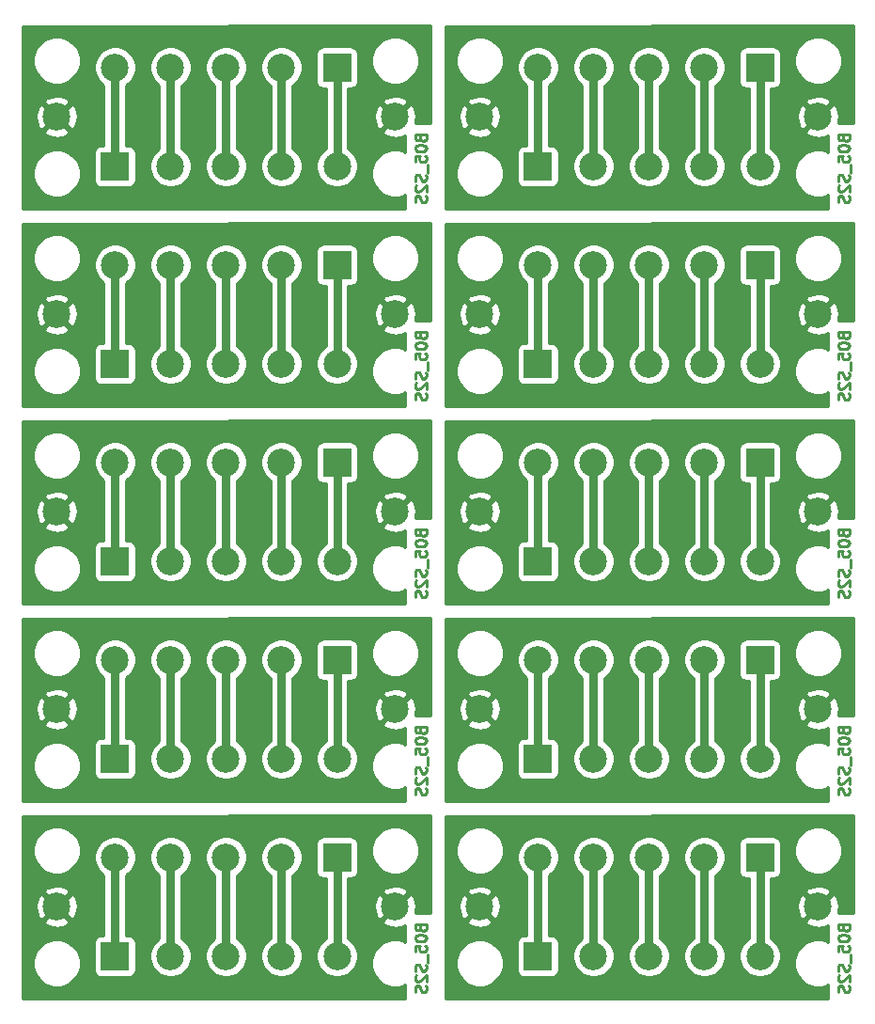
<source format=gbr>
G04 #@! TF.GenerationSoftware,KiCad,Pcbnew,5.1.5-52549c5~86~ubuntu18.04.1*
G04 #@! TF.CreationDate,2020-10-05T00:10:34-05:00*
G04 #@! TF.ProjectId,,58585858-5858-4585-9858-585858585858,rev?*
G04 #@! TF.SameCoordinates,Original*
G04 #@! TF.FileFunction,Copper,L2,Bot*
G04 #@! TF.FilePolarity,Positive*
%FSLAX46Y46*%
G04 Gerber Fmt 4.6, Leading zero omitted, Abs format (unit mm)*
G04 Created by KiCad (PCBNEW 5.1.5-52549c5~86~ubuntu18.04.1) date 2020-10-05 00:10:34*
%MOMM*%
%LPD*%
G04 APERTURE LIST*
%ADD10C,0.250000*%
%ADD11R,2.500000X2.500000*%
%ADD12C,2.500000*%
%ADD13C,2.499360*%
%ADD14C,0.750000*%
%ADD15C,0.254000*%
G04 APERTURE END LIST*
D10*
X129265371Y-122937923D02*
X129312990Y-123080780D01*
X129360609Y-123128400D01*
X129455847Y-123176019D01*
X129598704Y-123176019D01*
X129693942Y-123128400D01*
X129741561Y-123080780D01*
X129789180Y-122985542D01*
X129789180Y-122604590D01*
X128789180Y-122604590D01*
X128789180Y-122937923D01*
X128836800Y-123033161D01*
X128884419Y-123080780D01*
X128979657Y-123128400D01*
X129074895Y-123128400D01*
X129170133Y-123080780D01*
X129217752Y-123033161D01*
X129265371Y-122937923D01*
X129265371Y-122604590D01*
X128789180Y-123795066D02*
X128789180Y-123890304D01*
X128836800Y-123985542D01*
X128884419Y-124033161D01*
X128979657Y-124080780D01*
X129170133Y-124128400D01*
X129408228Y-124128400D01*
X129598704Y-124080780D01*
X129693942Y-124033161D01*
X129741561Y-123985542D01*
X129789180Y-123890304D01*
X129789180Y-123795066D01*
X129741561Y-123699828D01*
X129693942Y-123652209D01*
X129598704Y-123604590D01*
X129408228Y-123556971D01*
X129170133Y-123556971D01*
X128979657Y-123604590D01*
X128884419Y-123652209D01*
X128836800Y-123699828D01*
X128789180Y-123795066D01*
X128789180Y-125033161D02*
X128789180Y-124556971D01*
X129265371Y-124509352D01*
X129217752Y-124556971D01*
X129170133Y-124652209D01*
X129170133Y-124890304D01*
X129217752Y-124985542D01*
X129265371Y-125033161D01*
X129360609Y-125080780D01*
X129598704Y-125080780D01*
X129693942Y-125033161D01*
X129741561Y-124985542D01*
X129789180Y-124890304D01*
X129789180Y-124652209D01*
X129741561Y-124556971D01*
X129693942Y-124509352D01*
X129884419Y-125271257D02*
X129884419Y-126033161D01*
X129741561Y-126223638D02*
X129789180Y-126366495D01*
X129789180Y-126604590D01*
X129741561Y-126699828D01*
X129693942Y-126747447D01*
X129598704Y-126795066D01*
X129503466Y-126795066D01*
X129408228Y-126747447D01*
X129360609Y-126699828D01*
X129312990Y-126604590D01*
X129265371Y-126414114D01*
X129217752Y-126318876D01*
X129170133Y-126271257D01*
X129074895Y-126223638D01*
X128979657Y-126223638D01*
X128884419Y-126271257D01*
X128836800Y-126318876D01*
X128789180Y-126414114D01*
X128789180Y-126652209D01*
X128836800Y-126795066D01*
X128884419Y-127176019D02*
X128836800Y-127223638D01*
X128789180Y-127318876D01*
X128789180Y-127556971D01*
X128836800Y-127652209D01*
X128884419Y-127699828D01*
X128979657Y-127747447D01*
X129074895Y-127747447D01*
X129217752Y-127699828D01*
X129789180Y-127128400D01*
X129789180Y-127747447D01*
X129741561Y-128128400D02*
X129789180Y-128271257D01*
X129789180Y-128509352D01*
X129741561Y-128604590D01*
X129693942Y-128652209D01*
X129598704Y-128699828D01*
X129503466Y-128699828D01*
X129408228Y-128652209D01*
X129360609Y-128604590D01*
X129312990Y-128509352D01*
X129265371Y-128318876D01*
X129217752Y-128223638D01*
X129170133Y-128176019D01*
X129074895Y-128128400D01*
X128979657Y-128128400D01*
X128884419Y-128176019D01*
X128836800Y-128223638D01*
X128789180Y-128318876D01*
X128789180Y-128556971D01*
X128836800Y-128699828D01*
X91165371Y-122937923D02*
X91212990Y-123080780D01*
X91260609Y-123128400D01*
X91355847Y-123176019D01*
X91498704Y-123176019D01*
X91593942Y-123128400D01*
X91641561Y-123080780D01*
X91689180Y-122985542D01*
X91689180Y-122604590D01*
X90689180Y-122604590D01*
X90689180Y-122937923D01*
X90736800Y-123033161D01*
X90784419Y-123080780D01*
X90879657Y-123128400D01*
X90974895Y-123128400D01*
X91070133Y-123080780D01*
X91117752Y-123033161D01*
X91165371Y-122937923D01*
X91165371Y-122604590D01*
X90689180Y-123795066D02*
X90689180Y-123890304D01*
X90736800Y-123985542D01*
X90784419Y-124033161D01*
X90879657Y-124080780D01*
X91070133Y-124128400D01*
X91308228Y-124128400D01*
X91498704Y-124080780D01*
X91593942Y-124033161D01*
X91641561Y-123985542D01*
X91689180Y-123890304D01*
X91689180Y-123795066D01*
X91641561Y-123699828D01*
X91593942Y-123652209D01*
X91498704Y-123604590D01*
X91308228Y-123556971D01*
X91070133Y-123556971D01*
X90879657Y-123604590D01*
X90784419Y-123652209D01*
X90736800Y-123699828D01*
X90689180Y-123795066D01*
X90689180Y-125033161D02*
X90689180Y-124556971D01*
X91165371Y-124509352D01*
X91117752Y-124556971D01*
X91070133Y-124652209D01*
X91070133Y-124890304D01*
X91117752Y-124985542D01*
X91165371Y-125033161D01*
X91260609Y-125080780D01*
X91498704Y-125080780D01*
X91593942Y-125033161D01*
X91641561Y-124985542D01*
X91689180Y-124890304D01*
X91689180Y-124652209D01*
X91641561Y-124556971D01*
X91593942Y-124509352D01*
X91784419Y-125271257D02*
X91784419Y-126033161D01*
X91641561Y-126223638D02*
X91689180Y-126366495D01*
X91689180Y-126604590D01*
X91641561Y-126699828D01*
X91593942Y-126747447D01*
X91498704Y-126795066D01*
X91403466Y-126795066D01*
X91308228Y-126747447D01*
X91260609Y-126699828D01*
X91212990Y-126604590D01*
X91165371Y-126414114D01*
X91117752Y-126318876D01*
X91070133Y-126271257D01*
X90974895Y-126223638D01*
X90879657Y-126223638D01*
X90784419Y-126271257D01*
X90736800Y-126318876D01*
X90689180Y-126414114D01*
X90689180Y-126652209D01*
X90736800Y-126795066D01*
X90784419Y-127176019D02*
X90736800Y-127223638D01*
X90689180Y-127318876D01*
X90689180Y-127556971D01*
X90736800Y-127652209D01*
X90784419Y-127699828D01*
X90879657Y-127747447D01*
X90974895Y-127747447D01*
X91117752Y-127699828D01*
X91689180Y-127128400D01*
X91689180Y-127747447D01*
X91641561Y-128128400D02*
X91689180Y-128271257D01*
X91689180Y-128509352D01*
X91641561Y-128604590D01*
X91593942Y-128652209D01*
X91498704Y-128699828D01*
X91403466Y-128699828D01*
X91308228Y-128652209D01*
X91260609Y-128604590D01*
X91212990Y-128509352D01*
X91165371Y-128318876D01*
X91117752Y-128223638D01*
X91070133Y-128176019D01*
X90974895Y-128128400D01*
X90879657Y-128128400D01*
X90784419Y-128176019D01*
X90736800Y-128223638D01*
X90689180Y-128318876D01*
X90689180Y-128556971D01*
X90736800Y-128699828D01*
X129265371Y-105157923D02*
X129312990Y-105300780D01*
X129360609Y-105348400D01*
X129455847Y-105396019D01*
X129598704Y-105396019D01*
X129693942Y-105348400D01*
X129741561Y-105300780D01*
X129789180Y-105205542D01*
X129789180Y-104824590D01*
X128789180Y-104824590D01*
X128789180Y-105157923D01*
X128836800Y-105253161D01*
X128884419Y-105300780D01*
X128979657Y-105348400D01*
X129074895Y-105348400D01*
X129170133Y-105300780D01*
X129217752Y-105253161D01*
X129265371Y-105157923D01*
X129265371Y-104824590D01*
X128789180Y-106015066D02*
X128789180Y-106110304D01*
X128836800Y-106205542D01*
X128884419Y-106253161D01*
X128979657Y-106300780D01*
X129170133Y-106348400D01*
X129408228Y-106348400D01*
X129598704Y-106300780D01*
X129693942Y-106253161D01*
X129741561Y-106205542D01*
X129789180Y-106110304D01*
X129789180Y-106015066D01*
X129741561Y-105919828D01*
X129693942Y-105872209D01*
X129598704Y-105824590D01*
X129408228Y-105776971D01*
X129170133Y-105776971D01*
X128979657Y-105824590D01*
X128884419Y-105872209D01*
X128836800Y-105919828D01*
X128789180Y-106015066D01*
X128789180Y-107253161D02*
X128789180Y-106776971D01*
X129265371Y-106729352D01*
X129217752Y-106776971D01*
X129170133Y-106872209D01*
X129170133Y-107110304D01*
X129217752Y-107205542D01*
X129265371Y-107253161D01*
X129360609Y-107300780D01*
X129598704Y-107300780D01*
X129693942Y-107253161D01*
X129741561Y-107205542D01*
X129789180Y-107110304D01*
X129789180Y-106872209D01*
X129741561Y-106776971D01*
X129693942Y-106729352D01*
X129884419Y-107491257D02*
X129884419Y-108253161D01*
X129741561Y-108443638D02*
X129789180Y-108586495D01*
X129789180Y-108824590D01*
X129741561Y-108919828D01*
X129693942Y-108967447D01*
X129598704Y-109015066D01*
X129503466Y-109015066D01*
X129408228Y-108967447D01*
X129360609Y-108919828D01*
X129312990Y-108824590D01*
X129265371Y-108634114D01*
X129217752Y-108538876D01*
X129170133Y-108491257D01*
X129074895Y-108443638D01*
X128979657Y-108443638D01*
X128884419Y-108491257D01*
X128836800Y-108538876D01*
X128789180Y-108634114D01*
X128789180Y-108872209D01*
X128836800Y-109015066D01*
X128884419Y-109396019D02*
X128836800Y-109443638D01*
X128789180Y-109538876D01*
X128789180Y-109776971D01*
X128836800Y-109872209D01*
X128884419Y-109919828D01*
X128979657Y-109967447D01*
X129074895Y-109967447D01*
X129217752Y-109919828D01*
X129789180Y-109348400D01*
X129789180Y-109967447D01*
X129741561Y-110348400D02*
X129789180Y-110491257D01*
X129789180Y-110729352D01*
X129741561Y-110824590D01*
X129693942Y-110872209D01*
X129598704Y-110919828D01*
X129503466Y-110919828D01*
X129408228Y-110872209D01*
X129360609Y-110824590D01*
X129312990Y-110729352D01*
X129265371Y-110538876D01*
X129217752Y-110443638D01*
X129170133Y-110396019D01*
X129074895Y-110348400D01*
X128979657Y-110348400D01*
X128884419Y-110396019D01*
X128836800Y-110443638D01*
X128789180Y-110538876D01*
X128789180Y-110776971D01*
X128836800Y-110919828D01*
X91165371Y-105157923D02*
X91212990Y-105300780D01*
X91260609Y-105348400D01*
X91355847Y-105396019D01*
X91498704Y-105396019D01*
X91593942Y-105348400D01*
X91641561Y-105300780D01*
X91689180Y-105205542D01*
X91689180Y-104824590D01*
X90689180Y-104824590D01*
X90689180Y-105157923D01*
X90736800Y-105253161D01*
X90784419Y-105300780D01*
X90879657Y-105348400D01*
X90974895Y-105348400D01*
X91070133Y-105300780D01*
X91117752Y-105253161D01*
X91165371Y-105157923D01*
X91165371Y-104824590D01*
X90689180Y-106015066D02*
X90689180Y-106110304D01*
X90736800Y-106205542D01*
X90784419Y-106253161D01*
X90879657Y-106300780D01*
X91070133Y-106348400D01*
X91308228Y-106348400D01*
X91498704Y-106300780D01*
X91593942Y-106253161D01*
X91641561Y-106205542D01*
X91689180Y-106110304D01*
X91689180Y-106015066D01*
X91641561Y-105919828D01*
X91593942Y-105872209D01*
X91498704Y-105824590D01*
X91308228Y-105776971D01*
X91070133Y-105776971D01*
X90879657Y-105824590D01*
X90784419Y-105872209D01*
X90736800Y-105919828D01*
X90689180Y-106015066D01*
X90689180Y-107253161D02*
X90689180Y-106776971D01*
X91165371Y-106729352D01*
X91117752Y-106776971D01*
X91070133Y-106872209D01*
X91070133Y-107110304D01*
X91117752Y-107205542D01*
X91165371Y-107253161D01*
X91260609Y-107300780D01*
X91498704Y-107300780D01*
X91593942Y-107253161D01*
X91641561Y-107205542D01*
X91689180Y-107110304D01*
X91689180Y-106872209D01*
X91641561Y-106776971D01*
X91593942Y-106729352D01*
X91784419Y-107491257D02*
X91784419Y-108253161D01*
X91641561Y-108443638D02*
X91689180Y-108586495D01*
X91689180Y-108824590D01*
X91641561Y-108919828D01*
X91593942Y-108967447D01*
X91498704Y-109015066D01*
X91403466Y-109015066D01*
X91308228Y-108967447D01*
X91260609Y-108919828D01*
X91212990Y-108824590D01*
X91165371Y-108634114D01*
X91117752Y-108538876D01*
X91070133Y-108491257D01*
X90974895Y-108443638D01*
X90879657Y-108443638D01*
X90784419Y-108491257D01*
X90736800Y-108538876D01*
X90689180Y-108634114D01*
X90689180Y-108872209D01*
X90736800Y-109015066D01*
X90784419Y-109396019D02*
X90736800Y-109443638D01*
X90689180Y-109538876D01*
X90689180Y-109776971D01*
X90736800Y-109872209D01*
X90784419Y-109919828D01*
X90879657Y-109967447D01*
X90974895Y-109967447D01*
X91117752Y-109919828D01*
X91689180Y-109348400D01*
X91689180Y-109967447D01*
X91641561Y-110348400D02*
X91689180Y-110491257D01*
X91689180Y-110729352D01*
X91641561Y-110824590D01*
X91593942Y-110872209D01*
X91498704Y-110919828D01*
X91403466Y-110919828D01*
X91308228Y-110872209D01*
X91260609Y-110824590D01*
X91212990Y-110729352D01*
X91165371Y-110538876D01*
X91117752Y-110443638D01*
X91070133Y-110396019D01*
X90974895Y-110348400D01*
X90879657Y-110348400D01*
X90784419Y-110396019D01*
X90736800Y-110443638D01*
X90689180Y-110538876D01*
X90689180Y-110776971D01*
X90736800Y-110919828D01*
X129265371Y-87377923D02*
X129312990Y-87520780D01*
X129360609Y-87568400D01*
X129455847Y-87616019D01*
X129598704Y-87616019D01*
X129693942Y-87568400D01*
X129741561Y-87520780D01*
X129789180Y-87425542D01*
X129789180Y-87044590D01*
X128789180Y-87044590D01*
X128789180Y-87377923D01*
X128836800Y-87473161D01*
X128884419Y-87520780D01*
X128979657Y-87568400D01*
X129074895Y-87568400D01*
X129170133Y-87520780D01*
X129217752Y-87473161D01*
X129265371Y-87377923D01*
X129265371Y-87044590D01*
X128789180Y-88235066D02*
X128789180Y-88330304D01*
X128836800Y-88425542D01*
X128884419Y-88473161D01*
X128979657Y-88520780D01*
X129170133Y-88568400D01*
X129408228Y-88568400D01*
X129598704Y-88520780D01*
X129693942Y-88473161D01*
X129741561Y-88425542D01*
X129789180Y-88330304D01*
X129789180Y-88235066D01*
X129741561Y-88139828D01*
X129693942Y-88092209D01*
X129598704Y-88044590D01*
X129408228Y-87996971D01*
X129170133Y-87996971D01*
X128979657Y-88044590D01*
X128884419Y-88092209D01*
X128836800Y-88139828D01*
X128789180Y-88235066D01*
X128789180Y-89473161D02*
X128789180Y-88996971D01*
X129265371Y-88949352D01*
X129217752Y-88996971D01*
X129170133Y-89092209D01*
X129170133Y-89330304D01*
X129217752Y-89425542D01*
X129265371Y-89473161D01*
X129360609Y-89520780D01*
X129598704Y-89520780D01*
X129693942Y-89473161D01*
X129741561Y-89425542D01*
X129789180Y-89330304D01*
X129789180Y-89092209D01*
X129741561Y-88996971D01*
X129693942Y-88949352D01*
X129884419Y-89711257D02*
X129884419Y-90473161D01*
X129741561Y-90663638D02*
X129789180Y-90806495D01*
X129789180Y-91044590D01*
X129741561Y-91139828D01*
X129693942Y-91187447D01*
X129598704Y-91235066D01*
X129503466Y-91235066D01*
X129408228Y-91187447D01*
X129360609Y-91139828D01*
X129312990Y-91044590D01*
X129265371Y-90854114D01*
X129217752Y-90758876D01*
X129170133Y-90711257D01*
X129074895Y-90663638D01*
X128979657Y-90663638D01*
X128884419Y-90711257D01*
X128836800Y-90758876D01*
X128789180Y-90854114D01*
X128789180Y-91092209D01*
X128836800Y-91235066D01*
X128884419Y-91616019D02*
X128836800Y-91663638D01*
X128789180Y-91758876D01*
X128789180Y-91996971D01*
X128836800Y-92092209D01*
X128884419Y-92139828D01*
X128979657Y-92187447D01*
X129074895Y-92187447D01*
X129217752Y-92139828D01*
X129789180Y-91568400D01*
X129789180Y-92187447D01*
X129741561Y-92568400D02*
X129789180Y-92711257D01*
X129789180Y-92949352D01*
X129741561Y-93044590D01*
X129693942Y-93092209D01*
X129598704Y-93139828D01*
X129503466Y-93139828D01*
X129408228Y-93092209D01*
X129360609Y-93044590D01*
X129312990Y-92949352D01*
X129265371Y-92758876D01*
X129217752Y-92663638D01*
X129170133Y-92616019D01*
X129074895Y-92568400D01*
X128979657Y-92568400D01*
X128884419Y-92616019D01*
X128836800Y-92663638D01*
X128789180Y-92758876D01*
X128789180Y-92996971D01*
X128836800Y-93139828D01*
X91165371Y-87377923D02*
X91212990Y-87520780D01*
X91260609Y-87568400D01*
X91355847Y-87616019D01*
X91498704Y-87616019D01*
X91593942Y-87568400D01*
X91641561Y-87520780D01*
X91689180Y-87425542D01*
X91689180Y-87044590D01*
X90689180Y-87044590D01*
X90689180Y-87377923D01*
X90736800Y-87473161D01*
X90784419Y-87520780D01*
X90879657Y-87568400D01*
X90974895Y-87568400D01*
X91070133Y-87520780D01*
X91117752Y-87473161D01*
X91165371Y-87377923D01*
X91165371Y-87044590D01*
X90689180Y-88235066D02*
X90689180Y-88330304D01*
X90736800Y-88425542D01*
X90784419Y-88473161D01*
X90879657Y-88520780D01*
X91070133Y-88568400D01*
X91308228Y-88568400D01*
X91498704Y-88520780D01*
X91593942Y-88473161D01*
X91641561Y-88425542D01*
X91689180Y-88330304D01*
X91689180Y-88235066D01*
X91641561Y-88139828D01*
X91593942Y-88092209D01*
X91498704Y-88044590D01*
X91308228Y-87996971D01*
X91070133Y-87996971D01*
X90879657Y-88044590D01*
X90784419Y-88092209D01*
X90736800Y-88139828D01*
X90689180Y-88235066D01*
X90689180Y-89473161D02*
X90689180Y-88996971D01*
X91165371Y-88949352D01*
X91117752Y-88996971D01*
X91070133Y-89092209D01*
X91070133Y-89330304D01*
X91117752Y-89425542D01*
X91165371Y-89473161D01*
X91260609Y-89520780D01*
X91498704Y-89520780D01*
X91593942Y-89473161D01*
X91641561Y-89425542D01*
X91689180Y-89330304D01*
X91689180Y-89092209D01*
X91641561Y-88996971D01*
X91593942Y-88949352D01*
X91784419Y-89711257D02*
X91784419Y-90473161D01*
X91641561Y-90663638D02*
X91689180Y-90806495D01*
X91689180Y-91044590D01*
X91641561Y-91139828D01*
X91593942Y-91187447D01*
X91498704Y-91235066D01*
X91403466Y-91235066D01*
X91308228Y-91187447D01*
X91260609Y-91139828D01*
X91212990Y-91044590D01*
X91165371Y-90854114D01*
X91117752Y-90758876D01*
X91070133Y-90711257D01*
X90974895Y-90663638D01*
X90879657Y-90663638D01*
X90784419Y-90711257D01*
X90736800Y-90758876D01*
X90689180Y-90854114D01*
X90689180Y-91092209D01*
X90736800Y-91235066D01*
X90784419Y-91616019D02*
X90736800Y-91663638D01*
X90689180Y-91758876D01*
X90689180Y-91996971D01*
X90736800Y-92092209D01*
X90784419Y-92139828D01*
X90879657Y-92187447D01*
X90974895Y-92187447D01*
X91117752Y-92139828D01*
X91689180Y-91568400D01*
X91689180Y-92187447D01*
X91641561Y-92568400D02*
X91689180Y-92711257D01*
X91689180Y-92949352D01*
X91641561Y-93044590D01*
X91593942Y-93092209D01*
X91498704Y-93139828D01*
X91403466Y-93139828D01*
X91308228Y-93092209D01*
X91260609Y-93044590D01*
X91212990Y-92949352D01*
X91165371Y-92758876D01*
X91117752Y-92663638D01*
X91070133Y-92616019D01*
X90974895Y-92568400D01*
X90879657Y-92568400D01*
X90784419Y-92616019D01*
X90736800Y-92663638D01*
X90689180Y-92758876D01*
X90689180Y-92996971D01*
X90736800Y-93139828D01*
X129265371Y-69597923D02*
X129312990Y-69740780D01*
X129360609Y-69788400D01*
X129455847Y-69836019D01*
X129598704Y-69836019D01*
X129693942Y-69788400D01*
X129741561Y-69740780D01*
X129789180Y-69645542D01*
X129789180Y-69264590D01*
X128789180Y-69264590D01*
X128789180Y-69597923D01*
X128836800Y-69693161D01*
X128884419Y-69740780D01*
X128979657Y-69788400D01*
X129074895Y-69788400D01*
X129170133Y-69740780D01*
X129217752Y-69693161D01*
X129265371Y-69597923D01*
X129265371Y-69264590D01*
X128789180Y-70455066D02*
X128789180Y-70550304D01*
X128836800Y-70645542D01*
X128884419Y-70693161D01*
X128979657Y-70740780D01*
X129170133Y-70788400D01*
X129408228Y-70788400D01*
X129598704Y-70740780D01*
X129693942Y-70693161D01*
X129741561Y-70645542D01*
X129789180Y-70550304D01*
X129789180Y-70455066D01*
X129741561Y-70359828D01*
X129693942Y-70312209D01*
X129598704Y-70264590D01*
X129408228Y-70216971D01*
X129170133Y-70216971D01*
X128979657Y-70264590D01*
X128884419Y-70312209D01*
X128836800Y-70359828D01*
X128789180Y-70455066D01*
X128789180Y-71693161D02*
X128789180Y-71216971D01*
X129265371Y-71169352D01*
X129217752Y-71216971D01*
X129170133Y-71312209D01*
X129170133Y-71550304D01*
X129217752Y-71645542D01*
X129265371Y-71693161D01*
X129360609Y-71740780D01*
X129598704Y-71740780D01*
X129693942Y-71693161D01*
X129741561Y-71645542D01*
X129789180Y-71550304D01*
X129789180Y-71312209D01*
X129741561Y-71216971D01*
X129693942Y-71169352D01*
X129884419Y-71931257D02*
X129884419Y-72693161D01*
X129741561Y-72883638D02*
X129789180Y-73026495D01*
X129789180Y-73264590D01*
X129741561Y-73359828D01*
X129693942Y-73407447D01*
X129598704Y-73455066D01*
X129503466Y-73455066D01*
X129408228Y-73407447D01*
X129360609Y-73359828D01*
X129312990Y-73264590D01*
X129265371Y-73074114D01*
X129217752Y-72978876D01*
X129170133Y-72931257D01*
X129074895Y-72883638D01*
X128979657Y-72883638D01*
X128884419Y-72931257D01*
X128836800Y-72978876D01*
X128789180Y-73074114D01*
X128789180Y-73312209D01*
X128836800Y-73455066D01*
X128884419Y-73836019D02*
X128836800Y-73883638D01*
X128789180Y-73978876D01*
X128789180Y-74216971D01*
X128836800Y-74312209D01*
X128884419Y-74359828D01*
X128979657Y-74407447D01*
X129074895Y-74407447D01*
X129217752Y-74359828D01*
X129789180Y-73788400D01*
X129789180Y-74407447D01*
X129741561Y-74788400D02*
X129789180Y-74931257D01*
X129789180Y-75169352D01*
X129741561Y-75264590D01*
X129693942Y-75312209D01*
X129598704Y-75359828D01*
X129503466Y-75359828D01*
X129408228Y-75312209D01*
X129360609Y-75264590D01*
X129312990Y-75169352D01*
X129265371Y-74978876D01*
X129217752Y-74883638D01*
X129170133Y-74836019D01*
X129074895Y-74788400D01*
X128979657Y-74788400D01*
X128884419Y-74836019D01*
X128836800Y-74883638D01*
X128789180Y-74978876D01*
X128789180Y-75216971D01*
X128836800Y-75359828D01*
X91165371Y-69597923D02*
X91212990Y-69740780D01*
X91260609Y-69788400D01*
X91355847Y-69836019D01*
X91498704Y-69836019D01*
X91593942Y-69788400D01*
X91641561Y-69740780D01*
X91689180Y-69645542D01*
X91689180Y-69264590D01*
X90689180Y-69264590D01*
X90689180Y-69597923D01*
X90736800Y-69693161D01*
X90784419Y-69740780D01*
X90879657Y-69788400D01*
X90974895Y-69788400D01*
X91070133Y-69740780D01*
X91117752Y-69693161D01*
X91165371Y-69597923D01*
X91165371Y-69264590D01*
X90689180Y-70455066D02*
X90689180Y-70550304D01*
X90736800Y-70645542D01*
X90784419Y-70693161D01*
X90879657Y-70740780D01*
X91070133Y-70788400D01*
X91308228Y-70788400D01*
X91498704Y-70740780D01*
X91593942Y-70693161D01*
X91641561Y-70645542D01*
X91689180Y-70550304D01*
X91689180Y-70455066D01*
X91641561Y-70359828D01*
X91593942Y-70312209D01*
X91498704Y-70264590D01*
X91308228Y-70216971D01*
X91070133Y-70216971D01*
X90879657Y-70264590D01*
X90784419Y-70312209D01*
X90736800Y-70359828D01*
X90689180Y-70455066D01*
X90689180Y-71693161D02*
X90689180Y-71216971D01*
X91165371Y-71169352D01*
X91117752Y-71216971D01*
X91070133Y-71312209D01*
X91070133Y-71550304D01*
X91117752Y-71645542D01*
X91165371Y-71693161D01*
X91260609Y-71740780D01*
X91498704Y-71740780D01*
X91593942Y-71693161D01*
X91641561Y-71645542D01*
X91689180Y-71550304D01*
X91689180Y-71312209D01*
X91641561Y-71216971D01*
X91593942Y-71169352D01*
X91784419Y-71931257D02*
X91784419Y-72693161D01*
X91641561Y-72883638D02*
X91689180Y-73026495D01*
X91689180Y-73264590D01*
X91641561Y-73359828D01*
X91593942Y-73407447D01*
X91498704Y-73455066D01*
X91403466Y-73455066D01*
X91308228Y-73407447D01*
X91260609Y-73359828D01*
X91212990Y-73264590D01*
X91165371Y-73074114D01*
X91117752Y-72978876D01*
X91070133Y-72931257D01*
X90974895Y-72883638D01*
X90879657Y-72883638D01*
X90784419Y-72931257D01*
X90736800Y-72978876D01*
X90689180Y-73074114D01*
X90689180Y-73312209D01*
X90736800Y-73455066D01*
X90784419Y-73836019D02*
X90736800Y-73883638D01*
X90689180Y-73978876D01*
X90689180Y-74216971D01*
X90736800Y-74312209D01*
X90784419Y-74359828D01*
X90879657Y-74407447D01*
X90974895Y-74407447D01*
X91117752Y-74359828D01*
X91689180Y-73788400D01*
X91689180Y-74407447D01*
X91641561Y-74788400D02*
X91689180Y-74931257D01*
X91689180Y-75169352D01*
X91641561Y-75264590D01*
X91593942Y-75312209D01*
X91498704Y-75359828D01*
X91403466Y-75359828D01*
X91308228Y-75312209D01*
X91260609Y-75264590D01*
X91212990Y-75169352D01*
X91165371Y-74978876D01*
X91117752Y-74883638D01*
X91070133Y-74836019D01*
X90974895Y-74788400D01*
X90879657Y-74788400D01*
X90784419Y-74836019D01*
X90736800Y-74883638D01*
X90689180Y-74978876D01*
X90689180Y-75216971D01*
X90736800Y-75359828D01*
X129265371Y-51817923D02*
X129312990Y-51960780D01*
X129360609Y-52008400D01*
X129455847Y-52056019D01*
X129598704Y-52056019D01*
X129693942Y-52008400D01*
X129741561Y-51960780D01*
X129789180Y-51865542D01*
X129789180Y-51484590D01*
X128789180Y-51484590D01*
X128789180Y-51817923D01*
X128836800Y-51913161D01*
X128884419Y-51960780D01*
X128979657Y-52008400D01*
X129074895Y-52008400D01*
X129170133Y-51960780D01*
X129217752Y-51913161D01*
X129265371Y-51817923D01*
X129265371Y-51484590D01*
X128789180Y-52675066D02*
X128789180Y-52770304D01*
X128836800Y-52865542D01*
X128884419Y-52913161D01*
X128979657Y-52960780D01*
X129170133Y-53008400D01*
X129408228Y-53008400D01*
X129598704Y-52960780D01*
X129693942Y-52913161D01*
X129741561Y-52865542D01*
X129789180Y-52770304D01*
X129789180Y-52675066D01*
X129741561Y-52579828D01*
X129693942Y-52532209D01*
X129598704Y-52484590D01*
X129408228Y-52436971D01*
X129170133Y-52436971D01*
X128979657Y-52484590D01*
X128884419Y-52532209D01*
X128836800Y-52579828D01*
X128789180Y-52675066D01*
X128789180Y-53913161D02*
X128789180Y-53436971D01*
X129265371Y-53389352D01*
X129217752Y-53436971D01*
X129170133Y-53532209D01*
X129170133Y-53770304D01*
X129217752Y-53865542D01*
X129265371Y-53913161D01*
X129360609Y-53960780D01*
X129598704Y-53960780D01*
X129693942Y-53913161D01*
X129741561Y-53865542D01*
X129789180Y-53770304D01*
X129789180Y-53532209D01*
X129741561Y-53436971D01*
X129693942Y-53389352D01*
X129884419Y-54151257D02*
X129884419Y-54913161D01*
X129741561Y-55103638D02*
X129789180Y-55246495D01*
X129789180Y-55484590D01*
X129741561Y-55579828D01*
X129693942Y-55627447D01*
X129598704Y-55675066D01*
X129503466Y-55675066D01*
X129408228Y-55627447D01*
X129360609Y-55579828D01*
X129312990Y-55484590D01*
X129265371Y-55294114D01*
X129217752Y-55198876D01*
X129170133Y-55151257D01*
X129074895Y-55103638D01*
X128979657Y-55103638D01*
X128884419Y-55151257D01*
X128836800Y-55198876D01*
X128789180Y-55294114D01*
X128789180Y-55532209D01*
X128836800Y-55675066D01*
X128884419Y-56056019D02*
X128836800Y-56103638D01*
X128789180Y-56198876D01*
X128789180Y-56436971D01*
X128836800Y-56532209D01*
X128884419Y-56579828D01*
X128979657Y-56627447D01*
X129074895Y-56627447D01*
X129217752Y-56579828D01*
X129789180Y-56008400D01*
X129789180Y-56627447D01*
X129741561Y-57008400D02*
X129789180Y-57151257D01*
X129789180Y-57389352D01*
X129741561Y-57484590D01*
X129693942Y-57532209D01*
X129598704Y-57579828D01*
X129503466Y-57579828D01*
X129408228Y-57532209D01*
X129360609Y-57484590D01*
X129312990Y-57389352D01*
X129265371Y-57198876D01*
X129217752Y-57103638D01*
X129170133Y-57056019D01*
X129074895Y-57008400D01*
X128979657Y-57008400D01*
X128884419Y-57056019D01*
X128836800Y-57103638D01*
X128789180Y-57198876D01*
X128789180Y-57436971D01*
X128836800Y-57579828D01*
X91165371Y-51817923D02*
X91212990Y-51960780D01*
X91260609Y-52008400D01*
X91355847Y-52056019D01*
X91498704Y-52056019D01*
X91593942Y-52008400D01*
X91641561Y-51960780D01*
X91689180Y-51865542D01*
X91689180Y-51484590D01*
X90689180Y-51484590D01*
X90689180Y-51817923D01*
X90736800Y-51913161D01*
X90784419Y-51960780D01*
X90879657Y-52008400D01*
X90974895Y-52008400D01*
X91070133Y-51960780D01*
X91117752Y-51913161D01*
X91165371Y-51817923D01*
X91165371Y-51484590D01*
X90689180Y-52675066D02*
X90689180Y-52770304D01*
X90736800Y-52865542D01*
X90784419Y-52913161D01*
X90879657Y-52960780D01*
X91070133Y-53008400D01*
X91308228Y-53008400D01*
X91498704Y-52960780D01*
X91593942Y-52913161D01*
X91641561Y-52865542D01*
X91689180Y-52770304D01*
X91689180Y-52675066D01*
X91641561Y-52579828D01*
X91593942Y-52532209D01*
X91498704Y-52484590D01*
X91308228Y-52436971D01*
X91070133Y-52436971D01*
X90879657Y-52484590D01*
X90784419Y-52532209D01*
X90736800Y-52579828D01*
X90689180Y-52675066D01*
X90689180Y-53913161D02*
X90689180Y-53436971D01*
X91165371Y-53389352D01*
X91117752Y-53436971D01*
X91070133Y-53532209D01*
X91070133Y-53770304D01*
X91117752Y-53865542D01*
X91165371Y-53913161D01*
X91260609Y-53960780D01*
X91498704Y-53960780D01*
X91593942Y-53913161D01*
X91641561Y-53865542D01*
X91689180Y-53770304D01*
X91689180Y-53532209D01*
X91641561Y-53436971D01*
X91593942Y-53389352D01*
X91784419Y-54151257D02*
X91784419Y-54913161D01*
X91641561Y-55103638D02*
X91689180Y-55246495D01*
X91689180Y-55484590D01*
X91641561Y-55579828D01*
X91593942Y-55627447D01*
X91498704Y-55675066D01*
X91403466Y-55675066D01*
X91308228Y-55627447D01*
X91260609Y-55579828D01*
X91212990Y-55484590D01*
X91165371Y-55294114D01*
X91117752Y-55198876D01*
X91070133Y-55151257D01*
X90974895Y-55103638D01*
X90879657Y-55103638D01*
X90784419Y-55151257D01*
X90736800Y-55198876D01*
X90689180Y-55294114D01*
X90689180Y-55532209D01*
X90736800Y-55675066D01*
X90784419Y-56056019D02*
X90736800Y-56103638D01*
X90689180Y-56198876D01*
X90689180Y-56436971D01*
X90736800Y-56532209D01*
X90784419Y-56579828D01*
X90879657Y-56627447D01*
X90974895Y-56627447D01*
X91117752Y-56579828D01*
X91689180Y-56008400D01*
X91689180Y-56627447D01*
X91641561Y-57008400D02*
X91689180Y-57151257D01*
X91689180Y-57389352D01*
X91641561Y-57484590D01*
X91593942Y-57532209D01*
X91498704Y-57579828D01*
X91403466Y-57579828D01*
X91308228Y-57532209D01*
X91260609Y-57484590D01*
X91212990Y-57389352D01*
X91165371Y-57198876D01*
X91117752Y-57103638D01*
X91070133Y-57056019D01*
X90974895Y-57008400D01*
X90879657Y-57008400D01*
X90784419Y-57056019D01*
X90736800Y-57103638D01*
X90689180Y-57198876D01*
X90689180Y-57436971D01*
X90736800Y-57579828D01*
D11*
X101744800Y-125471000D03*
D12*
X106744800Y-125471000D03*
X111744800Y-125471000D03*
X116744800Y-125471000D03*
X121744800Y-125471000D03*
D11*
X63644800Y-125471000D03*
D12*
X68644800Y-125471000D03*
X73644800Y-125471000D03*
X78644800Y-125471000D03*
X83644800Y-125471000D03*
D11*
X101744800Y-107691000D03*
D12*
X106744800Y-107691000D03*
X111744800Y-107691000D03*
X116744800Y-107691000D03*
X121744800Y-107691000D03*
D11*
X63644800Y-107691000D03*
D12*
X68644800Y-107691000D03*
X73644800Y-107691000D03*
X78644800Y-107691000D03*
X83644800Y-107691000D03*
D11*
X101744800Y-89911000D03*
D12*
X106744800Y-89911000D03*
X111744800Y-89911000D03*
X116744800Y-89911000D03*
X121744800Y-89911000D03*
D11*
X63644800Y-89911000D03*
D12*
X68644800Y-89911000D03*
X73644800Y-89911000D03*
X78644800Y-89911000D03*
X83644800Y-89911000D03*
D11*
X101744800Y-72131000D03*
D12*
X106744800Y-72131000D03*
X111744800Y-72131000D03*
X116744800Y-72131000D03*
X121744800Y-72131000D03*
D11*
X63644800Y-72131000D03*
D12*
X68644800Y-72131000D03*
X73644800Y-72131000D03*
X78644800Y-72131000D03*
X83644800Y-72131000D03*
D11*
X101744800Y-54351000D03*
D12*
X106744800Y-54351000D03*
X111744800Y-54351000D03*
X116744800Y-54351000D03*
X121744800Y-54351000D03*
D13*
X126984800Y-121015800D03*
X88884800Y-121015800D03*
X126984800Y-103235800D03*
X88884800Y-103235800D03*
X126984800Y-85455800D03*
X88884800Y-85455800D03*
X126984800Y-67675800D03*
X88884800Y-67675800D03*
X126984800Y-49895800D03*
D11*
X121744800Y-116560600D03*
D12*
X116744800Y-116560600D03*
X111744800Y-116560600D03*
X106744800Y-116560600D03*
X101744800Y-116560600D03*
D11*
X83644800Y-116560600D03*
D12*
X78644800Y-116560600D03*
X73644800Y-116560600D03*
X68644800Y-116560600D03*
X63644800Y-116560600D03*
D11*
X121744800Y-98780600D03*
D12*
X116744800Y-98780600D03*
X111744800Y-98780600D03*
X106744800Y-98780600D03*
X101744800Y-98780600D03*
D11*
X83644800Y-98780600D03*
D12*
X78644800Y-98780600D03*
X73644800Y-98780600D03*
X68644800Y-98780600D03*
X63644800Y-98780600D03*
D11*
X121744800Y-81000600D03*
D12*
X116744800Y-81000600D03*
X111744800Y-81000600D03*
X106744800Y-81000600D03*
X101744800Y-81000600D03*
D11*
X83644800Y-81000600D03*
D12*
X78644800Y-81000600D03*
X73644800Y-81000600D03*
X68644800Y-81000600D03*
X63644800Y-81000600D03*
D11*
X121744800Y-63220600D03*
D12*
X116744800Y-63220600D03*
X111744800Y-63220600D03*
X106744800Y-63220600D03*
X101744800Y-63220600D03*
D11*
X83644800Y-63220600D03*
D12*
X78644800Y-63220600D03*
X73644800Y-63220600D03*
X68644800Y-63220600D03*
X63644800Y-63220600D03*
D11*
X121744800Y-45440600D03*
D12*
X116744800Y-45440600D03*
X111744800Y-45440600D03*
X106744800Y-45440600D03*
X101744800Y-45440600D03*
D13*
X96504800Y-121015800D03*
X58404800Y-121015800D03*
X96504800Y-103235800D03*
X58404800Y-103235800D03*
X96504800Y-85455800D03*
X58404800Y-85455800D03*
X96504800Y-67675800D03*
X58404800Y-67675800D03*
X96504800Y-49895800D03*
D12*
X83644800Y-54351000D03*
X78644800Y-54351000D03*
X73644800Y-54351000D03*
X68644800Y-54351000D03*
D11*
X63644800Y-54351000D03*
D12*
X63644800Y-45440600D03*
X68644800Y-45440600D03*
X73644800Y-45440600D03*
X78644800Y-45440600D03*
D11*
X83644800Y-45440600D03*
D13*
X88884800Y-49895800D03*
X58404800Y-49895800D03*
D14*
X63644800Y-47208366D02*
X63644800Y-54351000D01*
X63644800Y-45440600D02*
X63644800Y-47208366D01*
X101744800Y-47208366D02*
X101744800Y-54351000D01*
X63644800Y-64988366D02*
X63644800Y-72131000D01*
X101744800Y-64988366D02*
X101744800Y-72131000D01*
X63644800Y-82768366D02*
X63644800Y-89911000D01*
X101744800Y-82768366D02*
X101744800Y-89911000D01*
X63644800Y-100548366D02*
X63644800Y-107691000D01*
X101744800Y-100548366D02*
X101744800Y-107691000D01*
X63644800Y-118328366D02*
X63644800Y-125471000D01*
X101744800Y-118328366D02*
X101744800Y-125471000D01*
X101744800Y-45440600D02*
X101744800Y-47208366D01*
X63644800Y-63220600D02*
X63644800Y-64988366D01*
X101744800Y-63220600D02*
X101744800Y-64988366D01*
X63644800Y-81000600D02*
X63644800Y-82768366D01*
X101744800Y-81000600D02*
X101744800Y-82768366D01*
X63644800Y-98780600D02*
X63644800Y-100548366D01*
X101744800Y-98780600D02*
X101744800Y-100548366D01*
X63644800Y-116560600D02*
X63644800Y-118328366D01*
X101744800Y-116560600D02*
X101744800Y-118328366D01*
X68644800Y-45440600D02*
X68644800Y-54351000D01*
X106744800Y-45440600D02*
X106744800Y-54351000D01*
X68644800Y-63220600D02*
X68644800Y-72131000D01*
X106744800Y-63220600D02*
X106744800Y-72131000D01*
X68644800Y-81000600D02*
X68644800Y-89911000D01*
X106744800Y-81000600D02*
X106744800Y-89911000D01*
X68644800Y-98780600D02*
X68644800Y-107691000D01*
X106744800Y-98780600D02*
X106744800Y-107691000D01*
X68644800Y-116560600D02*
X68644800Y-125471000D01*
X106744800Y-116560600D02*
X106744800Y-125471000D01*
X73644800Y-45440600D02*
X73644800Y-54351000D01*
X111744800Y-45440600D02*
X111744800Y-54351000D01*
X73644800Y-63220600D02*
X73644800Y-72131000D01*
X111744800Y-63220600D02*
X111744800Y-72131000D01*
X73644800Y-81000600D02*
X73644800Y-89911000D01*
X111744800Y-81000600D02*
X111744800Y-89911000D01*
X73644800Y-98780600D02*
X73644800Y-107691000D01*
X111744800Y-98780600D02*
X111744800Y-107691000D01*
X73644800Y-116560600D02*
X73644800Y-125471000D01*
X111744800Y-116560600D02*
X111744800Y-125471000D01*
X78644800Y-45440600D02*
X78644800Y-54351000D01*
X116744800Y-45440600D02*
X116744800Y-54351000D01*
X78644800Y-63220600D02*
X78644800Y-72131000D01*
X116744800Y-63220600D02*
X116744800Y-72131000D01*
X78644800Y-81000600D02*
X78644800Y-89911000D01*
X116744800Y-81000600D02*
X116744800Y-89911000D01*
X78644800Y-98780600D02*
X78644800Y-107691000D01*
X116744800Y-98780600D02*
X116744800Y-107691000D01*
X78644800Y-116560600D02*
X78644800Y-125471000D01*
X116744800Y-116560600D02*
X116744800Y-125471000D01*
X83644800Y-45440600D02*
X83644800Y-54351000D01*
X121744800Y-45440600D02*
X121744800Y-54351000D01*
X83644800Y-63220600D02*
X83644800Y-72131000D01*
X121744800Y-63220600D02*
X121744800Y-72131000D01*
X83644800Y-81000600D02*
X83644800Y-89911000D01*
X121744800Y-81000600D02*
X121744800Y-89911000D01*
X83644800Y-98780600D02*
X83644800Y-107691000D01*
X121744800Y-98780600D02*
X121744800Y-107691000D01*
X83644800Y-116560600D02*
X83644800Y-125471000D01*
X121744800Y-116560600D02*
X121744800Y-125471000D01*
D15*
G36*
X92034801Y-50486495D02*
G01*
X90677172Y-50486495D01*
X90751775Y-50213413D01*
X90777865Y-49843081D01*
X90731205Y-49474775D01*
X90613589Y-49122649D01*
X90488115Y-48887904D01*
X90198177Y-48762029D01*
X89064405Y-49895800D01*
X89078548Y-49909942D01*
X88898942Y-50089548D01*
X88884800Y-50075405D01*
X87751029Y-51209177D01*
X87876904Y-51499115D01*
X88209062Y-51664939D01*
X88567187Y-51762775D01*
X88937519Y-51788865D01*
X89305825Y-51742205D01*
X89657951Y-51624589D01*
X89819300Y-51538346D01*
X89819300Y-53051976D01*
X89507556Y-52922847D01*
X89095079Y-52840800D01*
X88674521Y-52840800D01*
X88262044Y-52922847D01*
X87873498Y-53083788D01*
X87523817Y-53317437D01*
X87226437Y-53614817D01*
X86992788Y-53964498D01*
X86831847Y-54353044D01*
X86749800Y-54765521D01*
X86749800Y-55186079D01*
X86831847Y-55598556D01*
X86992788Y-55987102D01*
X87226437Y-56336783D01*
X87523817Y-56634163D01*
X87873498Y-56867812D01*
X88262044Y-57028753D01*
X88674521Y-57110800D01*
X89095079Y-57110800D01*
X89507556Y-57028753D01*
X89819300Y-56899624D01*
X89819300Y-58125800D01*
X55320870Y-58125800D01*
X55315779Y-54765521D01*
X56269800Y-54765521D01*
X56269800Y-55186079D01*
X56351847Y-55598556D01*
X56512788Y-55987102D01*
X56746437Y-56336783D01*
X57043817Y-56634163D01*
X57393498Y-56867812D01*
X57782044Y-57028753D01*
X58194521Y-57110800D01*
X58615079Y-57110800D01*
X59027556Y-57028753D01*
X59416102Y-56867812D01*
X59765783Y-56634163D01*
X60063163Y-56336783D01*
X60296812Y-55987102D01*
X60457753Y-55598556D01*
X60539800Y-55186079D01*
X60539800Y-54765521D01*
X60457753Y-54353044D01*
X60296812Y-53964498D01*
X60063163Y-53614817D01*
X59765783Y-53317437D01*
X59441862Y-53101000D01*
X61756728Y-53101000D01*
X61756728Y-55601000D01*
X61768988Y-55725482D01*
X61805298Y-55845180D01*
X61864263Y-55955494D01*
X61943615Y-56052185D01*
X62040306Y-56131537D01*
X62150620Y-56190502D01*
X62270318Y-56226812D01*
X62394800Y-56239072D01*
X64894800Y-56239072D01*
X65019282Y-56226812D01*
X65138980Y-56190502D01*
X65249294Y-56131537D01*
X65345985Y-56052185D01*
X65425337Y-55955494D01*
X65484302Y-55845180D01*
X65520612Y-55725482D01*
X65532872Y-55601000D01*
X65532872Y-53101000D01*
X65520612Y-52976518D01*
X65484302Y-52856820D01*
X65425337Y-52746506D01*
X65345985Y-52649815D01*
X65249294Y-52570463D01*
X65138980Y-52511498D01*
X65019282Y-52475188D01*
X64894800Y-52462928D01*
X64654800Y-52462928D01*
X64654800Y-47032810D01*
X64846418Y-46904775D01*
X65108975Y-46642218D01*
X65315266Y-46333482D01*
X65457361Y-45990434D01*
X65529800Y-45626256D01*
X65529800Y-45254944D01*
X66759800Y-45254944D01*
X66759800Y-45626256D01*
X66832239Y-45990434D01*
X66974334Y-46333482D01*
X67180625Y-46642218D01*
X67443182Y-46904775D01*
X67634800Y-47032810D01*
X67634801Y-52758789D01*
X67443182Y-52886825D01*
X67180625Y-53149382D01*
X66974334Y-53458118D01*
X66832239Y-53801166D01*
X66759800Y-54165344D01*
X66759800Y-54536656D01*
X66832239Y-54900834D01*
X66974334Y-55243882D01*
X67180625Y-55552618D01*
X67443182Y-55815175D01*
X67751918Y-56021466D01*
X68094966Y-56163561D01*
X68459144Y-56236000D01*
X68830456Y-56236000D01*
X69194634Y-56163561D01*
X69537682Y-56021466D01*
X69846418Y-55815175D01*
X70108975Y-55552618D01*
X70315266Y-55243882D01*
X70457361Y-54900834D01*
X70529800Y-54536656D01*
X70529800Y-54165344D01*
X70457361Y-53801166D01*
X70315266Y-53458118D01*
X70108975Y-53149382D01*
X69846418Y-52886825D01*
X69654800Y-52758790D01*
X69654800Y-47032810D01*
X69846418Y-46904775D01*
X70108975Y-46642218D01*
X70315266Y-46333482D01*
X70457361Y-45990434D01*
X70529800Y-45626256D01*
X70529800Y-45254944D01*
X71759800Y-45254944D01*
X71759800Y-45626256D01*
X71832239Y-45990434D01*
X71974334Y-46333482D01*
X72180625Y-46642218D01*
X72443182Y-46904775D01*
X72634800Y-47032810D01*
X72634801Y-52758789D01*
X72443182Y-52886825D01*
X72180625Y-53149382D01*
X71974334Y-53458118D01*
X71832239Y-53801166D01*
X71759800Y-54165344D01*
X71759800Y-54536656D01*
X71832239Y-54900834D01*
X71974334Y-55243882D01*
X72180625Y-55552618D01*
X72443182Y-55815175D01*
X72751918Y-56021466D01*
X73094966Y-56163561D01*
X73459144Y-56236000D01*
X73830456Y-56236000D01*
X74194634Y-56163561D01*
X74537682Y-56021466D01*
X74846418Y-55815175D01*
X75108975Y-55552618D01*
X75315266Y-55243882D01*
X75457361Y-54900834D01*
X75529800Y-54536656D01*
X75529800Y-54165344D01*
X75457361Y-53801166D01*
X75315266Y-53458118D01*
X75108975Y-53149382D01*
X74846418Y-52886825D01*
X74654800Y-52758790D01*
X74654800Y-47032810D01*
X74846418Y-46904775D01*
X75108975Y-46642218D01*
X75315266Y-46333482D01*
X75457361Y-45990434D01*
X75529800Y-45626256D01*
X75529800Y-45254944D01*
X76759800Y-45254944D01*
X76759800Y-45626256D01*
X76832239Y-45990434D01*
X76974334Y-46333482D01*
X77180625Y-46642218D01*
X77443182Y-46904775D01*
X77634800Y-47032810D01*
X77634801Y-52758789D01*
X77443182Y-52886825D01*
X77180625Y-53149382D01*
X76974334Y-53458118D01*
X76832239Y-53801166D01*
X76759800Y-54165344D01*
X76759800Y-54536656D01*
X76832239Y-54900834D01*
X76974334Y-55243882D01*
X77180625Y-55552618D01*
X77443182Y-55815175D01*
X77751918Y-56021466D01*
X78094966Y-56163561D01*
X78459144Y-56236000D01*
X78830456Y-56236000D01*
X79194634Y-56163561D01*
X79537682Y-56021466D01*
X79846418Y-55815175D01*
X80108975Y-55552618D01*
X80315266Y-55243882D01*
X80457361Y-54900834D01*
X80529800Y-54536656D01*
X80529800Y-54165344D01*
X80457361Y-53801166D01*
X80315266Y-53458118D01*
X80108975Y-53149382D01*
X79846418Y-52886825D01*
X79654800Y-52758790D01*
X79654800Y-47032810D01*
X79846418Y-46904775D01*
X80108975Y-46642218D01*
X80315266Y-46333482D01*
X80457361Y-45990434D01*
X80529800Y-45626256D01*
X80529800Y-45254944D01*
X80457361Y-44890766D01*
X80315266Y-44547718D01*
X80108975Y-44238982D01*
X80060593Y-44190600D01*
X81756728Y-44190600D01*
X81756728Y-46690600D01*
X81768988Y-46815082D01*
X81805298Y-46934780D01*
X81864263Y-47045094D01*
X81943615Y-47141785D01*
X82040306Y-47221137D01*
X82150620Y-47280102D01*
X82270318Y-47316412D01*
X82394800Y-47328672D01*
X82634800Y-47328672D01*
X82634801Y-52758789D01*
X82443182Y-52886825D01*
X82180625Y-53149382D01*
X81974334Y-53458118D01*
X81832239Y-53801166D01*
X81759800Y-54165344D01*
X81759800Y-54536656D01*
X81832239Y-54900834D01*
X81974334Y-55243882D01*
X82180625Y-55552618D01*
X82443182Y-55815175D01*
X82751918Y-56021466D01*
X83094966Y-56163561D01*
X83459144Y-56236000D01*
X83830456Y-56236000D01*
X84194634Y-56163561D01*
X84537682Y-56021466D01*
X84846418Y-55815175D01*
X85108975Y-55552618D01*
X85315266Y-55243882D01*
X85457361Y-54900834D01*
X85529800Y-54536656D01*
X85529800Y-54165344D01*
X85457361Y-53801166D01*
X85315266Y-53458118D01*
X85108975Y-53149382D01*
X84846418Y-52886825D01*
X84654800Y-52758790D01*
X84654800Y-49948519D01*
X86991735Y-49948519D01*
X87038395Y-50316825D01*
X87156011Y-50668951D01*
X87281485Y-50903696D01*
X87571423Y-51029571D01*
X88705195Y-49895800D01*
X87571423Y-48762029D01*
X87281485Y-48887904D01*
X87115661Y-49220062D01*
X87017825Y-49578187D01*
X86991735Y-49948519D01*
X84654800Y-49948519D01*
X84654800Y-48582423D01*
X87751029Y-48582423D01*
X88884800Y-49716195D01*
X90018571Y-48582423D01*
X89892696Y-48292485D01*
X89560538Y-48126661D01*
X89202413Y-48028825D01*
X88832081Y-48002735D01*
X88463775Y-48049395D01*
X88111649Y-48167011D01*
X87876904Y-48292485D01*
X87751029Y-48582423D01*
X84654800Y-48582423D01*
X84654800Y-47328672D01*
X84894800Y-47328672D01*
X85019282Y-47316412D01*
X85138980Y-47280102D01*
X85249294Y-47221137D01*
X85345985Y-47141785D01*
X85425337Y-47045094D01*
X85484302Y-46934780D01*
X85520612Y-46815082D01*
X85532872Y-46690600D01*
X85532872Y-44605521D01*
X86749800Y-44605521D01*
X86749800Y-45026079D01*
X86831847Y-45438556D01*
X86992788Y-45827102D01*
X87226437Y-46176783D01*
X87523817Y-46474163D01*
X87873498Y-46707812D01*
X88262044Y-46868753D01*
X88674521Y-46950800D01*
X89095079Y-46950800D01*
X89507556Y-46868753D01*
X89896102Y-46707812D01*
X90245783Y-46474163D01*
X90543163Y-46176783D01*
X90776812Y-45827102D01*
X90937753Y-45438556D01*
X91019800Y-45026079D01*
X91019800Y-44605521D01*
X90937753Y-44193044D01*
X90776812Y-43804498D01*
X90543163Y-43454817D01*
X90245783Y-43157437D01*
X89896102Y-42923788D01*
X89507556Y-42762847D01*
X89095079Y-42680800D01*
X88674521Y-42680800D01*
X88262044Y-42762847D01*
X87873498Y-42923788D01*
X87523817Y-43157437D01*
X87226437Y-43454817D01*
X86992788Y-43804498D01*
X86831847Y-44193044D01*
X86749800Y-44605521D01*
X85532872Y-44605521D01*
X85532872Y-44190600D01*
X85520612Y-44066118D01*
X85484302Y-43946420D01*
X85425337Y-43836106D01*
X85345985Y-43739415D01*
X85249294Y-43660063D01*
X85138980Y-43601098D01*
X85019282Y-43564788D01*
X84894800Y-43552528D01*
X82394800Y-43552528D01*
X82270318Y-43564788D01*
X82150620Y-43601098D01*
X82040306Y-43660063D01*
X81943615Y-43739415D01*
X81864263Y-43836106D01*
X81805298Y-43946420D01*
X81768988Y-44066118D01*
X81756728Y-44190600D01*
X80060593Y-44190600D01*
X79846418Y-43976425D01*
X79537682Y-43770134D01*
X79194634Y-43628039D01*
X78830456Y-43555600D01*
X78459144Y-43555600D01*
X78094966Y-43628039D01*
X77751918Y-43770134D01*
X77443182Y-43976425D01*
X77180625Y-44238982D01*
X76974334Y-44547718D01*
X76832239Y-44890766D01*
X76759800Y-45254944D01*
X75529800Y-45254944D01*
X75457361Y-44890766D01*
X75315266Y-44547718D01*
X75108975Y-44238982D01*
X74846418Y-43976425D01*
X74537682Y-43770134D01*
X74194634Y-43628039D01*
X73830456Y-43555600D01*
X73459144Y-43555600D01*
X73094966Y-43628039D01*
X72751918Y-43770134D01*
X72443182Y-43976425D01*
X72180625Y-44238982D01*
X71974334Y-44547718D01*
X71832239Y-44890766D01*
X71759800Y-45254944D01*
X70529800Y-45254944D01*
X70457361Y-44890766D01*
X70315266Y-44547718D01*
X70108975Y-44238982D01*
X69846418Y-43976425D01*
X69537682Y-43770134D01*
X69194634Y-43628039D01*
X68830456Y-43555600D01*
X68459144Y-43555600D01*
X68094966Y-43628039D01*
X67751918Y-43770134D01*
X67443182Y-43976425D01*
X67180625Y-44238982D01*
X66974334Y-44547718D01*
X66832239Y-44890766D01*
X66759800Y-45254944D01*
X65529800Y-45254944D01*
X65457361Y-44890766D01*
X65315266Y-44547718D01*
X65108975Y-44238982D01*
X64846418Y-43976425D01*
X64537682Y-43770134D01*
X64194634Y-43628039D01*
X63830456Y-43555600D01*
X63459144Y-43555600D01*
X63094966Y-43628039D01*
X62751918Y-43770134D01*
X62443182Y-43976425D01*
X62180625Y-44238982D01*
X61974334Y-44547718D01*
X61832239Y-44890766D01*
X61759800Y-45254944D01*
X61759800Y-45626256D01*
X61832239Y-45990434D01*
X61974334Y-46333482D01*
X62180625Y-46642218D01*
X62443182Y-46904775D01*
X62634801Y-47032811D01*
X62634801Y-47158749D01*
X62634800Y-47158759D01*
X62634801Y-52462928D01*
X62394800Y-52462928D01*
X62270318Y-52475188D01*
X62150620Y-52511498D01*
X62040306Y-52570463D01*
X61943615Y-52649815D01*
X61864263Y-52746506D01*
X61805298Y-52856820D01*
X61768988Y-52976518D01*
X61756728Y-53101000D01*
X59441862Y-53101000D01*
X59416102Y-53083788D01*
X59027556Y-52922847D01*
X58615079Y-52840800D01*
X58194521Y-52840800D01*
X57782044Y-52922847D01*
X57393498Y-53083788D01*
X57043817Y-53317437D01*
X56746437Y-53614817D01*
X56512788Y-53964498D01*
X56351847Y-54353044D01*
X56269800Y-54765521D01*
X55315779Y-54765521D01*
X55310391Y-51209177D01*
X57271029Y-51209177D01*
X57396904Y-51499115D01*
X57729062Y-51664939D01*
X58087187Y-51762775D01*
X58457519Y-51788865D01*
X58825825Y-51742205D01*
X59177951Y-51624589D01*
X59412696Y-51499115D01*
X59538571Y-51209177D01*
X58404800Y-50075405D01*
X57271029Y-51209177D01*
X55310391Y-51209177D01*
X55308481Y-49948519D01*
X56511735Y-49948519D01*
X56558395Y-50316825D01*
X56676011Y-50668951D01*
X56801485Y-50903696D01*
X57091423Y-51029571D01*
X58225195Y-49895800D01*
X58584405Y-49895800D01*
X59718177Y-51029571D01*
X60008115Y-50903696D01*
X60173939Y-50571538D01*
X60271775Y-50213413D01*
X60297865Y-49843081D01*
X60251205Y-49474775D01*
X60133589Y-49122649D01*
X60008115Y-48887904D01*
X59718177Y-48762029D01*
X58584405Y-49895800D01*
X58225195Y-49895800D01*
X57091423Y-48762029D01*
X56801485Y-48887904D01*
X56635661Y-49220062D01*
X56537825Y-49578187D01*
X56511735Y-49948519D01*
X55308481Y-49948519D01*
X55306412Y-48582423D01*
X57271029Y-48582423D01*
X58404800Y-49716195D01*
X59538571Y-48582423D01*
X59412696Y-48292485D01*
X59080538Y-48126661D01*
X58722413Y-48028825D01*
X58352081Y-48002735D01*
X57983775Y-48049395D01*
X57631649Y-48167011D01*
X57396904Y-48292485D01*
X57271029Y-48582423D01*
X55306412Y-48582423D01*
X55300386Y-44605521D01*
X56269800Y-44605521D01*
X56269800Y-45026079D01*
X56351847Y-45438556D01*
X56512788Y-45827102D01*
X56746437Y-46176783D01*
X57043817Y-46474163D01*
X57393498Y-46707812D01*
X57782044Y-46868753D01*
X58194521Y-46950800D01*
X58615079Y-46950800D01*
X59027556Y-46868753D01*
X59416102Y-46707812D01*
X59765783Y-46474163D01*
X60063163Y-46176783D01*
X60296812Y-45827102D01*
X60457753Y-45438556D01*
X60539800Y-45026079D01*
X60539800Y-44605521D01*
X60457753Y-44193044D01*
X60296812Y-43804498D01*
X60063163Y-43454817D01*
X59765783Y-43157437D01*
X59416102Y-42923788D01*
X59027556Y-42762847D01*
X58615079Y-42680800D01*
X58194521Y-42680800D01*
X57782044Y-42762847D01*
X57393498Y-42923788D01*
X57043817Y-43157437D01*
X56746437Y-43454817D01*
X56512788Y-43804498D01*
X56351847Y-44193044D01*
X56269800Y-44605521D01*
X55300386Y-44605521D01*
X55295993Y-41706713D01*
X92034800Y-41681584D01*
X92034801Y-50486495D01*
G37*
X92034801Y-50486495D02*
X90677172Y-50486495D01*
X90751775Y-50213413D01*
X90777865Y-49843081D01*
X90731205Y-49474775D01*
X90613589Y-49122649D01*
X90488115Y-48887904D01*
X90198177Y-48762029D01*
X89064405Y-49895800D01*
X89078548Y-49909942D01*
X88898942Y-50089548D01*
X88884800Y-50075405D01*
X87751029Y-51209177D01*
X87876904Y-51499115D01*
X88209062Y-51664939D01*
X88567187Y-51762775D01*
X88937519Y-51788865D01*
X89305825Y-51742205D01*
X89657951Y-51624589D01*
X89819300Y-51538346D01*
X89819300Y-53051976D01*
X89507556Y-52922847D01*
X89095079Y-52840800D01*
X88674521Y-52840800D01*
X88262044Y-52922847D01*
X87873498Y-53083788D01*
X87523817Y-53317437D01*
X87226437Y-53614817D01*
X86992788Y-53964498D01*
X86831847Y-54353044D01*
X86749800Y-54765521D01*
X86749800Y-55186079D01*
X86831847Y-55598556D01*
X86992788Y-55987102D01*
X87226437Y-56336783D01*
X87523817Y-56634163D01*
X87873498Y-56867812D01*
X88262044Y-57028753D01*
X88674521Y-57110800D01*
X89095079Y-57110800D01*
X89507556Y-57028753D01*
X89819300Y-56899624D01*
X89819300Y-58125800D01*
X55320870Y-58125800D01*
X55315779Y-54765521D01*
X56269800Y-54765521D01*
X56269800Y-55186079D01*
X56351847Y-55598556D01*
X56512788Y-55987102D01*
X56746437Y-56336783D01*
X57043817Y-56634163D01*
X57393498Y-56867812D01*
X57782044Y-57028753D01*
X58194521Y-57110800D01*
X58615079Y-57110800D01*
X59027556Y-57028753D01*
X59416102Y-56867812D01*
X59765783Y-56634163D01*
X60063163Y-56336783D01*
X60296812Y-55987102D01*
X60457753Y-55598556D01*
X60539800Y-55186079D01*
X60539800Y-54765521D01*
X60457753Y-54353044D01*
X60296812Y-53964498D01*
X60063163Y-53614817D01*
X59765783Y-53317437D01*
X59441862Y-53101000D01*
X61756728Y-53101000D01*
X61756728Y-55601000D01*
X61768988Y-55725482D01*
X61805298Y-55845180D01*
X61864263Y-55955494D01*
X61943615Y-56052185D01*
X62040306Y-56131537D01*
X62150620Y-56190502D01*
X62270318Y-56226812D01*
X62394800Y-56239072D01*
X64894800Y-56239072D01*
X65019282Y-56226812D01*
X65138980Y-56190502D01*
X65249294Y-56131537D01*
X65345985Y-56052185D01*
X65425337Y-55955494D01*
X65484302Y-55845180D01*
X65520612Y-55725482D01*
X65532872Y-55601000D01*
X65532872Y-53101000D01*
X65520612Y-52976518D01*
X65484302Y-52856820D01*
X65425337Y-52746506D01*
X65345985Y-52649815D01*
X65249294Y-52570463D01*
X65138980Y-52511498D01*
X65019282Y-52475188D01*
X64894800Y-52462928D01*
X64654800Y-52462928D01*
X64654800Y-47032810D01*
X64846418Y-46904775D01*
X65108975Y-46642218D01*
X65315266Y-46333482D01*
X65457361Y-45990434D01*
X65529800Y-45626256D01*
X65529800Y-45254944D01*
X66759800Y-45254944D01*
X66759800Y-45626256D01*
X66832239Y-45990434D01*
X66974334Y-46333482D01*
X67180625Y-46642218D01*
X67443182Y-46904775D01*
X67634800Y-47032810D01*
X67634801Y-52758789D01*
X67443182Y-52886825D01*
X67180625Y-53149382D01*
X66974334Y-53458118D01*
X66832239Y-53801166D01*
X66759800Y-54165344D01*
X66759800Y-54536656D01*
X66832239Y-54900834D01*
X66974334Y-55243882D01*
X67180625Y-55552618D01*
X67443182Y-55815175D01*
X67751918Y-56021466D01*
X68094966Y-56163561D01*
X68459144Y-56236000D01*
X68830456Y-56236000D01*
X69194634Y-56163561D01*
X69537682Y-56021466D01*
X69846418Y-55815175D01*
X70108975Y-55552618D01*
X70315266Y-55243882D01*
X70457361Y-54900834D01*
X70529800Y-54536656D01*
X70529800Y-54165344D01*
X70457361Y-53801166D01*
X70315266Y-53458118D01*
X70108975Y-53149382D01*
X69846418Y-52886825D01*
X69654800Y-52758790D01*
X69654800Y-47032810D01*
X69846418Y-46904775D01*
X70108975Y-46642218D01*
X70315266Y-46333482D01*
X70457361Y-45990434D01*
X70529800Y-45626256D01*
X70529800Y-45254944D01*
X71759800Y-45254944D01*
X71759800Y-45626256D01*
X71832239Y-45990434D01*
X71974334Y-46333482D01*
X72180625Y-46642218D01*
X72443182Y-46904775D01*
X72634800Y-47032810D01*
X72634801Y-52758789D01*
X72443182Y-52886825D01*
X72180625Y-53149382D01*
X71974334Y-53458118D01*
X71832239Y-53801166D01*
X71759800Y-54165344D01*
X71759800Y-54536656D01*
X71832239Y-54900834D01*
X71974334Y-55243882D01*
X72180625Y-55552618D01*
X72443182Y-55815175D01*
X72751918Y-56021466D01*
X73094966Y-56163561D01*
X73459144Y-56236000D01*
X73830456Y-56236000D01*
X74194634Y-56163561D01*
X74537682Y-56021466D01*
X74846418Y-55815175D01*
X75108975Y-55552618D01*
X75315266Y-55243882D01*
X75457361Y-54900834D01*
X75529800Y-54536656D01*
X75529800Y-54165344D01*
X75457361Y-53801166D01*
X75315266Y-53458118D01*
X75108975Y-53149382D01*
X74846418Y-52886825D01*
X74654800Y-52758790D01*
X74654800Y-47032810D01*
X74846418Y-46904775D01*
X75108975Y-46642218D01*
X75315266Y-46333482D01*
X75457361Y-45990434D01*
X75529800Y-45626256D01*
X75529800Y-45254944D01*
X76759800Y-45254944D01*
X76759800Y-45626256D01*
X76832239Y-45990434D01*
X76974334Y-46333482D01*
X77180625Y-46642218D01*
X77443182Y-46904775D01*
X77634800Y-47032810D01*
X77634801Y-52758789D01*
X77443182Y-52886825D01*
X77180625Y-53149382D01*
X76974334Y-53458118D01*
X76832239Y-53801166D01*
X76759800Y-54165344D01*
X76759800Y-54536656D01*
X76832239Y-54900834D01*
X76974334Y-55243882D01*
X77180625Y-55552618D01*
X77443182Y-55815175D01*
X77751918Y-56021466D01*
X78094966Y-56163561D01*
X78459144Y-56236000D01*
X78830456Y-56236000D01*
X79194634Y-56163561D01*
X79537682Y-56021466D01*
X79846418Y-55815175D01*
X80108975Y-55552618D01*
X80315266Y-55243882D01*
X80457361Y-54900834D01*
X80529800Y-54536656D01*
X80529800Y-54165344D01*
X80457361Y-53801166D01*
X80315266Y-53458118D01*
X80108975Y-53149382D01*
X79846418Y-52886825D01*
X79654800Y-52758790D01*
X79654800Y-47032810D01*
X79846418Y-46904775D01*
X80108975Y-46642218D01*
X80315266Y-46333482D01*
X80457361Y-45990434D01*
X80529800Y-45626256D01*
X80529800Y-45254944D01*
X80457361Y-44890766D01*
X80315266Y-44547718D01*
X80108975Y-44238982D01*
X80060593Y-44190600D01*
X81756728Y-44190600D01*
X81756728Y-46690600D01*
X81768988Y-46815082D01*
X81805298Y-46934780D01*
X81864263Y-47045094D01*
X81943615Y-47141785D01*
X82040306Y-47221137D01*
X82150620Y-47280102D01*
X82270318Y-47316412D01*
X82394800Y-47328672D01*
X82634800Y-47328672D01*
X82634801Y-52758789D01*
X82443182Y-52886825D01*
X82180625Y-53149382D01*
X81974334Y-53458118D01*
X81832239Y-53801166D01*
X81759800Y-54165344D01*
X81759800Y-54536656D01*
X81832239Y-54900834D01*
X81974334Y-55243882D01*
X82180625Y-55552618D01*
X82443182Y-55815175D01*
X82751918Y-56021466D01*
X83094966Y-56163561D01*
X83459144Y-56236000D01*
X83830456Y-56236000D01*
X84194634Y-56163561D01*
X84537682Y-56021466D01*
X84846418Y-55815175D01*
X85108975Y-55552618D01*
X85315266Y-55243882D01*
X85457361Y-54900834D01*
X85529800Y-54536656D01*
X85529800Y-54165344D01*
X85457361Y-53801166D01*
X85315266Y-53458118D01*
X85108975Y-53149382D01*
X84846418Y-52886825D01*
X84654800Y-52758790D01*
X84654800Y-49948519D01*
X86991735Y-49948519D01*
X87038395Y-50316825D01*
X87156011Y-50668951D01*
X87281485Y-50903696D01*
X87571423Y-51029571D01*
X88705195Y-49895800D01*
X87571423Y-48762029D01*
X87281485Y-48887904D01*
X87115661Y-49220062D01*
X87017825Y-49578187D01*
X86991735Y-49948519D01*
X84654800Y-49948519D01*
X84654800Y-48582423D01*
X87751029Y-48582423D01*
X88884800Y-49716195D01*
X90018571Y-48582423D01*
X89892696Y-48292485D01*
X89560538Y-48126661D01*
X89202413Y-48028825D01*
X88832081Y-48002735D01*
X88463775Y-48049395D01*
X88111649Y-48167011D01*
X87876904Y-48292485D01*
X87751029Y-48582423D01*
X84654800Y-48582423D01*
X84654800Y-47328672D01*
X84894800Y-47328672D01*
X85019282Y-47316412D01*
X85138980Y-47280102D01*
X85249294Y-47221137D01*
X85345985Y-47141785D01*
X85425337Y-47045094D01*
X85484302Y-46934780D01*
X85520612Y-46815082D01*
X85532872Y-46690600D01*
X85532872Y-44605521D01*
X86749800Y-44605521D01*
X86749800Y-45026079D01*
X86831847Y-45438556D01*
X86992788Y-45827102D01*
X87226437Y-46176783D01*
X87523817Y-46474163D01*
X87873498Y-46707812D01*
X88262044Y-46868753D01*
X88674521Y-46950800D01*
X89095079Y-46950800D01*
X89507556Y-46868753D01*
X89896102Y-46707812D01*
X90245783Y-46474163D01*
X90543163Y-46176783D01*
X90776812Y-45827102D01*
X90937753Y-45438556D01*
X91019800Y-45026079D01*
X91019800Y-44605521D01*
X90937753Y-44193044D01*
X90776812Y-43804498D01*
X90543163Y-43454817D01*
X90245783Y-43157437D01*
X89896102Y-42923788D01*
X89507556Y-42762847D01*
X89095079Y-42680800D01*
X88674521Y-42680800D01*
X88262044Y-42762847D01*
X87873498Y-42923788D01*
X87523817Y-43157437D01*
X87226437Y-43454817D01*
X86992788Y-43804498D01*
X86831847Y-44193044D01*
X86749800Y-44605521D01*
X85532872Y-44605521D01*
X85532872Y-44190600D01*
X85520612Y-44066118D01*
X85484302Y-43946420D01*
X85425337Y-43836106D01*
X85345985Y-43739415D01*
X85249294Y-43660063D01*
X85138980Y-43601098D01*
X85019282Y-43564788D01*
X84894800Y-43552528D01*
X82394800Y-43552528D01*
X82270318Y-43564788D01*
X82150620Y-43601098D01*
X82040306Y-43660063D01*
X81943615Y-43739415D01*
X81864263Y-43836106D01*
X81805298Y-43946420D01*
X81768988Y-44066118D01*
X81756728Y-44190600D01*
X80060593Y-44190600D01*
X79846418Y-43976425D01*
X79537682Y-43770134D01*
X79194634Y-43628039D01*
X78830456Y-43555600D01*
X78459144Y-43555600D01*
X78094966Y-43628039D01*
X77751918Y-43770134D01*
X77443182Y-43976425D01*
X77180625Y-44238982D01*
X76974334Y-44547718D01*
X76832239Y-44890766D01*
X76759800Y-45254944D01*
X75529800Y-45254944D01*
X75457361Y-44890766D01*
X75315266Y-44547718D01*
X75108975Y-44238982D01*
X74846418Y-43976425D01*
X74537682Y-43770134D01*
X74194634Y-43628039D01*
X73830456Y-43555600D01*
X73459144Y-43555600D01*
X73094966Y-43628039D01*
X72751918Y-43770134D01*
X72443182Y-43976425D01*
X72180625Y-44238982D01*
X71974334Y-44547718D01*
X71832239Y-44890766D01*
X71759800Y-45254944D01*
X70529800Y-45254944D01*
X70457361Y-44890766D01*
X70315266Y-44547718D01*
X70108975Y-44238982D01*
X69846418Y-43976425D01*
X69537682Y-43770134D01*
X69194634Y-43628039D01*
X68830456Y-43555600D01*
X68459144Y-43555600D01*
X68094966Y-43628039D01*
X67751918Y-43770134D01*
X67443182Y-43976425D01*
X67180625Y-44238982D01*
X66974334Y-44547718D01*
X66832239Y-44890766D01*
X66759800Y-45254944D01*
X65529800Y-45254944D01*
X65457361Y-44890766D01*
X65315266Y-44547718D01*
X65108975Y-44238982D01*
X64846418Y-43976425D01*
X64537682Y-43770134D01*
X64194634Y-43628039D01*
X63830456Y-43555600D01*
X63459144Y-43555600D01*
X63094966Y-43628039D01*
X62751918Y-43770134D01*
X62443182Y-43976425D01*
X62180625Y-44238982D01*
X61974334Y-44547718D01*
X61832239Y-44890766D01*
X61759800Y-45254944D01*
X61759800Y-45626256D01*
X61832239Y-45990434D01*
X61974334Y-46333482D01*
X62180625Y-46642218D01*
X62443182Y-46904775D01*
X62634801Y-47032811D01*
X62634801Y-47158749D01*
X62634800Y-47158759D01*
X62634801Y-52462928D01*
X62394800Y-52462928D01*
X62270318Y-52475188D01*
X62150620Y-52511498D01*
X62040306Y-52570463D01*
X61943615Y-52649815D01*
X61864263Y-52746506D01*
X61805298Y-52856820D01*
X61768988Y-52976518D01*
X61756728Y-53101000D01*
X59441862Y-53101000D01*
X59416102Y-53083788D01*
X59027556Y-52922847D01*
X58615079Y-52840800D01*
X58194521Y-52840800D01*
X57782044Y-52922847D01*
X57393498Y-53083788D01*
X57043817Y-53317437D01*
X56746437Y-53614817D01*
X56512788Y-53964498D01*
X56351847Y-54353044D01*
X56269800Y-54765521D01*
X55315779Y-54765521D01*
X55310391Y-51209177D01*
X57271029Y-51209177D01*
X57396904Y-51499115D01*
X57729062Y-51664939D01*
X58087187Y-51762775D01*
X58457519Y-51788865D01*
X58825825Y-51742205D01*
X59177951Y-51624589D01*
X59412696Y-51499115D01*
X59538571Y-51209177D01*
X58404800Y-50075405D01*
X57271029Y-51209177D01*
X55310391Y-51209177D01*
X55308481Y-49948519D01*
X56511735Y-49948519D01*
X56558395Y-50316825D01*
X56676011Y-50668951D01*
X56801485Y-50903696D01*
X57091423Y-51029571D01*
X58225195Y-49895800D01*
X58584405Y-49895800D01*
X59718177Y-51029571D01*
X60008115Y-50903696D01*
X60173939Y-50571538D01*
X60271775Y-50213413D01*
X60297865Y-49843081D01*
X60251205Y-49474775D01*
X60133589Y-49122649D01*
X60008115Y-48887904D01*
X59718177Y-48762029D01*
X58584405Y-49895800D01*
X58225195Y-49895800D01*
X57091423Y-48762029D01*
X56801485Y-48887904D01*
X56635661Y-49220062D01*
X56537825Y-49578187D01*
X56511735Y-49948519D01*
X55308481Y-49948519D01*
X55306412Y-48582423D01*
X57271029Y-48582423D01*
X58404800Y-49716195D01*
X59538571Y-48582423D01*
X59412696Y-48292485D01*
X59080538Y-48126661D01*
X58722413Y-48028825D01*
X58352081Y-48002735D01*
X57983775Y-48049395D01*
X57631649Y-48167011D01*
X57396904Y-48292485D01*
X57271029Y-48582423D01*
X55306412Y-48582423D01*
X55300386Y-44605521D01*
X56269800Y-44605521D01*
X56269800Y-45026079D01*
X56351847Y-45438556D01*
X56512788Y-45827102D01*
X56746437Y-46176783D01*
X57043817Y-46474163D01*
X57393498Y-46707812D01*
X57782044Y-46868753D01*
X58194521Y-46950800D01*
X58615079Y-46950800D01*
X59027556Y-46868753D01*
X59416102Y-46707812D01*
X59765783Y-46474163D01*
X60063163Y-46176783D01*
X60296812Y-45827102D01*
X60457753Y-45438556D01*
X60539800Y-45026079D01*
X60539800Y-44605521D01*
X60457753Y-44193044D01*
X60296812Y-43804498D01*
X60063163Y-43454817D01*
X59765783Y-43157437D01*
X59416102Y-42923788D01*
X59027556Y-42762847D01*
X58615079Y-42680800D01*
X58194521Y-42680800D01*
X57782044Y-42762847D01*
X57393498Y-42923788D01*
X57043817Y-43157437D01*
X56746437Y-43454817D01*
X56512788Y-43804498D01*
X56351847Y-44193044D01*
X56269800Y-44605521D01*
X55300386Y-44605521D01*
X55295993Y-41706713D01*
X92034800Y-41681584D01*
X92034801Y-50486495D01*
G36*
X130134801Y-50486495D02*
G01*
X128777172Y-50486495D01*
X128851775Y-50213413D01*
X128877865Y-49843081D01*
X128831205Y-49474775D01*
X128713589Y-49122649D01*
X128588115Y-48887904D01*
X128298177Y-48762029D01*
X127164405Y-49895800D01*
X127178548Y-49909942D01*
X126998942Y-50089548D01*
X126984800Y-50075405D01*
X125851029Y-51209177D01*
X125976904Y-51499115D01*
X126309062Y-51664939D01*
X126667187Y-51762775D01*
X127037519Y-51788865D01*
X127405825Y-51742205D01*
X127757951Y-51624589D01*
X127919300Y-51538346D01*
X127919300Y-53051976D01*
X127607556Y-52922847D01*
X127195079Y-52840800D01*
X126774521Y-52840800D01*
X126362044Y-52922847D01*
X125973498Y-53083788D01*
X125623817Y-53317437D01*
X125326437Y-53614817D01*
X125092788Y-53964498D01*
X124931847Y-54353044D01*
X124849800Y-54765521D01*
X124849800Y-55186079D01*
X124931847Y-55598556D01*
X125092788Y-55987102D01*
X125326437Y-56336783D01*
X125623817Y-56634163D01*
X125973498Y-56867812D01*
X126362044Y-57028753D01*
X126774521Y-57110800D01*
X127195079Y-57110800D01*
X127607556Y-57028753D01*
X127919300Y-56899624D01*
X127919300Y-58125800D01*
X93420870Y-58125800D01*
X93415779Y-54765521D01*
X94369800Y-54765521D01*
X94369800Y-55186079D01*
X94451847Y-55598556D01*
X94612788Y-55987102D01*
X94846437Y-56336783D01*
X95143817Y-56634163D01*
X95493498Y-56867812D01*
X95882044Y-57028753D01*
X96294521Y-57110800D01*
X96715079Y-57110800D01*
X97127556Y-57028753D01*
X97516102Y-56867812D01*
X97865783Y-56634163D01*
X98163163Y-56336783D01*
X98396812Y-55987102D01*
X98557753Y-55598556D01*
X98639800Y-55186079D01*
X98639800Y-54765521D01*
X98557753Y-54353044D01*
X98396812Y-53964498D01*
X98163163Y-53614817D01*
X97865783Y-53317437D01*
X97541862Y-53101000D01*
X99856728Y-53101000D01*
X99856728Y-55601000D01*
X99868988Y-55725482D01*
X99905298Y-55845180D01*
X99964263Y-55955494D01*
X100043615Y-56052185D01*
X100140306Y-56131537D01*
X100250620Y-56190502D01*
X100370318Y-56226812D01*
X100494800Y-56239072D01*
X102994800Y-56239072D01*
X103119282Y-56226812D01*
X103238980Y-56190502D01*
X103349294Y-56131537D01*
X103445985Y-56052185D01*
X103525337Y-55955494D01*
X103584302Y-55845180D01*
X103620612Y-55725482D01*
X103632872Y-55601000D01*
X103632872Y-53101000D01*
X103620612Y-52976518D01*
X103584302Y-52856820D01*
X103525337Y-52746506D01*
X103445985Y-52649815D01*
X103349294Y-52570463D01*
X103238980Y-52511498D01*
X103119282Y-52475188D01*
X102994800Y-52462928D01*
X102754800Y-52462928D01*
X102754800Y-47032810D01*
X102946418Y-46904775D01*
X103208975Y-46642218D01*
X103415266Y-46333482D01*
X103557361Y-45990434D01*
X103629800Y-45626256D01*
X103629800Y-45254944D01*
X104859800Y-45254944D01*
X104859800Y-45626256D01*
X104932239Y-45990434D01*
X105074334Y-46333482D01*
X105280625Y-46642218D01*
X105543182Y-46904775D01*
X105734800Y-47032810D01*
X105734801Y-52758789D01*
X105543182Y-52886825D01*
X105280625Y-53149382D01*
X105074334Y-53458118D01*
X104932239Y-53801166D01*
X104859800Y-54165344D01*
X104859800Y-54536656D01*
X104932239Y-54900834D01*
X105074334Y-55243882D01*
X105280625Y-55552618D01*
X105543182Y-55815175D01*
X105851918Y-56021466D01*
X106194966Y-56163561D01*
X106559144Y-56236000D01*
X106930456Y-56236000D01*
X107294634Y-56163561D01*
X107637682Y-56021466D01*
X107946418Y-55815175D01*
X108208975Y-55552618D01*
X108415266Y-55243882D01*
X108557361Y-54900834D01*
X108629800Y-54536656D01*
X108629800Y-54165344D01*
X108557361Y-53801166D01*
X108415266Y-53458118D01*
X108208975Y-53149382D01*
X107946418Y-52886825D01*
X107754800Y-52758790D01*
X107754800Y-47032810D01*
X107946418Y-46904775D01*
X108208975Y-46642218D01*
X108415266Y-46333482D01*
X108557361Y-45990434D01*
X108629800Y-45626256D01*
X108629800Y-45254944D01*
X109859800Y-45254944D01*
X109859800Y-45626256D01*
X109932239Y-45990434D01*
X110074334Y-46333482D01*
X110280625Y-46642218D01*
X110543182Y-46904775D01*
X110734800Y-47032810D01*
X110734801Y-52758789D01*
X110543182Y-52886825D01*
X110280625Y-53149382D01*
X110074334Y-53458118D01*
X109932239Y-53801166D01*
X109859800Y-54165344D01*
X109859800Y-54536656D01*
X109932239Y-54900834D01*
X110074334Y-55243882D01*
X110280625Y-55552618D01*
X110543182Y-55815175D01*
X110851918Y-56021466D01*
X111194966Y-56163561D01*
X111559144Y-56236000D01*
X111930456Y-56236000D01*
X112294634Y-56163561D01*
X112637682Y-56021466D01*
X112946418Y-55815175D01*
X113208975Y-55552618D01*
X113415266Y-55243882D01*
X113557361Y-54900834D01*
X113629800Y-54536656D01*
X113629800Y-54165344D01*
X113557361Y-53801166D01*
X113415266Y-53458118D01*
X113208975Y-53149382D01*
X112946418Y-52886825D01*
X112754800Y-52758790D01*
X112754800Y-47032810D01*
X112946418Y-46904775D01*
X113208975Y-46642218D01*
X113415266Y-46333482D01*
X113557361Y-45990434D01*
X113629800Y-45626256D01*
X113629800Y-45254944D01*
X114859800Y-45254944D01*
X114859800Y-45626256D01*
X114932239Y-45990434D01*
X115074334Y-46333482D01*
X115280625Y-46642218D01*
X115543182Y-46904775D01*
X115734800Y-47032810D01*
X115734801Y-52758789D01*
X115543182Y-52886825D01*
X115280625Y-53149382D01*
X115074334Y-53458118D01*
X114932239Y-53801166D01*
X114859800Y-54165344D01*
X114859800Y-54536656D01*
X114932239Y-54900834D01*
X115074334Y-55243882D01*
X115280625Y-55552618D01*
X115543182Y-55815175D01*
X115851918Y-56021466D01*
X116194966Y-56163561D01*
X116559144Y-56236000D01*
X116930456Y-56236000D01*
X117294634Y-56163561D01*
X117637682Y-56021466D01*
X117946418Y-55815175D01*
X118208975Y-55552618D01*
X118415266Y-55243882D01*
X118557361Y-54900834D01*
X118629800Y-54536656D01*
X118629800Y-54165344D01*
X118557361Y-53801166D01*
X118415266Y-53458118D01*
X118208975Y-53149382D01*
X117946418Y-52886825D01*
X117754800Y-52758790D01*
X117754800Y-47032810D01*
X117946418Y-46904775D01*
X118208975Y-46642218D01*
X118415266Y-46333482D01*
X118557361Y-45990434D01*
X118629800Y-45626256D01*
X118629800Y-45254944D01*
X118557361Y-44890766D01*
X118415266Y-44547718D01*
X118208975Y-44238982D01*
X118160593Y-44190600D01*
X119856728Y-44190600D01*
X119856728Y-46690600D01*
X119868988Y-46815082D01*
X119905298Y-46934780D01*
X119964263Y-47045094D01*
X120043615Y-47141785D01*
X120140306Y-47221137D01*
X120250620Y-47280102D01*
X120370318Y-47316412D01*
X120494800Y-47328672D01*
X120734800Y-47328672D01*
X120734801Y-52758789D01*
X120543182Y-52886825D01*
X120280625Y-53149382D01*
X120074334Y-53458118D01*
X119932239Y-53801166D01*
X119859800Y-54165344D01*
X119859800Y-54536656D01*
X119932239Y-54900834D01*
X120074334Y-55243882D01*
X120280625Y-55552618D01*
X120543182Y-55815175D01*
X120851918Y-56021466D01*
X121194966Y-56163561D01*
X121559144Y-56236000D01*
X121930456Y-56236000D01*
X122294634Y-56163561D01*
X122637682Y-56021466D01*
X122946418Y-55815175D01*
X123208975Y-55552618D01*
X123415266Y-55243882D01*
X123557361Y-54900834D01*
X123629800Y-54536656D01*
X123629800Y-54165344D01*
X123557361Y-53801166D01*
X123415266Y-53458118D01*
X123208975Y-53149382D01*
X122946418Y-52886825D01*
X122754800Y-52758790D01*
X122754800Y-49948519D01*
X125091735Y-49948519D01*
X125138395Y-50316825D01*
X125256011Y-50668951D01*
X125381485Y-50903696D01*
X125671423Y-51029571D01*
X126805195Y-49895800D01*
X125671423Y-48762029D01*
X125381485Y-48887904D01*
X125215661Y-49220062D01*
X125117825Y-49578187D01*
X125091735Y-49948519D01*
X122754800Y-49948519D01*
X122754800Y-48582423D01*
X125851029Y-48582423D01*
X126984800Y-49716195D01*
X128118571Y-48582423D01*
X127992696Y-48292485D01*
X127660538Y-48126661D01*
X127302413Y-48028825D01*
X126932081Y-48002735D01*
X126563775Y-48049395D01*
X126211649Y-48167011D01*
X125976904Y-48292485D01*
X125851029Y-48582423D01*
X122754800Y-48582423D01*
X122754800Y-47328672D01*
X122994800Y-47328672D01*
X123119282Y-47316412D01*
X123238980Y-47280102D01*
X123349294Y-47221137D01*
X123445985Y-47141785D01*
X123525337Y-47045094D01*
X123584302Y-46934780D01*
X123620612Y-46815082D01*
X123632872Y-46690600D01*
X123632872Y-44605521D01*
X124849800Y-44605521D01*
X124849800Y-45026079D01*
X124931847Y-45438556D01*
X125092788Y-45827102D01*
X125326437Y-46176783D01*
X125623817Y-46474163D01*
X125973498Y-46707812D01*
X126362044Y-46868753D01*
X126774521Y-46950800D01*
X127195079Y-46950800D01*
X127607556Y-46868753D01*
X127996102Y-46707812D01*
X128345783Y-46474163D01*
X128643163Y-46176783D01*
X128876812Y-45827102D01*
X129037753Y-45438556D01*
X129119800Y-45026079D01*
X129119800Y-44605521D01*
X129037753Y-44193044D01*
X128876812Y-43804498D01*
X128643163Y-43454817D01*
X128345783Y-43157437D01*
X127996102Y-42923788D01*
X127607556Y-42762847D01*
X127195079Y-42680800D01*
X126774521Y-42680800D01*
X126362044Y-42762847D01*
X125973498Y-42923788D01*
X125623817Y-43157437D01*
X125326437Y-43454817D01*
X125092788Y-43804498D01*
X124931847Y-44193044D01*
X124849800Y-44605521D01*
X123632872Y-44605521D01*
X123632872Y-44190600D01*
X123620612Y-44066118D01*
X123584302Y-43946420D01*
X123525337Y-43836106D01*
X123445985Y-43739415D01*
X123349294Y-43660063D01*
X123238980Y-43601098D01*
X123119282Y-43564788D01*
X122994800Y-43552528D01*
X120494800Y-43552528D01*
X120370318Y-43564788D01*
X120250620Y-43601098D01*
X120140306Y-43660063D01*
X120043615Y-43739415D01*
X119964263Y-43836106D01*
X119905298Y-43946420D01*
X119868988Y-44066118D01*
X119856728Y-44190600D01*
X118160593Y-44190600D01*
X117946418Y-43976425D01*
X117637682Y-43770134D01*
X117294634Y-43628039D01*
X116930456Y-43555600D01*
X116559144Y-43555600D01*
X116194966Y-43628039D01*
X115851918Y-43770134D01*
X115543182Y-43976425D01*
X115280625Y-44238982D01*
X115074334Y-44547718D01*
X114932239Y-44890766D01*
X114859800Y-45254944D01*
X113629800Y-45254944D01*
X113557361Y-44890766D01*
X113415266Y-44547718D01*
X113208975Y-44238982D01*
X112946418Y-43976425D01*
X112637682Y-43770134D01*
X112294634Y-43628039D01*
X111930456Y-43555600D01*
X111559144Y-43555600D01*
X111194966Y-43628039D01*
X110851918Y-43770134D01*
X110543182Y-43976425D01*
X110280625Y-44238982D01*
X110074334Y-44547718D01*
X109932239Y-44890766D01*
X109859800Y-45254944D01*
X108629800Y-45254944D01*
X108557361Y-44890766D01*
X108415266Y-44547718D01*
X108208975Y-44238982D01*
X107946418Y-43976425D01*
X107637682Y-43770134D01*
X107294634Y-43628039D01*
X106930456Y-43555600D01*
X106559144Y-43555600D01*
X106194966Y-43628039D01*
X105851918Y-43770134D01*
X105543182Y-43976425D01*
X105280625Y-44238982D01*
X105074334Y-44547718D01*
X104932239Y-44890766D01*
X104859800Y-45254944D01*
X103629800Y-45254944D01*
X103557361Y-44890766D01*
X103415266Y-44547718D01*
X103208975Y-44238982D01*
X102946418Y-43976425D01*
X102637682Y-43770134D01*
X102294634Y-43628039D01*
X101930456Y-43555600D01*
X101559144Y-43555600D01*
X101194966Y-43628039D01*
X100851918Y-43770134D01*
X100543182Y-43976425D01*
X100280625Y-44238982D01*
X100074334Y-44547718D01*
X99932239Y-44890766D01*
X99859800Y-45254944D01*
X99859800Y-45626256D01*
X99932239Y-45990434D01*
X100074334Y-46333482D01*
X100280625Y-46642218D01*
X100543182Y-46904775D01*
X100734801Y-47032811D01*
X100734801Y-47158749D01*
X100734800Y-47158759D01*
X100734801Y-52462928D01*
X100494800Y-52462928D01*
X100370318Y-52475188D01*
X100250620Y-52511498D01*
X100140306Y-52570463D01*
X100043615Y-52649815D01*
X99964263Y-52746506D01*
X99905298Y-52856820D01*
X99868988Y-52976518D01*
X99856728Y-53101000D01*
X97541862Y-53101000D01*
X97516102Y-53083788D01*
X97127556Y-52922847D01*
X96715079Y-52840800D01*
X96294521Y-52840800D01*
X95882044Y-52922847D01*
X95493498Y-53083788D01*
X95143817Y-53317437D01*
X94846437Y-53614817D01*
X94612788Y-53964498D01*
X94451847Y-54353044D01*
X94369800Y-54765521D01*
X93415779Y-54765521D01*
X93410391Y-51209177D01*
X95371029Y-51209177D01*
X95496904Y-51499115D01*
X95829062Y-51664939D01*
X96187187Y-51762775D01*
X96557519Y-51788865D01*
X96925825Y-51742205D01*
X97277951Y-51624589D01*
X97512696Y-51499115D01*
X97638571Y-51209177D01*
X96504800Y-50075405D01*
X95371029Y-51209177D01*
X93410391Y-51209177D01*
X93408481Y-49948519D01*
X94611735Y-49948519D01*
X94658395Y-50316825D01*
X94776011Y-50668951D01*
X94901485Y-50903696D01*
X95191423Y-51029571D01*
X96325195Y-49895800D01*
X96684405Y-49895800D01*
X97818177Y-51029571D01*
X98108115Y-50903696D01*
X98273939Y-50571538D01*
X98371775Y-50213413D01*
X98397865Y-49843081D01*
X98351205Y-49474775D01*
X98233589Y-49122649D01*
X98108115Y-48887904D01*
X97818177Y-48762029D01*
X96684405Y-49895800D01*
X96325195Y-49895800D01*
X95191423Y-48762029D01*
X94901485Y-48887904D01*
X94735661Y-49220062D01*
X94637825Y-49578187D01*
X94611735Y-49948519D01*
X93408481Y-49948519D01*
X93406412Y-48582423D01*
X95371029Y-48582423D01*
X96504800Y-49716195D01*
X97638571Y-48582423D01*
X97512696Y-48292485D01*
X97180538Y-48126661D01*
X96822413Y-48028825D01*
X96452081Y-48002735D01*
X96083775Y-48049395D01*
X95731649Y-48167011D01*
X95496904Y-48292485D01*
X95371029Y-48582423D01*
X93406412Y-48582423D01*
X93400386Y-44605521D01*
X94369800Y-44605521D01*
X94369800Y-45026079D01*
X94451847Y-45438556D01*
X94612788Y-45827102D01*
X94846437Y-46176783D01*
X95143817Y-46474163D01*
X95493498Y-46707812D01*
X95882044Y-46868753D01*
X96294521Y-46950800D01*
X96715079Y-46950800D01*
X97127556Y-46868753D01*
X97516102Y-46707812D01*
X97865783Y-46474163D01*
X98163163Y-46176783D01*
X98396812Y-45827102D01*
X98557753Y-45438556D01*
X98639800Y-45026079D01*
X98639800Y-44605521D01*
X98557753Y-44193044D01*
X98396812Y-43804498D01*
X98163163Y-43454817D01*
X97865783Y-43157437D01*
X97516102Y-42923788D01*
X97127556Y-42762847D01*
X96715079Y-42680800D01*
X96294521Y-42680800D01*
X95882044Y-42762847D01*
X95493498Y-42923788D01*
X95143817Y-43157437D01*
X94846437Y-43454817D01*
X94612788Y-43804498D01*
X94451847Y-44193044D01*
X94369800Y-44605521D01*
X93400386Y-44605521D01*
X93395993Y-41706713D01*
X130134800Y-41681584D01*
X130134801Y-50486495D01*
G37*
X130134801Y-50486495D02*
X128777172Y-50486495D01*
X128851775Y-50213413D01*
X128877865Y-49843081D01*
X128831205Y-49474775D01*
X128713589Y-49122649D01*
X128588115Y-48887904D01*
X128298177Y-48762029D01*
X127164405Y-49895800D01*
X127178548Y-49909942D01*
X126998942Y-50089548D01*
X126984800Y-50075405D01*
X125851029Y-51209177D01*
X125976904Y-51499115D01*
X126309062Y-51664939D01*
X126667187Y-51762775D01*
X127037519Y-51788865D01*
X127405825Y-51742205D01*
X127757951Y-51624589D01*
X127919300Y-51538346D01*
X127919300Y-53051976D01*
X127607556Y-52922847D01*
X127195079Y-52840800D01*
X126774521Y-52840800D01*
X126362044Y-52922847D01*
X125973498Y-53083788D01*
X125623817Y-53317437D01*
X125326437Y-53614817D01*
X125092788Y-53964498D01*
X124931847Y-54353044D01*
X124849800Y-54765521D01*
X124849800Y-55186079D01*
X124931847Y-55598556D01*
X125092788Y-55987102D01*
X125326437Y-56336783D01*
X125623817Y-56634163D01*
X125973498Y-56867812D01*
X126362044Y-57028753D01*
X126774521Y-57110800D01*
X127195079Y-57110800D01*
X127607556Y-57028753D01*
X127919300Y-56899624D01*
X127919300Y-58125800D01*
X93420870Y-58125800D01*
X93415779Y-54765521D01*
X94369800Y-54765521D01*
X94369800Y-55186079D01*
X94451847Y-55598556D01*
X94612788Y-55987102D01*
X94846437Y-56336783D01*
X95143817Y-56634163D01*
X95493498Y-56867812D01*
X95882044Y-57028753D01*
X96294521Y-57110800D01*
X96715079Y-57110800D01*
X97127556Y-57028753D01*
X97516102Y-56867812D01*
X97865783Y-56634163D01*
X98163163Y-56336783D01*
X98396812Y-55987102D01*
X98557753Y-55598556D01*
X98639800Y-55186079D01*
X98639800Y-54765521D01*
X98557753Y-54353044D01*
X98396812Y-53964498D01*
X98163163Y-53614817D01*
X97865783Y-53317437D01*
X97541862Y-53101000D01*
X99856728Y-53101000D01*
X99856728Y-55601000D01*
X99868988Y-55725482D01*
X99905298Y-55845180D01*
X99964263Y-55955494D01*
X100043615Y-56052185D01*
X100140306Y-56131537D01*
X100250620Y-56190502D01*
X100370318Y-56226812D01*
X100494800Y-56239072D01*
X102994800Y-56239072D01*
X103119282Y-56226812D01*
X103238980Y-56190502D01*
X103349294Y-56131537D01*
X103445985Y-56052185D01*
X103525337Y-55955494D01*
X103584302Y-55845180D01*
X103620612Y-55725482D01*
X103632872Y-55601000D01*
X103632872Y-53101000D01*
X103620612Y-52976518D01*
X103584302Y-52856820D01*
X103525337Y-52746506D01*
X103445985Y-52649815D01*
X103349294Y-52570463D01*
X103238980Y-52511498D01*
X103119282Y-52475188D01*
X102994800Y-52462928D01*
X102754800Y-52462928D01*
X102754800Y-47032810D01*
X102946418Y-46904775D01*
X103208975Y-46642218D01*
X103415266Y-46333482D01*
X103557361Y-45990434D01*
X103629800Y-45626256D01*
X103629800Y-45254944D01*
X104859800Y-45254944D01*
X104859800Y-45626256D01*
X104932239Y-45990434D01*
X105074334Y-46333482D01*
X105280625Y-46642218D01*
X105543182Y-46904775D01*
X105734800Y-47032810D01*
X105734801Y-52758789D01*
X105543182Y-52886825D01*
X105280625Y-53149382D01*
X105074334Y-53458118D01*
X104932239Y-53801166D01*
X104859800Y-54165344D01*
X104859800Y-54536656D01*
X104932239Y-54900834D01*
X105074334Y-55243882D01*
X105280625Y-55552618D01*
X105543182Y-55815175D01*
X105851918Y-56021466D01*
X106194966Y-56163561D01*
X106559144Y-56236000D01*
X106930456Y-56236000D01*
X107294634Y-56163561D01*
X107637682Y-56021466D01*
X107946418Y-55815175D01*
X108208975Y-55552618D01*
X108415266Y-55243882D01*
X108557361Y-54900834D01*
X108629800Y-54536656D01*
X108629800Y-54165344D01*
X108557361Y-53801166D01*
X108415266Y-53458118D01*
X108208975Y-53149382D01*
X107946418Y-52886825D01*
X107754800Y-52758790D01*
X107754800Y-47032810D01*
X107946418Y-46904775D01*
X108208975Y-46642218D01*
X108415266Y-46333482D01*
X108557361Y-45990434D01*
X108629800Y-45626256D01*
X108629800Y-45254944D01*
X109859800Y-45254944D01*
X109859800Y-45626256D01*
X109932239Y-45990434D01*
X110074334Y-46333482D01*
X110280625Y-46642218D01*
X110543182Y-46904775D01*
X110734800Y-47032810D01*
X110734801Y-52758789D01*
X110543182Y-52886825D01*
X110280625Y-53149382D01*
X110074334Y-53458118D01*
X109932239Y-53801166D01*
X109859800Y-54165344D01*
X109859800Y-54536656D01*
X109932239Y-54900834D01*
X110074334Y-55243882D01*
X110280625Y-55552618D01*
X110543182Y-55815175D01*
X110851918Y-56021466D01*
X111194966Y-56163561D01*
X111559144Y-56236000D01*
X111930456Y-56236000D01*
X112294634Y-56163561D01*
X112637682Y-56021466D01*
X112946418Y-55815175D01*
X113208975Y-55552618D01*
X113415266Y-55243882D01*
X113557361Y-54900834D01*
X113629800Y-54536656D01*
X113629800Y-54165344D01*
X113557361Y-53801166D01*
X113415266Y-53458118D01*
X113208975Y-53149382D01*
X112946418Y-52886825D01*
X112754800Y-52758790D01*
X112754800Y-47032810D01*
X112946418Y-46904775D01*
X113208975Y-46642218D01*
X113415266Y-46333482D01*
X113557361Y-45990434D01*
X113629800Y-45626256D01*
X113629800Y-45254944D01*
X114859800Y-45254944D01*
X114859800Y-45626256D01*
X114932239Y-45990434D01*
X115074334Y-46333482D01*
X115280625Y-46642218D01*
X115543182Y-46904775D01*
X115734800Y-47032810D01*
X115734801Y-52758789D01*
X115543182Y-52886825D01*
X115280625Y-53149382D01*
X115074334Y-53458118D01*
X114932239Y-53801166D01*
X114859800Y-54165344D01*
X114859800Y-54536656D01*
X114932239Y-54900834D01*
X115074334Y-55243882D01*
X115280625Y-55552618D01*
X115543182Y-55815175D01*
X115851918Y-56021466D01*
X116194966Y-56163561D01*
X116559144Y-56236000D01*
X116930456Y-56236000D01*
X117294634Y-56163561D01*
X117637682Y-56021466D01*
X117946418Y-55815175D01*
X118208975Y-55552618D01*
X118415266Y-55243882D01*
X118557361Y-54900834D01*
X118629800Y-54536656D01*
X118629800Y-54165344D01*
X118557361Y-53801166D01*
X118415266Y-53458118D01*
X118208975Y-53149382D01*
X117946418Y-52886825D01*
X117754800Y-52758790D01*
X117754800Y-47032810D01*
X117946418Y-46904775D01*
X118208975Y-46642218D01*
X118415266Y-46333482D01*
X118557361Y-45990434D01*
X118629800Y-45626256D01*
X118629800Y-45254944D01*
X118557361Y-44890766D01*
X118415266Y-44547718D01*
X118208975Y-44238982D01*
X118160593Y-44190600D01*
X119856728Y-44190600D01*
X119856728Y-46690600D01*
X119868988Y-46815082D01*
X119905298Y-46934780D01*
X119964263Y-47045094D01*
X120043615Y-47141785D01*
X120140306Y-47221137D01*
X120250620Y-47280102D01*
X120370318Y-47316412D01*
X120494800Y-47328672D01*
X120734800Y-47328672D01*
X120734801Y-52758789D01*
X120543182Y-52886825D01*
X120280625Y-53149382D01*
X120074334Y-53458118D01*
X119932239Y-53801166D01*
X119859800Y-54165344D01*
X119859800Y-54536656D01*
X119932239Y-54900834D01*
X120074334Y-55243882D01*
X120280625Y-55552618D01*
X120543182Y-55815175D01*
X120851918Y-56021466D01*
X121194966Y-56163561D01*
X121559144Y-56236000D01*
X121930456Y-56236000D01*
X122294634Y-56163561D01*
X122637682Y-56021466D01*
X122946418Y-55815175D01*
X123208975Y-55552618D01*
X123415266Y-55243882D01*
X123557361Y-54900834D01*
X123629800Y-54536656D01*
X123629800Y-54165344D01*
X123557361Y-53801166D01*
X123415266Y-53458118D01*
X123208975Y-53149382D01*
X122946418Y-52886825D01*
X122754800Y-52758790D01*
X122754800Y-49948519D01*
X125091735Y-49948519D01*
X125138395Y-50316825D01*
X125256011Y-50668951D01*
X125381485Y-50903696D01*
X125671423Y-51029571D01*
X126805195Y-49895800D01*
X125671423Y-48762029D01*
X125381485Y-48887904D01*
X125215661Y-49220062D01*
X125117825Y-49578187D01*
X125091735Y-49948519D01*
X122754800Y-49948519D01*
X122754800Y-48582423D01*
X125851029Y-48582423D01*
X126984800Y-49716195D01*
X128118571Y-48582423D01*
X127992696Y-48292485D01*
X127660538Y-48126661D01*
X127302413Y-48028825D01*
X126932081Y-48002735D01*
X126563775Y-48049395D01*
X126211649Y-48167011D01*
X125976904Y-48292485D01*
X125851029Y-48582423D01*
X122754800Y-48582423D01*
X122754800Y-47328672D01*
X122994800Y-47328672D01*
X123119282Y-47316412D01*
X123238980Y-47280102D01*
X123349294Y-47221137D01*
X123445985Y-47141785D01*
X123525337Y-47045094D01*
X123584302Y-46934780D01*
X123620612Y-46815082D01*
X123632872Y-46690600D01*
X123632872Y-44605521D01*
X124849800Y-44605521D01*
X124849800Y-45026079D01*
X124931847Y-45438556D01*
X125092788Y-45827102D01*
X125326437Y-46176783D01*
X125623817Y-46474163D01*
X125973498Y-46707812D01*
X126362044Y-46868753D01*
X126774521Y-46950800D01*
X127195079Y-46950800D01*
X127607556Y-46868753D01*
X127996102Y-46707812D01*
X128345783Y-46474163D01*
X128643163Y-46176783D01*
X128876812Y-45827102D01*
X129037753Y-45438556D01*
X129119800Y-45026079D01*
X129119800Y-44605521D01*
X129037753Y-44193044D01*
X128876812Y-43804498D01*
X128643163Y-43454817D01*
X128345783Y-43157437D01*
X127996102Y-42923788D01*
X127607556Y-42762847D01*
X127195079Y-42680800D01*
X126774521Y-42680800D01*
X126362044Y-42762847D01*
X125973498Y-42923788D01*
X125623817Y-43157437D01*
X125326437Y-43454817D01*
X125092788Y-43804498D01*
X124931847Y-44193044D01*
X124849800Y-44605521D01*
X123632872Y-44605521D01*
X123632872Y-44190600D01*
X123620612Y-44066118D01*
X123584302Y-43946420D01*
X123525337Y-43836106D01*
X123445985Y-43739415D01*
X123349294Y-43660063D01*
X123238980Y-43601098D01*
X123119282Y-43564788D01*
X122994800Y-43552528D01*
X120494800Y-43552528D01*
X120370318Y-43564788D01*
X120250620Y-43601098D01*
X120140306Y-43660063D01*
X120043615Y-43739415D01*
X119964263Y-43836106D01*
X119905298Y-43946420D01*
X119868988Y-44066118D01*
X119856728Y-44190600D01*
X118160593Y-44190600D01*
X117946418Y-43976425D01*
X117637682Y-43770134D01*
X117294634Y-43628039D01*
X116930456Y-43555600D01*
X116559144Y-43555600D01*
X116194966Y-43628039D01*
X115851918Y-43770134D01*
X115543182Y-43976425D01*
X115280625Y-44238982D01*
X115074334Y-44547718D01*
X114932239Y-44890766D01*
X114859800Y-45254944D01*
X113629800Y-45254944D01*
X113557361Y-44890766D01*
X113415266Y-44547718D01*
X113208975Y-44238982D01*
X112946418Y-43976425D01*
X112637682Y-43770134D01*
X112294634Y-43628039D01*
X111930456Y-43555600D01*
X111559144Y-43555600D01*
X111194966Y-43628039D01*
X110851918Y-43770134D01*
X110543182Y-43976425D01*
X110280625Y-44238982D01*
X110074334Y-44547718D01*
X109932239Y-44890766D01*
X109859800Y-45254944D01*
X108629800Y-45254944D01*
X108557361Y-44890766D01*
X108415266Y-44547718D01*
X108208975Y-44238982D01*
X107946418Y-43976425D01*
X107637682Y-43770134D01*
X107294634Y-43628039D01*
X106930456Y-43555600D01*
X106559144Y-43555600D01*
X106194966Y-43628039D01*
X105851918Y-43770134D01*
X105543182Y-43976425D01*
X105280625Y-44238982D01*
X105074334Y-44547718D01*
X104932239Y-44890766D01*
X104859800Y-45254944D01*
X103629800Y-45254944D01*
X103557361Y-44890766D01*
X103415266Y-44547718D01*
X103208975Y-44238982D01*
X102946418Y-43976425D01*
X102637682Y-43770134D01*
X102294634Y-43628039D01*
X101930456Y-43555600D01*
X101559144Y-43555600D01*
X101194966Y-43628039D01*
X100851918Y-43770134D01*
X100543182Y-43976425D01*
X100280625Y-44238982D01*
X100074334Y-44547718D01*
X99932239Y-44890766D01*
X99859800Y-45254944D01*
X99859800Y-45626256D01*
X99932239Y-45990434D01*
X100074334Y-46333482D01*
X100280625Y-46642218D01*
X100543182Y-46904775D01*
X100734801Y-47032811D01*
X100734801Y-47158749D01*
X100734800Y-47158759D01*
X100734801Y-52462928D01*
X100494800Y-52462928D01*
X100370318Y-52475188D01*
X100250620Y-52511498D01*
X100140306Y-52570463D01*
X100043615Y-52649815D01*
X99964263Y-52746506D01*
X99905298Y-52856820D01*
X99868988Y-52976518D01*
X99856728Y-53101000D01*
X97541862Y-53101000D01*
X97516102Y-53083788D01*
X97127556Y-52922847D01*
X96715079Y-52840800D01*
X96294521Y-52840800D01*
X95882044Y-52922847D01*
X95493498Y-53083788D01*
X95143817Y-53317437D01*
X94846437Y-53614817D01*
X94612788Y-53964498D01*
X94451847Y-54353044D01*
X94369800Y-54765521D01*
X93415779Y-54765521D01*
X93410391Y-51209177D01*
X95371029Y-51209177D01*
X95496904Y-51499115D01*
X95829062Y-51664939D01*
X96187187Y-51762775D01*
X96557519Y-51788865D01*
X96925825Y-51742205D01*
X97277951Y-51624589D01*
X97512696Y-51499115D01*
X97638571Y-51209177D01*
X96504800Y-50075405D01*
X95371029Y-51209177D01*
X93410391Y-51209177D01*
X93408481Y-49948519D01*
X94611735Y-49948519D01*
X94658395Y-50316825D01*
X94776011Y-50668951D01*
X94901485Y-50903696D01*
X95191423Y-51029571D01*
X96325195Y-49895800D01*
X96684405Y-49895800D01*
X97818177Y-51029571D01*
X98108115Y-50903696D01*
X98273939Y-50571538D01*
X98371775Y-50213413D01*
X98397865Y-49843081D01*
X98351205Y-49474775D01*
X98233589Y-49122649D01*
X98108115Y-48887904D01*
X97818177Y-48762029D01*
X96684405Y-49895800D01*
X96325195Y-49895800D01*
X95191423Y-48762029D01*
X94901485Y-48887904D01*
X94735661Y-49220062D01*
X94637825Y-49578187D01*
X94611735Y-49948519D01*
X93408481Y-49948519D01*
X93406412Y-48582423D01*
X95371029Y-48582423D01*
X96504800Y-49716195D01*
X97638571Y-48582423D01*
X97512696Y-48292485D01*
X97180538Y-48126661D01*
X96822413Y-48028825D01*
X96452081Y-48002735D01*
X96083775Y-48049395D01*
X95731649Y-48167011D01*
X95496904Y-48292485D01*
X95371029Y-48582423D01*
X93406412Y-48582423D01*
X93400386Y-44605521D01*
X94369800Y-44605521D01*
X94369800Y-45026079D01*
X94451847Y-45438556D01*
X94612788Y-45827102D01*
X94846437Y-46176783D01*
X95143817Y-46474163D01*
X95493498Y-46707812D01*
X95882044Y-46868753D01*
X96294521Y-46950800D01*
X96715079Y-46950800D01*
X97127556Y-46868753D01*
X97516102Y-46707812D01*
X97865783Y-46474163D01*
X98163163Y-46176783D01*
X98396812Y-45827102D01*
X98557753Y-45438556D01*
X98639800Y-45026079D01*
X98639800Y-44605521D01*
X98557753Y-44193044D01*
X98396812Y-43804498D01*
X98163163Y-43454817D01*
X97865783Y-43157437D01*
X97516102Y-42923788D01*
X97127556Y-42762847D01*
X96715079Y-42680800D01*
X96294521Y-42680800D01*
X95882044Y-42762847D01*
X95493498Y-42923788D01*
X95143817Y-43157437D01*
X94846437Y-43454817D01*
X94612788Y-43804498D01*
X94451847Y-44193044D01*
X94369800Y-44605521D01*
X93400386Y-44605521D01*
X93395993Y-41706713D01*
X130134800Y-41681584D01*
X130134801Y-50486495D01*
G36*
X92034801Y-68266495D02*
G01*
X90677172Y-68266495D01*
X90751775Y-67993413D01*
X90777865Y-67623081D01*
X90731205Y-67254775D01*
X90613589Y-66902649D01*
X90488115Y-66667904D01*
X90198177Y-66542029D01*
X89064405Y-67675800D01*
X89078548Y-67689942D01*
X88898942Y-67869548D01*
X88884800Y-67855405D01*
X87751029Y-68989177D01*
X87876904Y-69279115D01*
X88209062Y-69444939D01*
X88567187Y-69542775D01*
X88937519Y-69568865D01*
X89305825Y-69522205D01*
X89657951Y-69404589D01*
X89819300Y-69318346D01*
X89819300Y-70831976D01*
X89507556Y-70702847D01*
X89095079Y-70620800D01*
X88674521Y-70620800D01*
X88262044Y-70702847D01*
X87873498Y-70863788D01*
X87523817Y-71097437D01*
X87226437Y-71394817D01*
X86992788Y-71744498D01*
X86831847Y-72133044D01*
X86749800Y-72545521D01*
X86749800Y-72966079D01*
X86831847Y-73378556D01*
X86992788Y-73767102D01*
X87226437Y-74116783D01*
X87523817Y-74414163D01*
X87873498Y-74647812D01*
X88262044Y-74808753D01*
X88674521Y-74890800D01*
X89095079Y-74890800D01*
X89507556Y-74808753D01*
X89819300Y-74679624D01*
X89819300Y-75905800D01*
X55320870Y-75905800D01*
X55315779Y-72545521D01*
X56269800Y-72545521D01*
X56269800Y-72966079D01*
X56351847Y-73378556D01*
X56512788Y-73767102D01*
X56746437Y-74116783D01*
X57043817Y-74414163D01*
X57393498Y-74647812D01*
X57782044Y-74808753D01*
X58194521Y-74890800D01*
X58615079Y-74890800D01*
X59027556Y-74808753D01*
X59416102Y-74647812D01*
X59765783Y-74414163D01*
X60063163Y-74116783D01*
X60296812Y-73767102D01*
X60457753Y-73378556D01*
X60539800Y-72966079D01*
X60539800Y-72545521D01*
X60457753Y-72133044D01*
X60296812Y-71744498D01*
X60063163Y-71394817D01*
X59765783Y-71097437D01*
X59441862Y-70881000D01*
X61756728Y-70881000D01*
X61756728Y-73381000D01*
X61768988Y-73505482D01*
X61805298Y-73625180D01*
X61864263Y-73735494D01*
X61943615Y-73832185D01*
X62040306Y-73911537D01*
X62150620Y-73970502D01*
X62270318Y-74006812D01*
X62394800Y-74019072D01*
X64894800Y-74019072D01*
X65019282Y-74006812D01*
X65138980Y-73970502D01*
X65249294Y-73911537D01*
X65345985Y-73832185D01*
X65425337Y-73735494D01*
X65484302Y-73625180D01*
X65520612Y-73505482D01*
X65532872Y-73381000D01*
X65532872Y-70881000D01*
X65520612Y-70756518D01*
X65484302Y-70636820D01*
X65425337Y-70526506D01*
X65345985Y-70429815D01*
X65249294Y-70350463D01*
X65138980Y-70291498D01*
X65019282Y-70255188D01*
X64894800Y-70242928D01*
X64654800Y-70242928D01*
X64654800Y-64812810D01*
X64846418Y-64684775D01*
X65108975Y-64422218D01*
X65315266Y-64113482D01*
X65457361Y-63770434D01*
X65529800Y-63406256D01*
X65529800Y-63034944D01*
X66759800Y-63034944D01*
X66759800Y-63406256D01*
X66832239Y-63770434D01*
X66974334Y-64113482D01*
X67180625Y-64422218D01*
X67443182Y-64684775D01*
X67634800Y-64812810D01*
X67634801Y-70538789D01*
X67443182Y-70666825D01*
X67180625Y-70929382D01*
X66974334Y-71238118D01*
X66832239Y-71581166D01*
X66759800Y-71945344D01*
X66759800Y-72316656D01*
X66832239Y-72680834D01*
X66974334Y-73023882D01*
X67180625Y-73332618D01*
X67443182Y-73595175D01*
X67751918Y-73801466D01*
X68094966Y-73943561D01*
X68459144Y-74016000D01*
X68830456Y-74016000D01*
X69194634Y-73943561D01*
X69537682Y-73801466D01*
X69846418Y-73595175D01*
X70108975Y-73332618D01*
X70315266Y-73023882D01*
X70457361Y-72680834D01*
X70529800Y-72316656D01*
X70529800Y-71945344D01*
X70457361Y-71581166D01*
X70315266Y-71238118D01*
X70108975Y-70929382D01*
X69846418Y-70666825D01*
X69654800Y-70538790D01*
X69654800Y-64812810D01*
X69846418Y-64684775D01*
X70108975Y-64422218D01*
X70315266Y-64113482D01*
X70457361Y-63770434D01*
X70529800Y-63406256D01*
X70529800Y-63034944D01*
X71759800Y-63034944D01*
X71759800Y-63406256D01*
X71832239Y-63770434D01*
X71974334Y-64113482D01*
X72180625Y-64422218D01*
X72443182Y-64684775D01*
X72634800Y-64812810D01*
X72634801Y-70538789D01*
X72443182Y-70666825D01*
X72180625Y-70929382D01*
X71974334Y-71238118D01*
X71832239Y-71581166D01*
X71759800Y-71945344D01*
X71759800Y-72316656D01*
X71832239Y-72680834D01*
X71974334Y-73023882D01*
X72180625Y-73332618D01*
X72443182Y-73595175D01*
X72751918Y-73801466D01*
X73094966Y-73943561D01*
X73459144Y-74016000D01*
X73830456Y-74016000D01*
X74194634Y-73943561D01*
X74537682Y-73801466D01*
X74846418Y-73595175D01*
X75108975Y-73332618D01*
X75315266Y-73023882D01*
X75457361Y-72680834D01*
X75529800Y-72316656D01*
X75529800Y-71945344D01*
X75457361Y-71581166D01*
X75315266Y-71238118D01*
X75108975Y-70929382D01*
X74846418Y-70666825D01*
X74654800Y-70538790D01*
X74654800Y-64812810D01*
X74846418Y-64684775D01*
X75108975Y-64422218D01*
X75315266Y-64113482D01*
X75457361Y-63770434D01*
X75529800Y-63406256D01*
X75529800Y-63034944D01*
X76759800Y-63034944D01*
X76759800Y-63406256D01*
X76832239Y-63770434D01*
X76974334Y-64113482D01*
X77180625Y-64422218D01*
X77443182Y-64684775D01*
X77634800Y-64812810D01*
X77634801Y-70538789D01*
X77443182Y-70666825D01*
X77180625Y-70929382D01*
X76974334Y-71238118D01*
X76832239Y-71581166D01*
X76759800Y-71945344D01*
X76759800Y-72316656D01*
X76832239Y-72680834D01*
X76974334Y-73023882D01*
X77180625Y-73332618D01*
X77443182Y-73595175D01*
X77751918Y-73801466D01*
X78094966Y-73943561D01*
X78459144Y-74016000D01*
X78830456Y-74016000D01*
X79194634Y-73943561D01*
X79537682Y-73801466D01*
X79846418Y-73595175D01*
X80108975Y-73332618D01*
X80315266Y-73023882D01*
X80457361Y-72680834D01*
X80529800Y-72316656D01*
X80529800Y-71945344D01*
X80457361Y-71581166D01*
X80315266Y-71238118D01*
X80108975Y-70929382D01*
X79846418Y-70666825D01*
X79654800Y-70538790D01*
X79654800Y-64812810D01*
X79846418Y-64684775D01*
X80108975Y-64422218D01*
X80315266Y-64113482D01*
X80457361Y-63770434D01*
X80529800Y-63406256D01*
X80529800Y-63034944D01*
X80457361Y-62670766D01*
X80315266Y-62327718D01*
X80108975Y-62018982D01*
X80060593Y-61970600D01*
X81756728Y-61970600D01*
X81756728Y-64470600D01*
X81768988Y-64595082D01*
X81805298Y-64714780D01*
X81864263Y-64825094D01*
X81943615Y-64921785D01*
X82040306Y-65001137D01*
X82150620Y-65060102D01*
X82270318Y-65096412D01*
X82394800Y-65108672D01*
X82634800Y-65108672D01*
X82634801Y-70538789D01*
X82443182Y-70666825D01*
X82180625Y-70929382D01*
X81974334Y-71238118D01*
X81832239Y-71581166D01*
X81759800Y-71945344D01*
X81759800Y-72316656D01*
X81832239Y-72680834D01*
X81974334Y-73023882D01*
X82180625Y-73332618D01*
X82443182Y-73595175D01*
X82751918Y-73801466D01*
X83094966Y-73943561D01*
X83459144Y-74016000D01*
X83830456Y-74016000D01*
X84194634Y-73943561D01*
X84537682Y-73801466D01*
X84846418Y-73595175D01*
X85108975Y-73332618D01*
X85315266Y-73023882D01*
X85457361Y-72680834D01*
X85529800Y-72316656D01*
X85529800Y-71945344D01*
X85457361Y-71581166D01*
X85315266Y-71238118D01*
X85108975Y-70929382D01*
X84846418Y-70666825D01*
X84654800Y-70538790D01*
X84654800Y-67728519D01*
X86991735Y-67728519D01*
X87038395Y-68096825D01*
X87156011Y-68448951D01*
X87281485Y-68683696D01*
X87571423Y-68809571D01*
X88705195Y-67675800D01*
X87571423Y-66542029D01*
X87281485Y-66667904D01*
X87115661Y-67000062D01*
X87017825Y-67358187D01*
X86991735Y-67728519D01*
X84654800Y-67728519D01*
X84654800Y-66362423D01*
X87751029Y-66362423D01*
X88884800Y-67496195D01*
X90018571Y-66362423D01*
X89892696Y-66072485D01*
X89560538Y-65906661D01*
X89202413Y-65808825D01*
X88832081Y-65782735D01*
X88463775Y-65829395D01*
X88111649Y-65947011D01*
X87876904Y-66072485D01*
X87751029Y-66362423D01*
X84654800Y-66362423D01*
X84654800Y-65108672D01*
X84894800Y-65108672D01*
X85019282Y-65096412D01*
X85138980Y-65060102D01*
X85249294Y-65001137D01*
X85345985Y-64921785D01*
X85425337Y-64825094D01*
X85484302Y-64714780D01*
X85520612Y-64595082D01*
X85532872Y-64470600D01*
X85532872Y-62385521D01*
X86749800Y-62385521D01*
X86749800Y-62806079D01*
X86831847Y-63218556D01*
X86992788Y-63607102D01*
X87226437Y-63956783D01*
X87523817Y-64254163D01*
X87873498Y-64487812D01*
X88262044Y-64648753D01*
X88674521Y-64730800D01*
X89095079Y-64730800D01*
X89507556Y-64648753D01*
X89896102Y-64487812D01*
X90245783Y-64254163D01*
X90543163Y-63956783D01*
X90776812Y-63607102D01*
X90937753Y-63218556D01*
X91019800Y-62806079D01*
X91019800Y-62385521D01*
X90937753Y-61973044D01*
X90776812Y-61584498D01*
X90543163Y-61234817D01*
X90245783Y-60937437D01*
X89896102Y-60703788D01*
X89507556Y-60542847D01*
X89095079Y-60460800D01*
X88674521Y-60460800D01*
X88262044Y-60542847D01*
X87873498Y-60703788D01*
X87523817Y-60937437D01*
X87226437Y-61234817D01*
X86992788Y-61584498D01*
X86831847Y-61973044D01*
X86749800Y-62385521D01*
X85532872Y-62385521D01*
X85532872Y-61970600D01*
X85520612Y-61846118D01*
X85484302Y-61726420D01*
X85425337Y-61616106D01*
X85345985Y-61519415D01*
X85249294Y-61440063D01*
X85138980Y-61381098D01*
X85019282Y-61344788D01*
X84894800Y-61332528D01*
X82394800Y-61332528D01*
X82270318Y-61344788D01*
X82150620Y-61381098D01*
X82040306Y-61440063D01*
X81943615Y-61519415D01*
X81864263Y-61616106D01*
X81805298Y-61726420D01*
X81768988Y-61846118D01*
X81756728Y-61970600D01*
X80060593Y-61970600D01*
X79846418Y-61756425D01*
X79537682Y-61550134D01*
X79194634Y-61408039D01*
X78830456Y-61335600D01*
X78459144Y-61335600D01*
X78094966Y-61408039D01*
X77751918Y-61550134D01*
X77443182Y-61756425D01*
X77180625Y-62018982D01*
X76974334Y-62327718D01*
X76832239Y-62670766D01*
X76759800Y-63034944D01*
X75529800Y-63034944D01*
X75457361Y-62670766D01*
X75315266Y-62327718D01*
X75108975Y-62018982D01*
X74846418Y-61756425D01*
X74537682Y-61550134D01*
X74194634Y-61408039D01*
X73830456Y-61335600D01*
X73459144Y-61335600D01*
X73094966Y-61408039D01*
X72751918Y-61550134D01*
X72443182Y-61756425D01*
X72180625Y-62018982D01*
X71974334Y-62327718D01*
X71832239Y-62670766D01*
X71759800Y-63034944D01*
X70529800Y-63034944D01*
X70457361Y-62670766D01*
X70315266Y-62327718D01*
X70108975Y-62018982D01*
X69846418Y-61756425D01*
X69537682Y-61550134D01*
X69194634Y-61408039D01*
X68830456Y-61335600D01*
X68459144Y-61335600D01*
X68094966Y-61408039D01*
X67751918Y-61550134D01*
X67443182Y-61756425D01*
X67180625Y-62018982D01*
X66974334Y-62327718D01*
X66832239Y-62670766D01*
X66759800Y-63034944D01*
X65529800Y-63034944D01*
X65457361Y-62670766D01*
X65315266Y-62327718D01*
X65108975Y-62018982D01*
X64846418Y-61756425D01*
X64537682Y-61550134D01*
X64194634Y-61408039D01*
X63830456Y-61335600D01*
X63459144Y-61335600D01*
X63094966Y-61408039D01*
X62751918Y-61550134D01*
X62443182Y-61756425D01*
X62180625Y-62018982D01*
X61974334Y-62327718D01*
X61832239Y-62670766D01*
X61759800Y-63034944D01*
X61759800Y-63406256D01*
X61832239Y-63770434D01*
X61974334Y-64113482D01*
X62180625Y-64422218D01*
X62443182Y-64684775D01*
X62634801Y-64812811D01*
X62634801Y-64938749D01*
X62634800Y-64938759D01*
X62634801Y-70242928D01*
X62394800Y-70242928D01*
X62270318Y-70255188D01*
X62150620Y-70291498D01*
X62040306Y-70350463D01*
X61943615Y-70429815D01*
X61864263Y-70526506D01*
X61805298Y-70636820D01*
X61768988Y-70756518D01*
X61756728Y-70881000D01*
X59441862Y-70881000D01*
X59416102Y-70863788D01*
X59027556Y-70702847D01*
X58615079Y-70620800D01*
X58194521Y-70620800D01*
X57782044Y-70702847D01*
X57393498Y-70863788D01*
X57043817Y-71097437D01*
X56746437Y-71394817D01*
X56512788Y-71744498D01*
X56351847Y-72133044D01*
X56269800Y-72545521D01*
X55315779Y-72545521D01*
X55310391Y-68989177D01*
X57271029Y-68989177D01*
X57396904Y-69279115D01*
X57729062Y-69444939D01*
X58087187Y-69542775D01*
X58457519Y-69568865D01*
X58825825Y-69522205D01*
X59177951Y-69404589D01*
X59412696Y-69279115D01*
X59538571Y-68989177D01*
X58404800Y-67855405D01*
X57271029Y-68989177D01*
X55310391Y-68989177D01*
X55308481Y-67728519D01*
X56511735Y-67728519D01*
X56558395Y-68096825D01*
X56676011Y-68448951D01*
X56801485Y-68683696D01*
X57091423Y-68809571D01*
X58225195Y-67675800D01*
X58584405Y-67675800D01*
X59718177Y-68809571D01*
X60008115Y-68683696D01*
X60173939Y-68351538D01*
X60271775Y-67993413D01*
X60297865Y-67623081D01*
X60251205Y-67254775D01*
X60133589Y-66902649D01*
X60008115Y-66667904D01*
X59718177Y-66542029D01*
X58584405Y-67675800D01*
X58225195Y-67675800D01*
X57091423Y-66542029D01*
X56801485Y-66667904D01*
X56635661Y-67000062D01*
X56537825Y-67358187D01*
X56511735Y-67728519D01*
X55308481Y-67728519D01*
X55306412Y-66362423D01*
X57271029Y-66362423D01*
X58404800Y-67496195D01*
X59538571Y-66362423D01*
X59412696Y-66072485D01*
X59080538Y-65906661D01*
X58722413Y-65808825D01*
X58352081Y-65782735D01*
X57983775Y-65829395D01*
X57631649Y-65947011D01*
X57396904Y-66072485D01*
X57271029Y-66362423D01*
X55306412Y-66362423D01*
X55300386Y-62385521D01*
X56269800Y-62385521D01*
X56269800Y-62806079D01*
X56351847Y-63218556D01*
X56512788Y-63607102D01*
X56746437Y-63956783D01*
X57043817Y-64254163D01*
X57393498Y-64487812D01*
X57782044Y-64648753D01*
X58194521Y-64730800D01*
X58615079Y-64730800D01*
X59027556Y-64648753D01*
X59416102Y-64487812D01*
X59765783Y-64254163D01*
X60063163Y-63956783D01*
X60296812Y-63607102D01*
X60457753Y-63218556D01*
X60539800Y-62806079D01*
X60539800Y-62385521D01*
X60457753Y-61973044D01*
X60296812Y-61584498D01*
X60063163Y-61234817D01*
X59765783Y-60937437D01*
X59416102Y-60703788D01*
X59027556Y-60542847D01*
X58615079Y-60460800D01*
X58194521Y-60460800D01*
X57782044Y-60542847D01*
X57393498Y-60703788D01*
X57043817Y-60937437D01*
X56746437Y-61234817D01*
X56512788Y-61584498D01*
X56351847Y-61973044D01*
X56269800Y-62385521D01*
X55300386Y-62385521D01*
X55295993Y-59486713D01*
X92034800Y-59461584D01*
X92034801Y-68266495D01*
G37*
X92034801Y-68266495D02*
X90677172Y-68266495D01*
X90751775Y-67993413D01*
X90777865Y-67623081D01*
X90731205Y-67254775D01*
X90613589Y-66902649D01*
X90488115Y-66667904D01*
X90198177Y-66542029D01*
X89064405Y-67675800D01*
X89078548Y-67689942D01*
X88898942Y-67869548D01*
X88884800Y-67855405D01*
X87751029Y-68989177D01*
X87876904Y-69279115D01*
X88209062Y-69444939D01*
X88567187Y-69542775D01*
X88937519Y-69568865D01*
X89305825Y-69522205D01*
X89657951Y-69404589D01*
X89819300Y-69318346D01*
X89819300Y-70831976D01*
X89507556Y-70702847D01*
X89095079Y-70620800D01*
X88674521Y-70620800D01*
X88262044Y-70702847D01*
X87873498Y-70863788D01*
X87523817Y-71097437D01*
X87226437Y-71394817D01*
X86992788Y-71744498D01*
X86831847Y-72133044D01*
X86749800Y-72545521D01*
X86749800Y-72966079D01*
X86831847Y-73378556D01*
X86992788Y-73767102D01*
X87226437Y-74116783D01*
X87523817Y-74414163D01*
X87873498Y-74647812D01*
X88262044Y-74808753D01*
X88674521Y-74890800D01*
X89095079Y-74890800D01*
X89507556Y-74808753D01*
X89819300Y-74679624D01*
X89819300Y-75905800D01*
X55320870Y-75905800D01*
X55315779Y-72545521D01*
X56269800Y-72545521D01*
X56269800Y-72966079D01*
X56351847Y-73378556D01*
X56512788Y-73767102D01*
X56746437Y-74116783D01*
X57043817Y-74414163D01*
X57393498Y-74647812D01*
X57782044Y-74808753D01*
X58194521Y-74890800D01*
X58615079Y-74890800D01*
X59027556Y-74808753D01*
X59416102Y-74647812D01*
X59765783Y-74414163D01*
X60063163Y-74116783D01*
X60296812Y-73767102D01*
X60457753Y-73378556D01*
X60539800Y-72966079D01*
X60539800Y-72545521D01*
X60457753Y-72133044D01*
X60296812Y-71744498D01*
X60063163Y-71394817D01*
X59765783Y-71097437D01*
X59441862Y-70881000D01*
X61756728Y-70881000D01*
X61756728Y-73381000D01*
X61768988Y-73505482D01*
X61805298Y-73625180D01*
X61864263Y-73735494D01*
X61943615Y-73832185D01*
X62040306Y-73911537D01*
X62150620Y-73970502D01*
X62270318Y-74006812D01*
X62394800Y-74019072D01*
X64894800Y-74019072D01*
X65019282Y-74006812D01*
X65138980Y-73970502D01*
X65249294Y-73911537D01*
X65345985Y-73832185D01*
X65425337Y-73735494D01*
X65484302Y-73625180D01*
X65520612Y-73505482D01*
X65532872Y-73381000D01*
X65532872Y-70881000D01*
X65520612Y-70756518D01*
X65484302Y-70636820D01*
X65425337Y-70526506D01*
X65345985Y-70429815D01*
X65249294Y-70350463D01*
X65138980Y-70291498D01*
X65019282Y-70255188D01*
X64894800Y-70242928D01*
X64654800Y-70242928D01*
X64654800Y-64812810D01*
X64846418Y-64684775D01*
X65108975Y-64422218D01*
X65315266Y-64113482D01*
X65457361Y-63770434D01*
X65529800Y-63406256D01*
X65529800Y-63034944D01*
X66759800Y-63034944D01*
X66759800Y-63406256D01*
X66832239Y-63770434D01*
X66974334Y-64113482D01*
X67180625Y-64422218D01*
X67443182Y-64684775D01*
X67634800Y-64812810D01*
X67634801Y-70538789D01*
X67443182Y-70666825D01*
X67180625Y-70929382D01*
X66974334Y-71238118D01*
X66832239Y-71581166D01*
X66759800Y-71945344D01*
X66759800Y-72316656D01*
X66832239Y-72680834D01*
X66974334Y-73023882D01*
X67180625Y-73332618D01*
X67443182Y-73595175D01*
X67751918Y-73801466D01*
X68094966Y-73943561D01*
X68459144Y-74016000D01*
X68830456Y-74016000D01*
X69194634Y-73943561D01*
X69537682Y-73801466D01*
X69846418Y-73595175D01*
X70108975Y-73332618D01*
X70315266Y-73023882D01*
X70457361Y-72680834D01*
X70529800Y-72316656D01*
X70529800Y-71945344D01*
X70457361Y-71581166D01*
X70315266Y-71238118D01*
X70108975Y-70929382D01*
X69846418Y-70666825D01*
X69654800Y-70538790D01*
X69654800Y-64812810D01*
X69846418Y-64684775D01*
X70108975Y-64422218D01*
X70315266Y-64113482D01*
X70457361Y-63770434D01*
X70529800Y-63406256D01*
X70529800Y-63034944D01*
X71759800Y-63034944D01*
X71759800Y-63406256D01*
X71832239Y-63770434D01*
X71974334Y-64113482D01*
X72180625Y-64422218D01*
X72443182Y-64684775D01*
X72634800Y-64812810D01*
X72634801Y-70538789D01*
X72443182Y-70666825D01*
X72180625Y-70929382D01*
X71974334Y-71238118D01*
X71832239Y-71581166D01*
X71759800Y-71945344D01*
X71759800Y-72316656D01*
X71832239Y-72680834D01*
X71974334Y-73023882D01*
X72180625Y-73332618D01*
X72443182Y-73595175D01*
X72751918Y-73801466D01*
X73094966Y-73943561D01*
X73459144Y-74016000D01*
X73830456Y-74016000D01*
X74194634Y-73943561D01*
X74537682Y-73801466D01*
X74846418Y-73595175D01*
X75108975Y-73332618D01*
X75315266Y-73023882D01*
X75457361Y-72680834D01*
X75529800Y-72316656D01*
X75529800Y-71945344D01*
X75457361Y-71581166D01*
X75315266Y-71238118D01*
X75108975Y-70929382D01*
X74846418Y-70666825D01*
X74654800Y-70538790D01*
X74654800Y-64812810D01*
X74846418Y-64684775D01*
X75108975Y-64422218D01*
X75315266Y-64113482D01*
X75457361Y-63770434D01*
X75529800Y-63406256D01*
X75529800Y-63034944D01*
X76759800Y-63034944D01*
X76759800Y-63406256D01*
X76832239Y-63770434D01*
X76974334Y-64113482D01*
X77180625Y-64422218D01*
X77443182Y-64684775D01*
X77634800Y-64812810D01*
X77634801Y-70538789D01*
X77443182Y-70666825D01*
X77180625Y-70929382D01*
X76974334Y-71238118D01*
X76832239Y-71581166D01*
X76759800Y-71945344D01*
X76759800Y-72316656D01*
X76832239Y-72680834D01*
X76974334Y-73023882D01*
X77180625Y-73332618D01*
X77443182Y-73595175D01*
X77751918Y-73801466D01*
X78094966Y-73943561D01*
X78459144Y-74016000D01*
X78830456Y-74016000D01*
X79194634Y-73943561D01*
X79537682Y-73801466D01*
X79846418Y-73595175D01*
X80108975Y-73332618D01*
X80315266Y-73023882D01*
X80457361Y-72680834D01*
X80529800Y-72316656D01*
X80529800Y-71945344D01*
X80457361Y-71581166D01*
X80315266Y-71238118D01*
X80108975Y-70929382D01*
X79846418Y-70666825D01*
X79654800Y-70538790D01*
X79654800Y-64812810D01*
X79846418Y-64684775D01*
X80108975Y-64422218D01*
X80315266Y-64113482D01*
X80457361Y-63770434D01*
X80529800Y-63406256D01*
X80529800Y-63034944D01*
X80457361Y-62670766D01*
X80315266Y-62327718D01*
X80108975Y-62018982D01*
X80060593Y-61970600D01*
X81756728Y-61970600D01*
X81756728Y-64470600D01*
X81768988Y-64595082D01*
X81805298Y-64714780D01*
X81864263Y-64825094D01*
X81943615Y-64921785D01*
X82040306Y-65001137D01*
X82150620Y-65060102D01*
X82270318Y-65096412D01*
X82394800Y-65108672D01*
X82634800Y-65108672D01*
X82634801Y-70538789D01*
X82443182Y-70666825D01*
X82180625Y-70929382D01*
X81974334Y-71238118D01*
X81832239Y-71581166D01*
X81759800Y-71945344D01*
X81759800Y-72316656D01*
X81832239Y-72680834D01*
X81974334Y-73023882D01*
X82180625Y-73332618D01*
X82443182Y-73595175D01*
X82751918Y-73801466D01*
X83094966Y-73943561D01*
X83459144Y-74016000D01*
X83830456Y-74016000D01*
X84194634Y-73943561D01*
X84537682Y-73801466D01*
X84846418Y-73595175D01*
X85108975Y-73332618D01*
X85315266Y-73023882D01*
X85457361Y-72680834D01*
X85529800Y-72316656D01*
X85529800Y-71945344D01*
X85457361Y-71581166D01*
X85315266Y-71238118D01*
X85108975Y-70929382D01*
X84846418Y-70666825D01*
X84654800Y-70538790D01*
X84654800Y-67728519D01*
X86991735Y-67728519D01*
X87038395Y-68096825D01*
X87156011Y-68448951D01*
X87281485Y-68683696D01*
X87571423Y-68809571D01*
X88705195Y-67675800D01*
X87571423Y-66542029D01*
X87281485Y-66667904D01*
X87115661Y-67000062D01*
X87017825Y-67358187D01*
X86991735Y-67728519D01*
X84654800Y-67728519D01*
X84654800Y-66362423D01*
X87751029Y-66362423D01*
X88884800Y-67496195D01*
X90018571Y-66362423D01*
X89892696Y-66072485D01*
X89560538Y-65906661D01*
X89202413Y-65808825D01*
X88832081Y-65782735D01*
X88463775Y-65829395D01*
X88111649Y-65947011D01*
X87876904Y-66072485D01*
X87751029Y-66362423D01*
X84654800Y-66362423D01*
X84654800Y-65108672D01*
X84894800Y-65108672D01*
X85019282Y-65096412D01*
X85138980Y-65060102D01*
X85249294Y-65001137D01*
X85345985Y-64921785D01*
X85425337Y-64825094D01*
X85484302Y-64714780D01*
X85520612Y-64595082D01*
X85532872Y-64470600D01*
X85532872Y-62385521D01*
X86749800Y-62385521D01*
X86749800Y-62806079D01*
X86831847Y-63218556D01*
X86992788Y-63607102D01*
X87226437Y-63956783D01*
X87523817Y-64254163D01*
X87873498Y-64487812D01*
X88262044Y-64648753D01*
X88674521Y-64730800D01*
X89095079Y-64730800D01*
X89507556Y-64648753D01*
X89896102Y-64487812D01*
X90245783Y-64254163D01*
X90543163Y-63956783D01*
X90776812Y-63607102D01*
X90937753Y-63218556D01*
X91019800Y-62806079D01*
X91019800Y-62385521D01*
X90937753Y-61973044D01*
X90776812Y-61584498D01*
X90543163Y-61234817D01*
X90245783Y-60937437D01*
X89896102Y-60703788D01*
X89507556Y-60542847D01*
X89095079Y-60460800D01*
X88674521Y-60460800D01*
X88262044Y-60542847D01*
X87873498Y-60703788D01*
X87523817Y-60937437D01*
X87226437Y-61234817D01*
X86992788Y-61584498D01*
X86831847Y-61973044D01*
X86749800Y-62385521D01*
X85532872Y-62385521D01*
X85532872Y-61970600D01*
X85520612Y-61846118D01*
X85484302Y-61726420D01*
X85425337Y-61616106D01*
X85345985Y-61519415D01*
X85249294Y-61440063D01*
X85138980Y-61381098D01*
X85019282Y-61344788D01*
X84894800Y-61332528D01*
X82394800Y-61332528D01*
X82270318Y-61344788D01*
X82150620Y-61381098D01*
X82040306Y-61440063D01*
X81943615Y-61519415D01*
X81864263Y-61616106D01*
X81805298Y-61726420D01*
X81768988Y-61846118D01*
X81756728Y-61970600D01*
X80060593Y-61970600D01*
X79846418Y-61756425D01*
X79537682Y-61550134D01*
X79194634Y-61408039D01*
X78830456Y-61335600D01*
X78459144Y-61335600D01*
X78094966Y-61408039D01*
X77751918Y-61550134D01*
X77443182Y-61756425D01*
X77180625Y-62018982D01*
X76974334Y-62327718D01*
X76832239Y-62670766D01*
X76759800Y-63034944D01*
X75529800Y-63034944D01*
X75457361Y-62670766D01*
X75315266Y-62327718D01*
X75108975Y-62018982D01*
X74846418Y-61756425D01*
X74537682Y-61550134D01*
X74194634Y-61408039D01*
X73830456Y-61335600D01*
X73459144Y-61335600D01*
X73094966Y-61408039D01*
X72751918Y-61550134D01*
X72443182Y-61756425D01*
X72180625Y-62018982D01*
X71974334Y-62327718D01*
X71832239Y-62670766D01*
X71759800Y-63034944D01*
X70529800Y-63034944D01*
X70457361Y-62670766D01*
X70315266Y-62327718D01*
X70108975Y-62018982D01*
X69846418Y-61756425D01*
X69537682Y-61550134D01*
X69194634Y-61408039D01*
X68830456Y-61335600D01*
X68459144Y-61335600D01*
X68094966Y-61408039D01*
X67751918Y-61550134D01*
X67443182Y-61756425D01*
X67180625Y-62018982D01*
X66974334Y-62327718D01*
X66832239Y-62670766D01*
X66759800Y-63034944D01*
X65529800Y-63034944D01*
X65457361Y-62670766D01*
X65315266Y-62327718D01*
X65108975Y-62018982D01*
X64846418Y-61756425D01*
X64537682Y-61550134D01*
X64194634Y-61408039D01*
X63830456Y-61335600D01*
X63459144Y-61335600D01*
X63094966Y-61408039D01*
X62751918Y-61550134D01*
X62443182Y-61756425D01*
X62180625Y-62018982D01*
X61974334Y-62327718D01*
X61832239Y-62670766D01*
X61759800Y-63034944D01*
X61759800Y-63406256D01*
X61832239Y-63770434D01*
X61974334Y-64113482D01*
X62180625Y-64422218D01*
X62443182Y-64684775D01*
X62634801Y-64812811D01*
X62634801Y-64938749D01*
X62634800Y-64938759D01*
X62634801Y-70242928D01*
X62394800Y-70242928D01*
X62270318Y-70255188D01*
X62150620Y-70291498D01*
X62040306Y-70350463D01*
X61943615Y-70429815D01*
X61864263Y-70526506D01*
X61805298Y-70636820D01*
X61768988Y-70756518D01*
X61756728Y-70881000D01*
X59441862Y-70881000D01*
X59416102Y-70863788D01*
X59027556Y-70702847D01*
X58615079Y-70620800D01*
X58194521Y-70620800D01*
X57782044Y-70702847D01*
X57393498Y-70863788D01*
X57043817Y-71097437D01*
X56746437Y-71394817D01*
X56512788Y-71744498D01*
X56351847Y-72133044D01*
X56269800Y-72545521D01*
X55315779Y-72545521D01*
X55310391Y-68989177D01*
X57271029Y-68989177D01*
X57396904Y-69279115D01*
X57729062Y-69444939D01*
X58087187Y-69542775D01*
X58457519Y-69568865D01*
X58825825Y-69522205D01*
X59177951Y-69404589D01*
X59412696Y-69279115D01*
X59538571Y-68989177D01*
X58404800Y-67855405D01*
X57271029Y-68989177D01*
X55310391Y-68989177D01*
X55308481Y-67728519D01*
X56511735Y-67728519D01*
X56558395Y-68096825D01*
X56676011Y-68448951D01*
X56801485Y-68683696D01*
X57091423Y-68809571D01*
X58225195Y-67675800D01*
X58584405Y-67675800D01*
X59718177Y-68809571D01*
X60008115Y-68683696D01*
X60173939Y-68351538D01*
X60271775Y-67993413D01*
X60297865Y-67623081D01*
X60251205Y-67254775D01*
X60133589Y-66902649D01*
X60008115Y-66667904D01*
X59718177Y-66542029D01*
X58584405Y-67675800D01*
X58225195Y-67675800D01*
X57091423Y-66542029D01*
X56801485Y-66667904D01*
X56635661Y-67000062D01*
X56537825Y-67358187D01*
X56511735Y-67728519D01*
X55308481Y-67728519D01*
X55306412Y-66362423D01*
X57271029Y-66362423D01*
X58404800Y-67496195D01*
X59538571Y-66362423D01*
X59412696Y-66072485D01*
X59080538Y-65906661D01*
X58722413Y-65808825D01*
X58352081Y-65782735D01*
X57983775Y-65829395D01*
X57631649Y-65947011D01*
X57396904Y-66072485D01*
X57271029Y-66362423D01*
X55306412Y-66362423D01*
X55300386Y-62385521D01*
X56269800Y-62385521D01*
X56269800Y-62806079D01*
X56351847Y-63218556D01*
X56512788Y-63607102D01*
X56746437Y-63956783D01*
X57043817Y-64254163D01*
X57393498Y-64487812D01*
X57782044Y-64648753D01*
X58194521Y-64730800D01*
X58615079Y-64730800D01*
X59027556Y-64648753D01*
X59416102Y-64487812D01*
X59765783Y-64254163D01*
X60063163Y-63956783D01*
X60296812Y-63607102D01*
X60457753Y-63218556D01*
X60539800Y-62806079D01*
X60539800Y-62385521D01*
X60457753Y-61973044D01*
X60296812Y-61584498D01*
X60063163Y-61234817D01*
X59765783Y-60937437D01*
X59416102Y-60703788D01*
X59027556Y-60542847D01*
X58615079Y-60460800D01*
X58194521Y-60460800D01*
X57782044Y-60542847D01*
X57393498Y-60703788D01*
X57043817Y-60937437D01*
X56746437Y-61234817D01*
X56512788Y-61584498D01*
X56351847Y-61973044D01*
X56269800Y-62385521D01*
X55300386Y-62385521D01*
X55295993Y-59486713D01*
X92034800Y-59461584D01*
X92034801Y-68266495D01*
G36*
X130134801Y-68266495D02*
G01*
X128777172Y-68266495D01*
X128851775Y-67993413D01*
X128877865Y-67623081D01*
X128831205Y-67254775D01*
X128713589Y-66902649D01*
X128588115Y-66667904D01*
X128298177Y-66542029D01*
X127164405Y-67675800D01*
X127178548Y-67689942D01*
X126998942Y-67869548D01*
X126984800Y-67855405D01*
X125851029Y-68989177D01*
X125976904Y-69279115D01*
X126309062Y-69444939D01*
X126667187Y-69542775D01*
X127037519Y-69568865D01*
X127405825Y-69522205D01*
X127757951Y-69404589D01*
X127919300Y-69318346D01*
X127919300Y-70831976D01*
X127607556Y-70702847D01*
X127195079Y-70620800D01*
X126774521Y-70620800D01*
X126362044Y-70702847D01*
X125973498Y-70863788D01*
X125623817Y-71097437D01*
X125326437Y-71394817D01*
X125092788Y-71744498D01*
X124931847Y-72133044D01*
X124849800Y-72545521D01*
X124849800Y-72966079D01*
X124931847Y-73378556D01*
X125092788Y-73767102D01*
X125326437Y-74116783D01*
X125623817Y-74414163D01*
X125973498Y-74647812D01*
X126362044Y-74808753D01*
X126774521Y-74890800D01*
X127195079Y-74890800D01*
X127607556Y-74808753D01*
X127919300Y-74679624D01*
X127919300Y-75905800D01*
X93420870Y-75905800D01*
X93415779Y-72545521D01*
X94369800Y-72545521D01*
X94369800Y-72966079D01*
X94451847Y-73378556D01*
X94612788Y-73767102D01*
X94846437Y-74116783D01*
X95143817Y-74414163D01*
X95493498Y-74647812D01*
X95882044Y-74808753D01*
X96294521Y-74890800D01*
X96715079Y-74890800D01*
X97127556Y-74808753D01*
X97516102Y-74647812D01*
X97865783Y-74414163D01*
X98163163Y-74116783D01*
X98396812Y-73767102D01*
X98557753Y-73378556D01*
X98639800Y-72966079D01*
X98639800Y-72545521D01*
X98557753Y-72133044D01*
X98396812Y-71744498D01*
X98163163Y-71394817D01*
X97865783Y-71097437D01*
X97541862Y-70881000D01*
X99856728Y-70881000D01*
X99856728Y-73381000D01*
X99868988Y-73505482D01*
X99905298Y-73625180D01*
X99964263Y-73735494D01*
X100043615Y-73832185D01*
X100140306Y-73911537D01*
X100250620Y-73970502D01*
X100370318Y-74006812D01*
X100494800Y-74019072D01*
X102994800Y-74019072D01*
X103119282Y-74006812D01*
X103238980Y-73970502D01*
X103349294Y-73911537D01*
X103445985Y-73832185D01*
X103525337Y-73735494D01*
X103584302Y-73625180D01*
X103620612Y-73505482D01*
X103632872Y-73381000D01*
X103632872Y-70881000D01*
X103620612Y-70756518D01*
X103584302Y-70636820D01*
X103525337Y-70526506D01*
X103445985Y-70429815D01*
X103349294Y-70350463D01*
X103238980Y-70291498D01*
X103119282Y-70255188D01*
X102994800Y-70242928D01*
X102754800Y-70242928D01*
X102754800Y-64812810D01*
X102946418Y-64684775D01*
X103208975Y-64422218D01*
X103415266Y-64113482D01*
X103557361Y-63770434D01*
X103629800Y-63406256D01*
X103629800Y-63034944D01*
X104859800Y-63034944D01*
X104859800Y-63406256D01*
X104932239Y-63770434D01*
X105074334Y-64113482D01*
X105280625Y-64422218D01*
X105543182Y-64684775D01*
X105734800Y-64812810D01*
X105734801Y-70538789D01*
X105543182Y-70666825D01*
X105280625Y-70929382D01*
X105074334Y-71238118D01*
X104932239Y-71581166D01*
X104859800Y-71945344D01*
X104859800Y-72316656D01*
X104932239Y-72680834D01*
X105074334Y-73023882D01*
X105280625Y-73332618D01*
X105543182Y-73595175D01*
X105851918Y-73801466D01*
X106194966Y-73943561D01*
X106559144Y-74016000D01*
X106930456Y-74016000D01*
X107294634Y-73943561D01*
X107637682Y-73801466D01*
X107946418Y-73595175D01*
X108208975Y-73332618D01*
X108415266Y-73023882D01*
X108557361Y-72680834D01*
X108629800Y-72316656D01*
X108629800Y-71945344D01*
X108557361Y-71581166D01*
X108415266Y-71238118D01*
X108208975Y-70929382D01*
X107946418Y-70666825D01*
X107754800Y-70538790D01*
X107754800Y-64812810D01*
X107946418Y-64684775D01*
X108208975Y-64422218D01*
X108415266Y-64113482D01*
X108557361Y-63770434D01*
X108629800Y-63406256D01*
X108629800Y-63034944D01*
X109859800Y-63034944D01*
X109859800Y-63406256D01*
X109932239Y-63770434D01*
X110074334Y-64113482D01*
X110280625Y-64422218D01*
X110543182Y-64684775D01*
X110734800Y-64812810D01*
X110734801Y-70538789D01*
X110543182Y-70666825D01*
X110280625Y-70929382D01*
X110074334Y-71238118D01*
X109932239Y-71581166D01*
X109859800Y-71945344D01*
X109859800Y-72316656D01*
X109932239Y-72680834D01*
X110074334Y-73023882D01*
X110280625Y-73332618D01*
X110543182Y-73595175D01*
X110851918Y-73801466D01*
X111194966Y-73943561D01*
X111559144Y-74016000D01*
X111930456Y-74016000D01*
X112294634Y-73943561D01*
X112637682Y-73801466D01*
X112946418Y-73595175D01*
X113208975Y-73332618D01*
X113415266Y-73023882D01*
X113557361Y-72680834D01*
X113629800Y-72316656D01*
X113629800Y-71945344D01*
X113557361Y-71581166D01*
X113415266Y-71238118D01*
X113208975Y-70929382D01*
X112946418Y-70666825D01*
X112754800Y-70538790D01*
X112754800Y-64812810D01*
X112946418Y-64684775D01*
X113208975Y-64422218D01*
X113415266Y-64113482D01*
X113557361Y-63770434D01*
X113629800Y-63406256D01*
X113629800Y-63034944D01*
X114859800Y-63034944D01*
X114859800Y-63406256D01*
X114932239Y-63770434D01*
X115074334Y-64113482D01*
X115280625Y-64422218D01*
X115543182Y-64684775D01*
X115734800Y-64812810D01*
X115734801Y-70538789D01*
X115543182Y-70666825D01*
X115280625Y-70929382D01*
X115074334Y-71238118D01*
X114932239Y-71581166D01*
X114859800Y-71945344D01*
X114859800Y-72316656D01*
X114932239Y-72680834D01*
X115074334Y-73023882D01*
X115280625Y-73332618D01*
X115543182Y-73595175D01*
X115851918Y-73801466D01*
X116194966Y-73943561D01*
X116559144Y-74016000D01*
X116930456Y-74016000D01*
X117294634Y-73943561D01*
X117637682Y-73801466D01*
X117946418Y-73595175D01*
X118208975Y-73332618D01*
X118415266Y-73023882D01*
X118557361Y-72680834D01*
X118629800Y-72316656D01*
X118629800Y-71945344D01*
X118557361Y-71581166D01*
X118415266Y-71238118D01*
X118208975Y-70929382D01*
X117946418Y-70666825D01*
X117754800Y-70538790D01*
X117754800Y-64812810D01*
X117946418Y-64684775D01*
X118208975Y-64422218D01*
X118415266Y-64113482D01*
X118557361Y-63770434D01*
X118629800Y-63406256D01*
X118629800Y-63034944D01*
X118557361Y-62670766D01*
X118415266Y-62327718D01*
X118208975Y-62018982D01*
X118160593Y-61970600D01*
X119856728Y-61970600D01*
X119856728Y-64470600D01*
X119868988Y-64595082D01*
X119905298Y-64714780D01*
X119964263Y-64825094D01*
X120043615Y-64921785D01*
X120140306Y-65001137D01*
X120250620Y-65060102D01*
X120370318Y-65096412D01*
X120494800Y-65108672D01*
X120734800Y-65108672D01*
X120734801Y-70538789D01*
X120543182Y-70666825D01*
X120280625Y-70929382D01*
X120074334Y-71238118D01*
X119932239Y-71581166D01*
X119859800Y-71945344D01*
X119859800Y-72316656D01*
X119932239Y-72680834D01*
X120074334Y-73023882D01*
X120280625Y-73332618D01*
X120543182Y-73595175D01*
X120851918Y-73801466D01*
X121194966Y-73943561D01*
X121559144Y-74016000D01*
X121930456Y-74016000D01*
X122294634Y-73943561D01*
X122637682Y-73801466D01*
X122946418Y-73595175D01*
X123208975Y-73332618D01*
X123415266Y-73023882D01*
X123557361Y-72680834D01*
X123629800Y-72316656D01*
X123629800Y-71945344D01*
X123557361Y-71581166D01*
X123415266Y-71238118D01*
X123208975Y-70929382D01*
X122946418Y-70666825D01*
X122754800Y-70538790D01*
X122754800Y-67728519D01*
X125091735Y-67728519D01*
X125138395Y-68096825D01*
X125256011Y-68448951D01*
X125381485Y-68683696D01*
X125671423Y-68809571D01*
X126805195Y-67675800D01*
X125671423Y-66542029D01*
X125381485Y-66667904D01*
X125215661Y-67000062D01*
X125117825Y-67358187D01*
X125091735Y-67728519D01*
X122754800Y-67728519D01*
X122754800Y-66362423D01*
X125851029Y-66362423D01*
X126984800Y-67496195D01*
X128118571Y-66362423D01*
X127992696Y-66072485D01*
X127660538Y-65906661D01*
X127302413Y-65808825D01*
X126932081Y-65782735D01*
X126563775Y-65829395D01*
X126211649Y-65947011D01*
X125976904Y-66072485D01*
X125851029Y-66362423D01*
X122754800Y-66362423D01*
X122754800Y-65108672D01*
X122994800Y-65108672D01*
X123119282Y-65096412D01*
X123238980Y-65060102D01*
X123349294Y-65001137D01*
X123445985Y-64921785D01*
X123525337Y-64825094D01*
X123584302Y-64714780D01*
X123620612Y-64595082D01*
X123632872Y-64470600D01*
X123632872Y-62385521D01*
X124849800Y-62385521D01*
X124849800Y-62806079D01*
X124931847Y-63218556D01*
X125092788Y-63607102D01*
X125326437Y-63956783D01*
X125623817Y-64254163D01*
X125973498Y-64487812D01*
X126362044Y-64648753D01*
X126774521Y-64730800D01*
X127195079Y-64730800D01*
X127607556Y-64648753D01*
X127996102Y-64487812D01*
X128345783Y-64254163D01*
X128643163Y-63956783D01*
X128876812Y-63607102D01*
X129037753Y-63218556D01*
X129119800Y-62806079D01*
X129119800Y-62385521D01*
X129037753Y-61973044D01*
X128876812Y-61584498D01*
X128643163Y-61234817D01*
X128345783Y-60937437D01*
X127996102Y-60703788D01*
X127607556Y-60542847D01*
X127195079Y-60460800D01*
X126774521Y-60460800D01*
X126362044Y-60542847D01*
X125973498Y-60703788D01*
X125623817Y-60937437D01*
X125326437Y-61234817D01*
X125092788Y-61584498D01*
X124931847Y-61973044D01*
X124849800Y-62385521D01*
X123632872Y-62385521D01*
X123632872Y-61970600D01*
X123620612Y-61846118D01*
X123584302Y-61726420D01*
X123525337Y-61616106D01*
X123445985Y-61519415D01*
X123349294Y-61440063D01*
X123238980Y-61381098D01*
X123119282Y-61344788D01*
X122994800Y-61332528D01*
X120494800Y-61332528D01*
X120370318Y-61344788D01*
X120250620Y-61381098D01*
X120140306Y-61440063D01*
X120043615Y-61519415D01*
X119964263Y-61616106D01*
X119905298Y-61726420D01*
X119868988Y-61846118D01*
X119856728Y-61970600D01*
X118160593Y-61970600D01*
X117946418Y-61756425D01*
X117637682Y-61550134D01*
X117294634Y-61408039D01*
X116930456Y-61335600D01*
X116559144Y-61335600D01*
X116194966Y-61408039D01*
X115851918Y-61550134D01*
X115543182Y-61756425D01*
X115280625Y-62018982D01*
X115074334Y-62327718D01*
X114932239Y-62670766D01*
X114859800Y-63034944D01*
X113629800Y-63034944D01*
X113557361Y-62670766D01*
X113415266Y-62327718D01*
X113208975Y-62018982D01*
X112946418Y-61756425D01*
X112637682Y-61550134D01*
X112294634Y-61408039D01*
X111930456Y-61335600D01*
X111559144Y-61335600D01*
X111194966Y-61408039D01*
X110851918Y-61550134D01*
X110543182Y-61756425D01*
X110280625Y-62018982D01*
X110074334Y-62327718D01*
X109932239Y-62670766D01*
X109859800Y-63034944D01*
X108629800Y-63034944D01*
X108557361Y-62670766D01*
X108415266Y-62327718D01*
X108208975Y-62018982D01*
X107946418Y-61756425D01*
X107637682Y-61550134D01*
X107294634Y-61408039D01*
X106930456Y-61335600D01*
X106559144Y-61335600D01*
X106194966Y-61408039D01*
X105851918Y-61550134D01*
X105543182Y-61756425D01*
X105280625Y-62018982D01*
X105074334Y-62327718D01*
X104932239Y-62670766D01*
X104859800Y-63034944D01*
X103629800Y-63034944D01*
X103557361Y-62670766D01*
X103415266Y-62327718D01*
X103208975Y-62018982D01*
X102946418Y-61756425D01*
X102637682Y-61550134D01*
X102294634Y-61408039D01*
X101930456Y-61335600D01*
X101559144Y-61335600D01*
X101194966Y-61408039D01*
X100851918Y-61550134D01*
X100543182Y-61756425D01*
X100280625Y-62018982D01*
X100074334Y-62327718D01*
X99932239Y-62670766D01*
X99859800Y-63034944D01*
X99859800Y-63406256D01*
X99932239Y-63770434D01*
X100074334Y-64113482D01*
X100280625Y-64422218D01*
X100543182Y-64684775D01*
X100734801Y-64812811D01*
X100734801Y-64938749D01*
X100734800Y-64938759D01*
X100734801Y-70242928D01*
X100494800Y-70242928D01*
X100370318Y-70255188D01*
X100250620Y-70291498D01*
X100140306Y-70350463D01*
X100043615Y-70429815D01*
X99964263Y-70526506D01*
X99905298Y-70636820D01*
X99868988Y-70756518D01*
X99856728Y-70881000D01*
X97541862Y-70881000D01*
X97516102Y-70863788D01*
X97127556Y-70702847D01*
X96715079Y-70620800D01*
X96294521Y-70620800D01*
X95882044Y-70702847D01*
X95493498Y-70863788D01*
X95143817Y-71097437D01*
X94846437Y-71394817D01*
X94612788Y-71744498D01*
X94451847Y-72133044D01*
X94369800Y-72545521D01*
X93415779Y-72545521D01*
X93410391Y-68989177D01*
X95371029Y-68989177D01*
X95496904Y-69279115D01*
X95829062Y-69444939D01*
X96187187Y-69542775D01*
X96557519Y-69568865D01*
X96925825Y-69522205D01*
X97277951Y-69404589D01*
X97512696Y-69279115D01*
X97638571Y-68989177D01*
X96504800Y-67855405D01*
X95371029Y-68989177D01*
X93410391Y-68989177D01*
X93408481Y-67728519D01*
X94611735Y-67728519D01*
X94658395Y-68096825D01*
X94776011Y-68448951D01*
X94901485Y-68683696D01*
X95191423Y-68809571D01*
X96325195Y-67675800D01*
X96684405Y-67675800D01*
X97818177Y-68809571D01*
X98108115Y-68683696D01*
X98273939Y-68351538D01*
X98371775Y-67993413D01*
X98397865Y-67623081D01*
X98351205Y-67254775D01*
X98233589Y-66902649D01*
X98108115Y-66667904D01*
X97818177Y-66542029D01*
X96684405Y-67675800D01*
X96325195Y-67675800D01*
X95191423Y-66542029D01*
X94901485Y-66667904D01*
X94735661Y-67000062D01*
X94637825Y-67358187D01*
X94611735Y-67728519D01*
X93408481Y-67728519D01*
X93406412Y-66362423D01*
X95371029Y-66362423D01*
X96504800Y-67496195D01*
X97638571Y-66362423D01*
X97512696Y-66072485D01*
X97180538Y-65906661D01*
X96822413Y-65808825D01*
X96452081Y-65782735D01*
X96083775Y-65829395D01*
X95731649Y-65947011D01*
X95496904Y-66072485D01*
X95371029Y-66362423D01*
X93406412Y-66362423D01*
X93400386Y-62385521D01*
X94369800Y-62385521D01*
X94369800Y-62806079D01*
X94451847Y-63218556D01*
X94612788Y-63607102D01*
X94846437Y-63956783D01*
X95143817Y-64254163D01*
X95493498Y-64487812D01*
X95882044Y-64648753D01*
X96294521Y-64730800D01*
X96715079Y-64730800D01*
X97127556Y-64648753D01*
X97516102Y-64487812D01*
X97865783Y-64254163D01*
X98163163Y-63956783D01*
X98396812Y-63607102D01*
X98557753Y-63218556D01*
X98639800Y-62806079D01*
X98639800Y-62385521D01*
X98557753Y-61973044D01*
X98396812Y-61584498D01*
X98163163Y-61234817D01*
X97865783Y-60937437D01*
X97516102Y-60703788D01*
X97127556Y-60542847D01*
X96715079Y-60460800D01*
X96294521Y-60460800D01*
X95882044Y-60542847D01*
X95493498Y-60703788D01*
X95143817Y-60937437D01*
X94846437Y-61234817D01*
X94612788Y-61584498D01*
X94451847Y-61973044D01*
X94369800Y-62385521D01*
X93400386Y-62385521D01*
X93395993Y-59486713D01*
X130134800Y-59461584D01*
X130134801Y-68266495D01*
G37*
X130134801Y-68266495D02*
X128777172Y-68266495D01*
X128851775Y-67993413D01*
X128877865Y-67623081D01*
X128831205Y-67254775D01*
X128713589Y-66902649D01*
X128588115Y-66667904D01*
X128298177Y-66542029D01*
X127164405Y-67675800D01*
X127178548Y-67689942D01*
X126998942Y-67869548D01*
X126984800Y-67855405D01*
X125851029Y-68989177D01*
X125976904Y-69279115D01*
X126309062Y-69444939D01*
X126667187Y-69542775D01*
X127037519Y-69568865D01*
X127405825Y-69522205D01*
X127757951Y-69404589D01*
X127919300Y-69318346D01*
X127919300Y-70831976D01*
X127607556Y-70702847D01*
X127195079Y-70620800D01*
X126774521Y-70620800D01*
X126362044Y-70702847D01*
X125973498Y-70863788D01*
X125623817Y-71097437D01*
X125326437Y-71394817D01*
X125092788Y-71744498D01*
X124931847Y-72133044D01*
X124849800Y-72545521D01*
X124849800Y-72966079D01*
X124931847Y-73378556D01*
X125092788Y-73767102D01*
X125326437Y-74116783D01*
X125623817Y-74414163D01*
X125973498Y-74647812D01*
X126362044Y-74808753D01*
X126774521Y-74890800D01*
X127195079Y-74890800D01*
X127607556Y-74808753D01*
X127919300Y-74679624D01*
X127919300Y-75905800D01*
X93420870Y-75905800D01*
X93415779Y-72545521D01*
X94369800Y-72545521D01*
X94369800Y-72966079D01*
X94451847Y-73378556D01*
X94612788Y-73767102D01*
X94846437Y-74116783D01*
X95143817Y-74414163D01*
X95493498Y-74647812D01*
X95882044Y-74808753D01*
X96294521Y-74890800D01*
X96715079Y-74890800D01*
X97127556Y-74808753D01*
X97516102Y-74647812D01*
X97865783Y-74414163D01*
X98163163Y-74116783D01*
X98396812Y-73767102D01*
X98557753Y-73378556D01*
X98639800Y-72966079D01*
X98639800Y-72545521D01*
X98557753Y-72133044D01*
X98396812Y-71744498D01*
X98163163Y-71394817D01*
X97865783Y-71097437D01*
X97541862Y-70881000D01*
X99856728Y-70881000D01*
X99856728Y-73381000D01*
X99868988Y-73505482D01*
X99905298Y-73625180D01*
X99964263Y-73735494D01*
X100043615Y-73832185D01*
X100140306Y-73911537D01*
X100250620Y-73970502D01*
X100370318Y-74006812D01*
X100494800Y-74019072D01*
X102994800Y-74019072D01*
X103119282Y-74006812D01*
X103238980Y-73970502D01*
X103349294Y-73911537D01*
X103445985Y-73832185D01*
X103525337Y-73735494D01*
X103584302Y-73625180D01*
X103620612Y-73505482D01*
X103632872Y-73381000D01*
X103632872Y-70881000D01*
X103620612Y-70756518D01*
X103584302Y-70636820D01*
X103525337Y-70526506D01*
X103445985Y-70429815D01*
X103349294Y-70350463D01*
X103238980Y-70291498D01*
X103119282Y-70255188D01*
X102994800Y-70242928D01*
X102754800Y-70242928D01*
X102754800Y-64812810D01*
X102946418Y-64684775D01*
X103208975Y-64422218D01*
X103415266Y-64113482D01*
X103557361Y-63770434D01*
X103629800Y-63406256D01*
X103629800Y-63034944D01*
X104859800Y-63034944D01*
X104859800Y-63406256D01*
X104932239Y-63770434D01*
X105074334Y-64113482D01*
X105280625Y-64422218D01*
X105543182Y-64684775D01*
X105734800Y-64812810D01*
X105734801Y-70538789D01*
X105543182Y-70666825D01*
X105280625Y-70929382D01*
X105074334Y-71238118D01*
X104932239Y-71581166D01*
X104859800Y-71945344D01*
X104859800Y-72316656D01*
X104932239Y-72680834D01*
X105074334Y-73023882D01*
X105280625Y-73332618D01*
X105543182Y-73595175D01*
X105851918Y-73801466D01*
X106194966Y-73943561D01*
X106559144Y-74016000D01*
X106930456Y-74016000D01*
X107294634Y-73943561D01*
X107637682Y-73801466D01*
X107946418Y-73595175D01*
X108208975Y-73332618D01*
X108415266Y-73023882D01*
X108557361Y-72680834D01*
X108629800Y-72316656D01*
X108629800Y-71945344D01*
X108557361Y-71581166D01*
X108415266Y-71238118D01*
X108208975Y-70929382D01*
X107946418Y-70666825D01*
X107754800Y-70538790D01*
X107754800Y-64812810D01*
X107946418Y-64684775D01*
X108208975Y-64422218D01*
X108415266Y-64113482D01*
X108557361Y-63770434D01*
X108629800Y-63406256D01*
X108629800Y-63034944D01*
X109859800Y-63034944D01*
X109859800Y-63406256D01*
X109932239Y-63770434D01*
X110074334Y-64113482D01*
X110280625Y-64422218D01*
X110543182Y-64684775D01*
X110734800Y-64812810D01*
X110734801Y-70538789D01*
X110543182Y-70666825D01*
X110280625Y-70929382D01*
X110074334Y-71238118D01*
X109932239Y-71581166D01*
X109859800Y-71945344D01*
X109859800Y-72316656D01*
X109932239Y-72680834D01*
X110074334Y-73023882D01*
X110280625Y-73332618D01*
X110543182Y-73595175D01*
X110851918Y-73801466D01*
X111194966Y-73943561D01*
X111559144Y-74016000D01*
X111930456Y-74016000D01*
X112294634Y-73943561D01*
X112637682Y-73801466D01*
X112946418Y-73595175D01*
X113208975Y-73332618D01*
X113415266Y-73023882D01*
X113557361Y-72680834D01*
X113629800Y-72316656D01*
X113629800Y-71945344D01*
X113557361Y-71581166D01*
X113415266Y-71238118D01*
X113208975Y-70929382D01*
X112946418Y-70666825D01*
X112754800Y-70538790D01*
X112754800Y-64812810D01*
X112946418Y-64684775D01*
X113208975Y-64422218D01*
X113415266Y-64113482D01*
X113557361Y-63770434D01*
X113629800Y-63406256D01*
X113629800Y-63034944D01*
X114859800Y-63034944D01*
X114859800Y-63406256D01*
X114932239Y-63770434D01*
X115074334Y-64113482D01*
X115280625Y-64422218D01*
X115543182Y-64684775D01*
X115734800Y-64812810D01*
X115734801Y-70538789D01*
X115543182Y-70666825D01*
X115280625Y-70929382D01*
X115074334Y-71238118D01*
X114932239Y-71581166D01*
X114859800Y-71945344D01*
X114859800Y-72316656D01*
X114932239Y-72680834D01*
X115074334Y-73023882D01*
X115280625Y-73332618D01*
X115543182Y-73595175D01*
X115851918Y-73801466D01*
X116194966Y-73943561D01*
X116559144Y-74016000D01*
X116930456Y-74016000D01*
X117294634Y-73943561D01*
X117637682Y-73801466D01*
X117946418Y-73595175D01*
X118208975Y-73332618D01*
X118415266Y-73023882D01*
X118557361Y-72680834D01*
X118629800Y-72316656D01*
X118629800Y-71945344D01*
X118557361Y-71581166D01*
X118415266Y-71238118D01*
X118208975Y-70929382D01*
X117946418Y-70666825D01*
X117754800Y-70538790D01*
X117754800Y-64812810D01*
X117946418Y-64684775D01*
X118208975Y-64422218D01*
X118415266Y-64113482D01*
X118557361Y-63770434D01*
X118629800Y-63406256D01*
X118629800Y-63034944D01*
X118557361Y-62670766D01*
X118415266Y-62327718D01*
X118208975Y-62018982D01*
X118160593Y-61970600D01*
X119856728Y-61970600D01*
X119856728Y-64470600D01*
X119868988Y-64595082D01*
X119905298Y-64714780D01*
X119964263Y-64825094D01*
X120043615Y-64921785D01*
X120140306Y-65001137D01*
X120250620Y-65060102D01*
X120370318Y-65096412D01*
X120494800Y-65108672D01*
X120734800Y-65108672D01*
X120734801Y-70538789D01*
X120543182Y-70666825D01*
X120280625Y-70929382D01*
X120074334Y-71238118D01*
X119932239Y-71581166D01*
X119859800Y-71945344D01*
X119859800Y-72316656D01*
X119932239Y-72680834D01*
X120074334Y-73023882D01*
X120280625Y-73332618D01*
X120543182Y-73595175D01*
X120851918Y-73801466D01*
X121194966Y-73943561D01*
X121559144Y-74016000D01*
X121930456Y-74016000D01*
X122294634Y-73943561D01*
X122637682Y-73801466D01*
X122946418Y-73595175D01*
X123208975Y-73332618D01*
X123415266Y-73023882D01*
X123557361Y-72680834D01*
X123629800Y-72316656D01*
X123629800Y-71945344D01*
X123557361Y-71581166D01*
X123415266Y-71238118D01*
X123208975Y-70929382D01*
X122946418Y-70666825D01*
X122754800Y-70538790D01*
X122754800Y-67728519D01*
X125091735Y-67728519D01*
X125138395Y-68096825D01*
X125256011Y-68448951D01*
X125381485Y-68683696D01*
X125671423Y-68809571D01*
X126805195Y-67675800D01*
X125671423Y-66542029D01*
X125381485Y-66667904D01*
X125215661Y-67000062D01*
X125117825Y-67358187D01*
X125091735Y-67728519D01*
X122754800Y-67728519D01*
X122754800Y-66362423D01*
X125851029Y-66362423D01*
X126984800Y-67496195D01*
X128118571Y-66362423D01*
X127992696Y-66072485D01*
X127660538Y-65906661D01*
X127302413Y-65808825D01*
X126932081Y-65782735D01*
X126563775Y-65829395D01*
X126211649Y-65947011D01*
X125976904Y-66072485D01*
X125851029Y-66362423D01*
X122754800Y-66362423D01*
X122754800Y-65108672D01*
X122994800Y-65108672D01*
X123119282Y-65096412D01*
X123238980Y-65060102D01*
X123349294Y-65001137D01*
X123445985Y-64921785D01*
X123525337Y-64825094D01*
X123584302Y-64714780D01*
X123620612Y-64595082D01*
X123632872Y-64470600D01*
X123632872Y-62385521D01*
X124849800Y-62385521D01*
X124849800Y-62806079D01*
X124931847Y-63218556D01*
X125092788Y-63607102D01*
X125326437Y-63956783D01*
X125623817Y-64254163D01*
X125973498Y-64487812D01*
X126362044Y-64648753D01*
X126774521Y-64730800D01*
X127195079Y-64730800D01*
X127607556Y-64648753D01*
X127996102Y-64487812D01*
X128345783Y-64254163D01*
X128643163Y-63956783D01*
X128876812Y-63607102D01*
X129037753Y-63218556D01*
X129119800Y-62806079D01*
X129119800Y-62385521D01*
X129037753Y-61973044D01*
X128876812Y-61584498D01*
X128643163Y-61234817D01*
X128345783Y-60937437D01*
X127996102Y-60703788D01*
X127607556Y-60542847D01*
X127195079Y-60460800D01*
X126774521Y-60460800D01*
X126362044Y-60542847D01*
X125973498Y-60703788D01*
X125623817Y-60937437D01*
X125326437Y-61234817D01*
X125092788Y-61584498D01*
X124931847Y-61973044D01*
X124849800Y-62385521D01*
X123632872Y-62385521D01*
X123632872Y-61970600D01*
X123620612Y-61846118D01*
X123584302Y-61726420D01*
X123525337Y-61616106D01*
X123445985Y-61519415D01*
X123349294Y-61440063D01*
X123238980Y-61381098D01*
X123119282Y-61344788D01*
X122994800Y-61332528D01*
X120494800Y-61332528D01*
X120370318Y-61344788D01*
X120250620Y-61381098D01*
X120140306Y-61440063D01*
X120043615Y-61519415D01*
X119964263Y-61616106D01*
X119905298Y-61726420D01*
X119868988Y-61846118D01*
X119856728Y-61970600D01*
X118160593Y-61970600D01*
X117946418Y-61756425D01*
X117637682Y-61550134D01*
X117294634Y-61408039D01*
X116930456Y-61335600D01*
X116559144Y-61335600D01*
X116194966Y-61408039D01*
X115851918Y-61550134D01*
X115543182Y-61756425D01*
X115280625Y-62018982D01*
X115074334Y-62327718D01*
X114932239Y-62670766D01*
X114859800Y-63034944D01*
X113629800Y-63034944D01*
X113557361Y-62670766D01*
X113415266Y-62327718D01*
X113208975Y-62018982D01*
X112946418Y-61756425D01*
X112637682Y-61550134D01*
X112294634Y-61408039D01*
X111930456Y-61335600D01*
X111559144Y-61335600D01*
X111194966Y-61408039D01*
X110851918Y-61550134D01*
X110543182Y-61756425D01*
X110280625Y-62018982D01*
X110074334Y-62327718D01*
X109932239Y-62670766D01*
X109859800Y-63034944D01*
X108629800Y-63034944D01*
X108557361Y-62670766D01*
X108415266Y-62327718D01*
X108208975Y-62018982D01*
X107946418Y-61756425D01*
X107637682Y-61550134D01*
X107294634Y-61408039D01*
X106930456Y-61335600D01*
X106559144Y-61335600D01*
X106194966Y-61408039D01*
X105851918Y-61550134D01*
X105543182Y-61756425D01*
X105280625Y-62018982D01*
X105074334Y-62327718D01*
X104932239Y-62670766D01*
X104859800Y-63034944D01*
X103629800Y-63034944D01*
X103557361Y-62670766D01*
X103415266Y-62327718D01*
X103208975Y-62018982D01*
X102946418Y-61756425D01*
X102637682Y-61550134D01*
X102294634Y-61408039D01*
X101930456Y-61335600D01*
X101559144Y-61335600D01*
X101194966Y-61408039D01*
X100851918Y-61550134D01*
X100543182Y-61756425D01*
X100280625Y-62018982D01*
X100074334Y-62327718D01*
X99932239Y-62670766D01*
X99859800Y-63034944D01*
X99859800Y-63406256D01*
X99932239Y-63770434D01*
X100074334Y-64113482D01*
X100280625Y-64422218D01*
X100543182Y-64684775D01*
X100734801Y-64812811D01*
X100734801Y-64938749D01*
X100734800Y-64938759D01*
X100734801Y-70242928D01*
X100494800Y-70242928D01*
X100370318Y-70255188D01*
X100250620Y-70291498D01*
X100140306Y-70350463D01*
X100043615Y-70429815D01*
X99964263Y-70526506D01*
X99905298Y-70636820D01*
X99868988Y-70756518D01*
X99856728Y-70881000D01*
X97541862Y-70881000D01*
X97516102Y-70863788D01*
X97127556Y-70702847D01*
X96715079Y-70620800D01*
X96294521Y-70620800D01*
X95882044Y-70702847D01*
X95493498Y-70863788D01*
X95143817Y-71097437D01*
X94846437Y-71394817D01*
X94612788Y-71744498D01*
X94451847Y-72133044D01*
X94369800Y-72545521D01*
X93415779Y-72545521D01*
X93410391Y-68989177D01*
X95371029Y-68989177D01*
X95496904Y-69279115D01*
X95829062Y-69444939D01*
X96187187Y-69542775D01*
X96557519Y-69568865D01*
X96925825Y-69522205D01*
X97277951Y-69404589D01*
X97512696Y-69279115D01*
X97638571Y-68989177D01*
X96504800Y-67855405D01*
X95371029Y-68989177D01*
X93410391Y-68989177D01*
X93408481Y-67728519D01*
X94611735Y-67728519D01*
X94658395Y-68096825D01*
X94776011Y-68448951D01*
X94901485Y-68683696D01*
X95191423Y-68809571D01*
X96325195Y-67675800D01*
X96684405Y-67675800D01*
X97818177Y-68809571D01*
X98108115Y-68683696D01*
X98273939Y-68351538D01*
X98371775Y-67993413D01*
X98397865Y-67623081D01*
X98351205Y-67254775D01*
X98233589Y-66902649D01*
X98108115Y-66667904D01*
X97818177Y-66542029D01*
X96684405Y-67675800D01*
X96325195Y-67675800D01*
X95191423Y-66542029D01*
X94901485Y-66667904D01*
X94735661Y-67000062D01*
X94637825Y-67358187D01*
X94611735Y-67728519D01*
X93408481Y-67728519D01*
X93406412Y-66362423D01*
X95371029Y-66362423D01*
X96504800Y-67496195D01*
X97638571Y-66362423D01*
X97512696Y-66072485D01*
X97180538Y-65906661D01*
X96822413Y-65808825D01*
X96452081Y-65782735D01*
X96083775Y-65829395D01*
X95731649Y-65947011D01*
X95496904Y-66072485D01*
X95371029Y-66362423D01*
X93406412Y-66362423D01*
X93400386Y-62385521D01*
X94369800Y-62385521D01*
X94369800Y-62806079D01*
X94451847Y-63218556D01*
X94612788Y-63607102D01*
X94846437Y-63956783D01*
X95143817Y-64254163D01*
X95493498Y-64487812D01*
X95882044Y-64648753D01*
X96294521Y-64730800D01*
X96715079Y-64730800D01*
X97127556Y-64648753D01*
X97516102Y-64487812D01*
X97865783Y-64254163D01*
X98163163Y-63956783D01*
X98396812Y-63607102D01*
X98557753Y-63218556D01*
X98639800Y-62806079D01*
X98639800Y-62385521D01*
X98557753Y-61973044D01*
X98396812Y-61584498D01*
X98163163Y-61234817D01*
X97865783Y-60937437D01*
X97516102Y-60703788D01*
X97127556Y-60542847D01*
X96715079Y-60460800D01*
X96294521Y-60460800D01*
X95882044Y-60542847D01*
X95493498Y-60703788D01*
X95143817Y-60937437D01*
X94846437Y-61234817D01*
X94612788Y-61584498D01*
X94451847Y-61973044D01*
X94369800Y-62385521D01*
X93400386Y-62385521D01*
X93395993Y-59486713D01*
X130134800Y-59461584D01*
X130134801Y-68266495D01*
G36*
X92034801Y-86046495D02*
G01*
X90677172Y-86046495D01*
X90751775Y-85773413D01*
X90777865Y-85403081D01*
X90731205Y-85034775D01*
X90613589Y-84682649D01*
X90488115Y-84447904D01*
X90198177Y-84322029D01*
X89064405Y-85455800D01*
X89078548Y-85469942D01*
X88898942Y-85649548D01*
X88884800Y-85635405D01*
X87751029Y-86769177D01*
X87876904Y-87059115D01*
X88209062Y-87224939D01*
X88567187Y-87322775D01*
X88937519Y-87348865D01*
X89305825Y-87302205D01*
X89657951Y-87184589D01*
X89819300Y-87098346D01*
X89819300Y-88611976D01*
X89507556Y-88482847D01*
X89095079Y-88400800D01*
X88674521Y-88400800D01*
X88262044Y-88482847D01*
X87873498Y-88643788D01*
X87523817Y-88877437D01*
X87226437Y-89174817D01*
X86992788Y-89524498D01*
X86831847Y-89913044D01*
X86749800Y-90325521D01*
X86749800Y-90746079D01*
X86831847Y-91158556D01*
X86992788Y-91547102D01*
X87226437Y-91896783D01*
X87523817Y-92194163D01*
X87873498Y-92427812D01*
X88262044Y-92588753D01*
X88674521Y-92670800D01*
X89095079Y-92670800D01*
X89507556Y-92588753D01*
X89819300Y-92459624D01*
X89819300Y-93685800D01*
X55320870Y-93685800D01*
X55315779Y-90325521D01*
X56269800Y-90325521D01*
X56269800Y-90746079D01*
X56351847Y-91158556D01*
X56512788Y-91547102D01*
X56746437Y-91896783D01*
X57043817Y-92194163D01*
X57393498Y-92427812D01*
X57782044Y-92588753D01*
X58194521Y-92670800D01*
X58615079Y-92670800D01*
X59027556Y-92588753D01*
X59416102Y-92427812D01*
X59765783Y-92194163D01*
X60063163Y-91896783D01*
X60296812Y-91547102D01*
X60457753Y-91158556D01*
X60539800Y-90746079D01*
X60539800Y-90325521D01*
X60457753Y-89913044D01*
X60296812Y-89524498D01*
X60063163Y-89174817D01*
X59765783Y-88877437D01*
X59441862Y-88661000D01*
X61756728Y-88661000D01*
X61756728Y-91161000D01*
X61768988Y-91285482D01*
X61805298Y-91405180D01*
X61864263Y-91515494D01*
X61943615Y-91612185D01*
X62040306Y-91691537D01*
X62150620Y-91750502D01*
X62270318Y-91786812D01*
X62394800Y-91799072D01*
X64894800Y-91799072D01*
X65019282Y-91786812D01*
X65138980Y-91750502D01*
X65249294Y-91691537D01*
X65345985Y-91612185D01*
X65425337Y-91515494D01*
X65484302Y-91405180D01*
X65520612Y-91285482D01*
X65532872Y-91161000D01*
X65532872Y-88661000D01*
X65520612Y-88536518D01*
X65484302Y-88416820D01*
X65425337Y-88306506D01*
X65345985Y-88209815D01*
X65249294Y-88130463D01*
X65138980Y-88071498D01*
X65019282Y-88035188D01*
X64894800Y-88022928D01*
X64654800Y-88022928D01*
X64654800Y-82592810D01*
X64846418Y-82464775D01*
X65108975Y-82202218D01*
X65315266Y-81893482D01*
X65457361Y-81550434D01*
X65529800Y-81186256D01*
X65529800Y-80814944D01*
X66759800Y-80814944D01*
X66759800Y-81186256D01*
X66832239Y-81550434D01*
X66974334Y-81893482D01*
X67180625Y-82202218D01*
X67443182Y-82464775D01*
X67634800Y-82592810D01*
X67634801Y-88318789D01*
X67443182Y-88446825D01*
X67180625Y-88709382D01*
X66974334Y-89018118D01*
X66832239Y-89361166D01*
X66759800Y-89725344D01*
X66759800Y-90096656D01*
X66832239Y-90460834D01*
X66974334Y-90803882D01*
X67180625Y-91112618D01*
X67443182Y-91375175D01*
X67751918Y-91581466D01*
X68094966Y-91723561D01*
X68459144Y-91796000D01*
X68830456Y-91796000D01*
X69194634Y-91723561D01*
X69537682Y-91581466D01*
X69846418Y-91375175D01*
X70108975Y-91112618D01*
X70315266Y-90803882D01*
X70457361Y-90460834D01*
X70529800Y-90096656D01*
X70529800Y-89725344D01*
X70457361Y-89361166D01*
X70315266Y-89018118D01*
X70108975Y-88709382D01*
X69846418Y-88446825D01*
X69654800Y-88318790D01*
X69654800Y-82592810D01*
X69846418Y-82464775D01*
X70108975Y-82202218D01*
X70315266Y-81893482D01*
X70457361Y-81550434D01*
X70529800Y-81186256D01*
X70529800Y-80814944D01*
X71759800Y-80814944D01*
X71759800Y-81186256D01*
X71832239Y-81550434D01*
X71974334Y-81893482D01*
X72180625Y-82202218D01*
X72443182Y-82464775D01*
X72634800Y-82592810D01*
X72634801Y-88318789D01*
X72443182Y-88446825D01*
X72180625Y-88709382D01*
X71974334Y-89018118D01*
X71832239Y-89361166D01*
X71759800Y-89725344D01*
X71759800Y-90096656D01*
X71832239Y-90460834D01*
X71974334Y-90803882D01*
X72180625Y-91112618D01*
X72443182Y-91375175D01*
X72751918Y-91581466D01*
X73094966Y-91723561D01*
X73459144Y-91796000D01*
X73830456Y-91796000D01*
X74194634Y-91723561D01*
X74537682Y-91581466D01*
X74846418Y-91375175D01*
X75108975Y-91112618D01*
X75315266Y-90803882D01*
X75457361Y-90460834D01*
X75529800Y-90096656D01*
X75529800Y-89725344D01*
X75457361Y-89361166D01*
X75315266Y-89018118D01*
X75108975Y-88709382D01*
X74846418Y-88446825D01*
X74654800Y-88318790D01*
X74654800Y-82592810D01*
X74846418Y-82464775D01*
X75108975Y-82202218D01*
X75315266Y-81893482D01*
X75457361Y-81550434D01*
X75529800Y-81186256D01*
X75529800Y-80814944D01*
X76759800Y-80814944D01*
X76759800Y-81186256D01*
X76832239Y-81550434D01*
X76974334Y-81893482D01*
X77180625Y-82202218D01*
X77443182Y-82464775D01*
X77634800Y-82592810D01*
X77634801Y-88318789D01*
X77443182Y-88446825D01*
X77180625Y-88709382D01*
X76974334Y-89018118D01*
X76832239Y-89361166D01*
X76759800Y-89725344D01*
X76759800Y-90096656D01*
X76832239Y-90460834D01*
X76974334Y-90803882D01*
X77180625Y-91112618D01*
X77443182Y-91375175D01*
X77751918Y-91581466D01*
X78094966Y-91723561D01*
X78459144Y-91796000D01*
X78830456Y-91796000D01*
X79194634Y-91723561D01*
X79537682Y-91581466D01*
X79846418Y-91375175D01*
X80108975Y-91112618D01*
X80315266Y-90803882D01*
X80457361Y-90460834D01*
X80529800Y-90096656D01*
X80529800Y-89725344D01*
X80457361Y-89361166D01*
X80315266Y-89018118D01*
X80108975Y-88709382D01*
X79846418Y-88446825D01*
X79654800Y-88318790D01*
X79654800Y-82592810D01*
X79846418Y-82464775D01*
X80108975Y-82202218D01*
X80315266Y-81893482D01*
X80457361Y-81550434D01*
X80529800Y-81186256D01*
X80529800Y-80814944D01*
X80457361Y-80450766D01*
X80315266Y-80107718D01*
X80108975Y-79798982D01*
X80060593Y-79750600D01*
X81756728Y-79750600D01*
X81756728Y-82250600D01*
X81768988Y-82375082D01*
X81805298Y-82494780D01*
X81864263Y-82605094D01*
X81943615Y-82701785D01*
X82040306Y-82781137D01*
X82150620Y-82840102D01*
X82270318Y-82876412D01*
X82394800Y-82888672D01*
X82634800Y-82888672D01*
X82634801Y-88318789D01*
X82443182Y-88446825D01*
X82180625Y-88709382D01*
X81974334Y-89018118D01*
X81832239Y-89361166D01*
X81759800Y-89725344D01*
X81759800Y-90096656D01*
X81832239Y-90460834D01*
X81974334Y-90803882D01*
X82180625Y-91112618D01*
X82443182Y-91375175D01*
X82751918Y-91581466D01*
X83094966Y-91723561D01*
X83459144Y-91796000D01*
X83830456Y-91796000D01*
X84194634Y-91723561D01*
X84537682Y-91581466D01*
X84846418Y-91375175D01*
X85108975Y-91112618D01*
X85315266Y-90803882D01*
X85457361Y-90460834D01*
X85529800Y-90096656D01*
X85529800Y-89725344D01*
X85457361Y-89361166D01*
X85315266Y-89018118D01*
X85108975Y-88709382D01*
X84846418Y-88446825D01*
X84654800Y-88318790D01*
X84654800Y-85508519D01*
X86991735Y-85508519D01*
X87038395Y-85876825D01*
X87156011Y-86228951D01*
X87281485Y-86463696D01*
X87571423Y-86589571D01*
X88705195Y-85455800D01*
X87571423Y-84322029D01*
X87281485Y-84447904D01*
X87115661Y-84780062D01*
X87017825Y-85138187D01*
X86991735Y-85508519D01*
X84654800Y-85508519D01*
X84654800Y-84142423D01*
X87751029Y-84142423D01*
X88884800Y-85276195D01*
X90018571Y-84142423D01*
X89892696Y-83852485D01*
X89560538Y-83686661D01*
X89202413Y-83588825D01*
X88832081Y-83562735D01*
X88463775Y-83609395D01*
X88111649Y-83727011D01*
X87876904Y-83852485D01*
X87751029Y-84142423D01*
X84654800Y-84142423D01*
X84654800Y-82888672D01*
X84894800Y-82888672D01*
X85019282Y-82876412D01*
X85138980Y-82840102D01*
X85249294Y-82781137D01*
X85345985Y-82701785D01*
X85425337Y-82605094D01*
X85484302Y-82494780D01*
X85520612Y-82375082D01*
X85532872Y-82250600D01*
X85532872Y-80165521D01*
X86749800Y-80165521D01*
X86749800Y-80586079D01*
X86831847Y-80998556D01*
X86992788Y-81387102D01*
X87226437Y-81736783D01*
X87523817Y-82034163D01*
X87873498Y-82267812D01*
X88262044Y-82428753D01*
X88674521Y-82510800D01*
X89095079Y-82510800D01*
X89507556Y-82428753D01*
X89896102Y-82267812D01*
X90245783Y-82034163D01*
X90543163Y-81736783D01*
X90776812Y-81387102D01*
X90937753Y-80998556D01*
X91019800Y-80586079D01*
X91019800Y-80165521D01*
X90937753Y-79753044D01*
X90776812Y-79364498D01*
X90543163Y-79014817D01*
X90245783Y-78717437D01*
X89896102Y-78483788D01*
X89507556Y-78322847D01*
X89095079Y-78240800D01*
X88674521Y-78240800D01*
X88262044Y-78322847D01*
X87873498Y-78483788D01*
X87523817Y-78717437D01*
X87226437Y-79014817D01*
X86992788Y-79364498D01*
X86831847Y-79753044D01*
X86749800Y-80165521D01*
X85532872Y-80165521D01*
X85532872Y-79750600D01*
X85520612Y-79626118D01*
X85484302Y-79506420D01*
X85425337Y-79396106D01*
X85345985Y-79299415D01*
X85249294Y-79220063D01*
X85138980Y-79161098D01*
X85019282Y-79124788D01*
X84894800Y-79112528D01*
X82394800Y-79112528D01*
X82270318Y-79124788D01*
X82150620Y-79161098D01*
X82040306Y-79220063D01*
X81943615Y-79299415D01*
X81864263Y-79396106D01*
X81805298Y-79506420D01*
X81768988Y-79626118D01*
X81756728Y-79750600D01*
X80060593Y-79750600D01*
X79846418Y-79536425D01*
X79537682Y-79330134D01*
X79194634Y-79188039D01*
X78830456Y-79115600D01*
X78459144Y-79115600D01*
X78094966Y-79188039D01*
X77751918Y-79330134D01*
X77443182Y-79536425D01*
X77180625Y-79798982D01*
X76974334Y-80107718D01*
X76832239Y-80450766D01*
X76759800Y-80814944D01*
X75529800Y-80814944D01*
X75457361Y-80450766D01*
X75315266Y-80107718D01*
X75108975Y-79798982D01*
X74846418Y-79536425D01*
X74537682Y-79330134D01*
X74194634Y-79188039D01*
X73830456Y-79115600D01*
X73459144Y-79115600D01*
X73094966Y-79188039D01*
X72751918Y-79330134D01*
X72443182Y-79536425D01*
X72180625Y-79798982D01*
X71974334Y-80107718D01*
X71832239Y-80450766D01*
X71759800Y-80814944D01*
X70529800Y-80814944D01*
X70457361Y-80450766D01*
X70315266Y-80107718D01*
X70108975Y-79798982D01*
X69846418Y-79536425D01*
X69537682Y-79330134D01*
X69194634Y-79188039D01*
X68830456Y-79115600D01*
X68459144Y-79115600D01*
X68094966Y-79188039D01*
X67751918Y-79330134D01*
X67443182Y-79536425D01*
X67180625Y-79798982D01*
X66974334Y-80107718D01*
X66832239Y-80450766D01*
X66759800Y-80814944D01*
X65529800Y-80814944D01*
X65457361Y-80450766D01*
X65315266Y-80107718D01*
X65108975Y-79798982D01*
X64846418Y-79536425D01*
X64537682Y-79330134D01*
X64194634Y-79188039D01*
X63830456Y-79115600D01*
X63459144Y-79115600D01*
X63094966Y-79188039D01*
X62751918Y-79330134D01*
X62443182Y-79536425D01*
X62180625Y-79798982D01*
X61974334Y-80107718D01*
X61832239Y-80450766D01*
X61759800Y-80814944D01*
X61759800Y-81186256D01*
X61832239Y-81550434D01*
X61974334Y-81893482D01*
X62180625Y-82202218D01*
X62443182Y-82464775D01*
X62634801Y-82592811D01*
X62634801Y-82718749D01*
X62634800Y-82718759D01*
X62634801Y-88022928D01*
X62394800Y-88022928D01*
X62270318Y-88035188D01*
X62150620Y-88071498D01*
X62040306Y-88130463D01*
X61943615Y-88209815D01*
X61864263Y-88306506D01*
X61805298Y-88416820D01*
X61768988Y-88536518D01*
X61756728Y-88661000D01*
X59441862Y-88661000D01*
X59416102Y-88643788D01*
X59027556Y-88482847D01*
X58615079Y-88400800D01*
X58194521Y-88400800D01*
X57782044Y-88482847D01*
X57393498Y-88643788D01*
X57043817Y-88877437D01*
X56746437Y-89174817D01*
X56512788Y-89524498D01*
X56351847Y-89913044D01*
X56269800Y-90325521D01*
X55315779Y-90325521D01*
X55310391Y-86769177D01*
X57271029Y-86769177D01*
X57396904Y-87059115D01*
X57729062Y-87224939D01*
X58087187Y-87322775D01*
X58457519Y-87348865D01*
X58825825Y-87302205D01*
X59177951Y-87184589D01*
X59412696Y-87059115D01*
X59538571Y-86769177D01*
X58404800Y-85635405D01*
X57271029Y-86769177D01*
X55310391Y-86769177D01*
X55308481Y-85508519D01*
X56511735Y-85508519D01*
X56558395Y-85876825D01*
X56676011Y-86228951D01*
X56801485Y-86463696D01*
X57091423Y-86589571D01*
X58225195Y-85455800D01*
X58584405Y-85455800D01*
X59718177Y-86589571D01*
X60008115Y-86463696D01*
X60173939Y-86131538D01*
X60271775Y-85773413D01*
X60297865Y-85403081D01*
X60251205Y-85034775D01*
X60133589Y-84682649D01*
X60008115Y-84447904D01*
X59718177Y-84322029D01*
X58584405Y-85455800D01*
X58225195Y-85455800D01*
X57091423Y-84322029D01*
X56801485Y-84447904D01*
X56635661Y-84780062D01*
X56537825Y-85138187D01*
X56511735Y-85508519D01*
X55308481Y-85508519D01*
X55306412Y-84142423D01*
X57271029Y-84142423D01*
X58404800Y-85276195D01*
X59538571Y-84142423D01*
X59412696Y-83852485D01*
X59080538Y-83686661D01*
X58722413Y-83588825D01*
X58352081Y-83562735D01*
X57983775Y-83609395D01*
X57631649Y-83727011D01*
X57396904Y-83852485D01*
X57271029Y-84142423D01*
X55306412Y-84142423D01*
X55300386Y-80165521D01*
X56269800Y-80165521D01*
X56269800Y-80586079D01*
X56351847Y-80998556D01*
X56512788Y-81387102D01*
X56746437Y-81736783D01*
X57043817Y-82034163D01*
X57393498Y-82267812D01*
X57782044Y-82428753D01*
X58194521Y-82510800D01*
X58615079Y-82510800D01*
X59027556Y-82428753D01*
X59416102Y-82267812D01*
X59765783Y-82034163D01*
X60063163Y-81736783D01*
X60296812Y-81387102D01*
X60457753Y-80998556D01*
X60539800Y-80586079D01*
X60539800Y-80165521D01*
X60457753Y-79753044D01*
X60296812Y-79364498D01*
X60063163Y-79014817D01*
X59765783Y-78717437D01*
X59416102Y-78483788D01*
X59027556Y-78322847D01*
X58615079Y-78240800D01*
X58194521Y-78240800D01*
X57782044Y-78322847D01*
X57393498Y-78483788D01*
X57043817Y-78717437D01*
X56746437Y-79014817D01*
X56512788Y-79364498D01*
X56351847Y-79753044D01*
X56269800Y-80165521D01*
X55300386Y-80165521D01*
X55295993Y-77266713D01*
X92034800Y-77241584D01*
X92034801Y-86046495D01*
G37*
X92034801Y-86046495D02*
X90677172Y-86046495D01*
X90751775Y-85773413D01*
X90777865Y-85403081D01*
X90731205Y-85034775D01*
X90613589Y-84682649D01*
X90488115Y-84447904D01*
X90198177Y-84322029D01*
X89064405Y-85455800D01*
X89078548Y-85469942D01*
X88898942Y-85649548D01*
X88884800Y-85635405D01*
X87751029Y-86769177D01*
X87876904Y-87059115D01*
X88209062Y-87224939D01*
X88567187Y-87322775D01*
X88937519Y-87348865D01*
X89305825Y-87302205D01*
X89657951Y-87184589D01*
X89819300Y-87098346D01*
X89819300Y-88611976D01*
X89507556Y-88482847D01*
X89095079Y-88400800D01*
X88674521Y-88400800D01*
X88262044Y-88482847D01*
X87873498Y-88643788D01*
X87523817Y-88877437D01*
X87226437Y-89174817D01*
X86992788Y-89524498D01*
X86831847Y-89913044D01*
X86749800Y-90325521D01*
X86749800Y-90746079D01*
X86831847Y-91158556D01*
X86992788Y-91547102D01*
X87226437Y-91896783D01*
X87523817Y-92194163D01*
X87873498Y-92427812D01*
X88262044Y-92588753D01*
X88674521Y-92670800D01*
X89095079Y-92670800D01*
X89507556Y-92588753D01*
X89819300Y-92459624D01*
X89819300Y-93685800D01*
X55320870Y-93685800D01*
X55315779Y-90325521D01*
X56269800Y-90325521D01*
X56269800Y-90746079D01*
X56351847Y-91158556D01*
X56512788Y-91547102D01*
X56746437Y-91896783D01*
X57043817Y-92194163D01*
X57393498Y-92427812D01*
X57782044Y-92588753D01*
X58194521Y-92670800D01*
X58615079Y-92670800D01*
X59027556Y-92588753D01*
X59416102Y-92427812D01*
X59765783Y-92194163D01*
X60063163Y-91896783D01*
X60296812Y-91547102D01*
X60457753Y-91158556D01*
X60539800Y-90746079D01*
X60539800Y-90325521D01*
X60457753Y-89913044D01*
X60296812Y-89524498D01*
X60063163Y-89174817D01*
X59765783Y-88877437D01*
X59441862Y-88661000D01*
X61756728Y-88661000D01*
X61756728Y-91161000D01*
X61768988Y-91285482D01*
X61805298Y-91405180D01*
X61864263Y-91515494D01*
X61943615Y-91612185D01*
X62040306Y-91691537D01*
X62150620Y-91750502D01*
X62270318Y-91786812D01*
X62394800Y-91799072D01*
X64894800Y-91799072D01*
X65019282Y-91786812D01*
X65138980Y-91750502D01*
X65249294Y-91691537D01*
X65345985Y-91612185D01*
X65425337Y-91515494D01*
X65484302Y-91405180D01*
X65520612Y-91285482D01*
X65532872Y-91161000D01*
X65532872Y-88661000D01*
X65520612Y-88536518D01*
X65484302Y-88416820D01*
X65425337Y-88306506D01*
X65345985Y-88209815D01*
X65249294Y-88130463D01*
X65138980Y-88071498D01*
X65019282Y-88035188D01*
X64894800Y-88022928D01*
X64654800Y-88022928D01*
X64654800Y-82592810D01*
X64846418Y-82464775D01*
X65108975Y-82202218D01*
X65315266Y-81893482D01*
X65457361Y-81550434D01*
X65529800Y-81186256D01*
X65529800Y-80814944D01*
X66759800Y-80814944D01*
X66759800Y-81186256D01*
X66832239Y-81550434D01*
X66974334Y-81893482D01*
X67180625Y-82202218D01*
X67443182Y-82464775D01*
X67634800Y-82592810D01*
X67634801Y-88318789D01*
X67443182Y-88446825D01*
X67180625Y-88709382D01*
X66974334Y-89018118D01*
X66832239Y-89361166D01*
X66759800Y-89725344D01*
X66759800Y-90096656D01*
X66832239Y-90460834D01*
X66974334Y-90803882D01*
X67180625Y-91112618D01*
X67443182Y-91375175D01*
X67751918Y-91581466D01*
X68094966Y-91723561D01*
X68459144Y-91796000D01*
X68830456Y-91796000D01*
X69194634Y-91723561D01*
X69537682Y-91581466D01*
X69846418Y-91375175D01*
X70108975Y-91112618D01*
X70315266Y-90803882D01*
X70457361Y-90460834D01*
X70529800Y-90096656D01*
X70529800Y-89725344D01*
X70457361Y-89361166D01*
X70315266Y-89018118D01*
X70108975Y-88709382D01*
X69846418Y-88446825D01*
X69654800Y-88318790D01*
X69654800Y-82592810D01*
X69846418Y-82464775D01*
X70108975Y-82202218D01*
X70315266Y-81893482D01*
X70457361Y-81550434D01*
X70529800Y-81186256D01*
X70529800Y-80814944D01*
X71759800Y-80814944D01*
X71759800Y-81186256D01*
X71832239Y-81550434D01*
X71974334Y-81893482D01*
X72180625Y-82202218D01*
X72443182Y-82464775D01*
X72634800Y-82592810D01*
X72634801Y-88318789D01*
X72443182Y-88446825D01*
X72180625Y-88709382D01*
X71974334Y-89018118D01*
X71832239Y-89361166D01*
X71759800Y-89725344D01*
X71759800Y-90096656D01*
X71832239Y-90460834D01*
X71974334Y-90803882D01*
X72180625Y-91112618D01*
X72443182Y-91375175D01*
X72751918Y-91581466D01*
X73094966Y-91723561D01*
X73459144Y-91796000D01*
X73830456Y-91796000D01*
X74194634Y-91723561D01*
X74537682Y-91581466D01*
X74846418Y-91375175D01*
X75108975Y-91112618D01*
X75315266Y-90803882D01*
X75457361Y-90460834D01*
X75529800Y-90096656D01*
X75529800Y-89725344D01*
X75457361Y-89361166D01*
X75315266Y-89018118D01*
X75108975Y-88709382D01*
X74846418Y-88446825D01*
X74654800Y-88318790D01*
X74654800Y-82592810D01*
X74846418Y-82464775D01*
X75108975Y-82202218D01*
X75315266Y-81893482D01*
X75457361Y-81550434D01*
X75529800Y-81186256D01*
X75529800Y-80814944D01*
X76759800Y-80814944D01*
X76759800Y-81186256D01*
X76832239Y-81550434D01*
X76974334Y-81893482D01*
X77180625Y-82202218D01*
X77443182Y-82464775D01*
X77634800Y-82592810D01*
X77634801Y-88318789D01*
X77443182Y-88446825D01*
X77180625Y-88709382D01*
X76974334Y-89018118D01*
X76832239Y-89361166D01*
X76759800Y-89725344D01*
X76759800Y-90096656D01*
X76832239Y-90460834D01*
X76974334Y-90803882D01*
X77180625Y-91112618D01*
X77443182Y-91375175D01*
X77751918Y-91581466D01*
X78094966Y-91723561D01*
X78459144Y-91796000D01*
X78830456Y-91796000D01*
X79194634Y-91723561D01*
X79537682Y-91581466D01*
X79846418Y-91375175D01*
X80108975Y-91112618D01*
X80315266Y-90803882D01*
X80457361Y-90460834D01*
X80529800Y-90096656D01*
X80529800Y-89725344D01*
X80457361Y-89361166D01*
X80315266Y-89018118D01*
X80108975Y-88709382D01*
X79846418Y-88446825D01*
X79654800Y-88318790D01*
X79654800Y-82592810D01*
X79846418Y-82464775D01*
X80108975Y-82202218D01*
X80315266Y-81893482D01*
X80457361Y-81550434D01*
X80529800Y-81186256D01*
X80529800Y-80814944D01*
X80457361Y-80450766D01*
X80315266Y-80107718D01*
X80108975Y-79798982D01*
X80060593Y-79750600D01*
X81756728Y-79750600D01*
X81756728Y-82250600D01*
X81768988Y-82375082D01*
X81805298Y-82494780D01*
X81864263Y-82605094D01*
X81943615Y-82701785D01*
X82040306Y-82781137D01*
X82150620Y-82840102D01*
X82270318Y-82876412D01*
X82394800Y-82888672D01*
X82634800Y-82888672D01*
X82634801Y-88318789D01*
X82443182Y-88446825D01*
X82180625Y-88709382D01*
X81974334Y-89018118D01*
X81832239Y-89361166D01*
X81759800Y-89725344D01*
X81759800Y-90096656D01*
X81832239Y-90460834D01*
X81974334Y-90803882D01*
X82180625Y-91112618D01*
X82443182Y-91375175D01*
X82751918Y-91581466D01*
X83094966Y-91723561D01*
X83459144Y-91796000D01*
X83830456Y-91796000D01*
X84194634Y-91723561D01*
X84537682Y-91581466D01*
X84846418Y-91375175D01*
X85108975Y-91112618D01*
X85315266Y-90803882D01*
X85457361Y-90460834D01*
X85529800Y-90096656D01*
X85529800Y-89725344D01*
X85457361Y-89361166D01*
X85315266Y-89018118D01*
X85108975Y-88709382D01*
X84846418Y-88446825D01*
X84654800Y-88318790D01*
X84654800Y-85508519D01*
X86991735Y-85508519D01*
X87038395Y-85876825D01*
X87156011Y-86228951D01*
X87281485Y-86463696D01*
X87571423Y-86589571D01*
X88705195Y-85455800D01*
X87571423Y-84322029D01*
X87281485Y-84447904D01*
X87115661Y-84780062D01*
X87017825Y-85138187D01*
X86991735Y-85508519D01*
X84654800Y-85508519D01*
X84654800Y-84142423D01*
X87751029Y-84142423D01*
X88884800Y-85276195D01*
X90018571Y-84142423D01*
X89892696Y-83852485D01*
X89560538Y-83686661D01*
X89202413Y-83588825D01*
X88832081Y-83562735D01*
X88463775Y-83609395D01*
X88111649Y-83727011D01*
X87876904Y-83852485D01*
X87751029Y-84142423D01*
X84654800Y-84142423D01*
X84654800Y-82888672D01*
X84894800Y-82888672D01*
X85019282Y-82876412D01*
X85138980Y-82840102D01*
X85249294Y-82781137D01*
X85345985Y-82701785D01*
X85425337Y-82605094D01*
X85484302Y-82494780D01*
X85520612Y-82375082D01*
X85532872Y-82250600D01*
X85532872Y-80165521D01*
X86749800Y-80165521D01*
X86749800Y-80586079D01*
X86831847Y-80998556D01*
X86992788Y-81387102D01*
X87226437Y-81736783D01*
X87523817Y-82034163D01*
X87873498Y-82267812D01*
X88262044Y-82428753D01*
X88674521Y-82510800D01*
X89095079Y-82510800D01*
X89507556Y-82428753D01*
X89896102Y-82267812D01*
X90245783Y-82034163D01*
X90543163Y-81736783D01*
X90776812Y-81387102D01*
X90937753Y-80998556D01*
X91019800Y-80586079D01*
X91019800Y-80165521D01*
X90937753Y-79753044D01*
X90776812Y-79364498D01*
X90543163Y-79014817D01*
X90245783Y-78717437D01*
X89896102Y-78483788D01*
X89507556Y-78322847D01*
X89095079Y-78240800D01*
X88674521Y-78240800D01*
X88262044Y-78322847D01*
X87873498Y-78483788D01*
X87523817Y-78717437D01*
X87226437Y-79014817D01*
X86992788Y-79364498D01*
X86831847Y-79753044D01*
X86749800Y-80165521D01*
X85532872Y-80165521D01*
X85532872Y-79750600D01*
X85520612Y-79626118D01*
X85484302Y-79506420D01*
X85425337Y-79396106D01*
X85345985Y-79299415D01*
X85249294Y-79220063D01*
X85138980Y-79161098D01*
X85019282Y-79124788D01*
X84894800Y-79112528D01*
X82394800Y-79112528D01*
X82270318Y-79124788D01*
X82150620Y-79161098D01*
X82040306Y-79220063D01*
X81943615Y-79299415D01*
X81864263Y-79396106D01*
X81805298Y-79506420D01*
X81768988Y-79626118D01*
X81756728Y-79750600D01*
X80060593Y-79750600D01*
X79846418Y-79536425D01*
X79537682Y-79330134D01*
X79194634Y-79188039D01*
X78830456Y-79115600D01*
X78459144Y-79115600D01*
X78094966Y-79188039D01*
X77751918Y-79330134D01*
X77443182Y-79536425D01*
X77180625Y-79798982D01*
X76974334Y-80107718D01*
X76832239Y-80450766D01*
X76759800Y-80814944D01*
X75529800Y-80814944D01*
X75457361Y-80450766D01*
X75315266Y-80107718D01*
X75108975Y-79798982D01*
X74846418Y-79536425D01*
X74537682Y-79330134D01*
X74194634Y-79188039D01*
X73830456Y-79115600D01*
X73459144Y-79115600D01*
X73094966Y-79188039D01*
X72751918Y-79330134D01*
X72443182Y-79536425D01*
X72180625Y-79798982D01*
X71974334Y-80107718D01*
X71832239Y-80450766D01*
X71759800Y-80814944D01*
X70529800Y-80814944D01*
X70457361Y-80450766D01*
X70315266Y-80107718D01*
X70108975Y-79798982D01*
X69846418Y-79536425D01*
X69537682Y-79330134D01*
X69194634Y-79188039D01*
X68830456Y-79115600D01*
X68459144Y-79115600D01*
X68094966Y-79188039D01*
X67751918Y-79330134D01*
X67443182Y-79536425D01*
X67180625Y-79798982D01*
X66974334Y-80107718D01*
X66832239Y-80450766D01*
X66759800Y-80814944D01*
X65529800Y-80814944D01*
X65457361Y-80450766D01*
X65315266Y-80107718D01*
X65108975Y-79798982D01*
X64846418Y-79536425D01*
X64537682Y-79330134D01*
X64194634Y-79188039D01*
X63830456Y-79115600D01*
X63459144Y-79115600D01*
X63094966Y-79188039D01*
X62751918Y-79330134D01*
X62443182Y-79536425D01*
X62180625Y-79798982D01*
X61974334Y-80107718D01*
X61832239Y-80450766D01*
X61759800Y-80814944D01*
X61759800Y-81186256D01*
X61832239Y-81550434D01*
X61974334Y-81893482D01*
X62180625Y-82202218D01*
X62443182Y-82464775D01*
X62634801Y-82592811D01*
X62634801Y-82718749D01*
X62634800Y-82718759D01*
X62634801Y-88022928D01*
X62394800Y-88022928D01*
X62270318Y-88035188D01*
X62150620Y-88071498D01*
X62040306Y-88130463D01*
X61943615Y-88209815D01*
X61864263Y-88306506D01*
X61805298Y-88416820D01*
X61768988Y-88536518D01*
X61756728Y-88661000D01*
X59441862Y-88661000D01*
X59416102Y-88643788D01*
X59027556Y-88482847D01*
X58615079Y-88400800D01*
X58194521Y-88400800D01*
X57782044Y-88482847D01*
X57393498Y-88643788D01*
X57043817Y-88877437D01*
X56746437Y-89174817D01*
X56512788Y-89524498D01*
X56351847Y-89913044D01*
X56269800Y-90325521D01*
X55315779Y-90325521D01*
X55310391Y-86769177D01*
X57271029Y-86769177D01*
X57396904Y-87059115D01*
X57729062Y-87224939D01*
X58087187Y-87322775D01*
X58457519Y-87348865D01*
X58825825Y-87302205D01*
X59177951Y-87184589D01*
X59412696Y-87059115D01*
X59538571Y-86769177D01*
X58404800Y-85635405D01*
X57271029Y-86769177D01*
X55310391Y-86769177D01*
X55308481Y-85508519D01*
X56511735Y-85508519D01*
X56558395Y-85876825D01*
X56676011Y-86228951D01*
X56801485Y-86463696D01*
X57091423Y-86589571D01*
X58225195Y-85455800D01*
X58584405Y-85455800D01*
X59718177Y-86589571D01*
X60008115Y-86463696D01*
X60173939Y-86131538D01*
X60271775Y-85773413D01*
X60297865Y-85403081D01*
X60251205Y-85034775D01*
X60133589Y-84682649D01*
X60008115Y-84447904D01*
X59718177Y-84322029D01*
X58584405Y-85455800D01*
X58225195Y-85455800D01*
X57091423Y-84322029D01*
X56801485Y-84447904D01*
X56635661Y-84780062D01*
X56537825Y-85138187D01*
X56511735Y-85508519D01*
X55308481Y-85508519D01*
X55306412Y-84142423D01*
X57271029Y-84142423D01*
X58404800Y-85276195D01*
X59538571Y-84142423D01*
X59412696Y-83852485D01*
X59080538Y-83686661D01*
X58722413Y-83588825D01*
X58352081Y-83562735D01*
X57983775Y-83609395D01*
X57631649Y-83727011D01*
X57396904Y-83852485D01*
X57271029Y-84142423D01*
X55306412Y-84142423D01*
X55300386Y-80165521D01*
X56269800Y-80165521D01*
X56269800Y-80586079D01*
X56351847Y-80998556D01*
X56512788Y-81387102D01*
X56746437Y-81736783D01*
X57043817Y-82034163D01*
X57393498Y-82267812D01*
X57782044Y-82428753D01*
X58194521Y-82510800D01*
X58615079Y-82510800D01*
X59027556Y-82428753D01*
X59416102Y-82267812D01*
X59765783Y-82034163D01*
X60063163Y-81736783D01*
X60296812Y-81387102D01*
X60457753Y-80998556D01*
X60539800Y-80586079D01*
X60539800Y-80165521D01*
X60457753Y-79753044D01*
X60296812Y-79364498D01*
X60063163Y-79014817D01*
X59765783Y-78717437D01*
X59416102Y-78483788D01*
X59027556Y-78322847D01*
X58615079Y-78240800D01*
X58194521Y-78240800D01*
X57782044Y-78322847D01*
X57393498Y-78483788D01*
X57043817Y-78717437D01*
X56746437Y-79014817D01*
X56512788Y-79364498D01*
X56351847Y-79753044D01*
X56269800Y-80165521D01*
X55300386Y-80165521D01*
X55295993Y-77266713D01*
X92034800Y-77241584D01*
X92034801Y-86046495D01*
G36*
X130134801Y-86046495D02*
G01*
X128777172Y-86046495D01*
X128851775Y-85773413D01*
X128877865Y-85403081D01*
X128831205Y-85034775D01*
X128713589Y-84682649D01*
X128588115Y-84447904D01*
X128298177Y-84322029D01*
X127164405Y-85455800D01*
X127178548Y-85469942D01*
X126998942Y-85649548D01*
X126984800Y-85635405D01*
X125851029Y-86769177D01*
X125976904Y-87059115D01*
X126309062Y-87224939D01*
X126667187Y-87322775D01*
X127037519Y-87348865D01*
X127405825Y-87302205D01*
X127757951Y-87184589D01*
X127919300Y-87098346D01*
X127919300Y-88611976D01*
X127607556Y-88482847D01*
X127195079Y-88400800D01*
X126774521Y-88400800D01*
X126362044Y-88482847D01*
X125973498Y-88643788D01*
X125623817Y-88877437D01*
X125326437Y-89174817D01*
X125092788Y-89524498D01*
X124931847Y-89913044D01*
X124849800Y-90325521D01*
X124849800Y-90746079D01*
X124931847Y-91158556D01*
X125092788Y-91547102D01*
X125326437Y-91896783D01*
X125623817Y-92194163D01*
X125973498Y-92427812D01*
X126362044Y-92588753D01*
X126774521Y-92670800D01*
X127195079Y-92670800D01*
X127607556Y-92588753D01*
X127919300Y-92459624D01*
X127919300Y-93685800D01*
X93420870Y-93685800D01*
X93415779Y-90325521D01*
X94369800Y-90325521D01*
X94369800Y-90746079D01*
X94451847Y-91158556D01*
X94612788Y-91547102D01*
X94846437Y-91896783D01*
X95143817Y-92194163D01*
X95493498Y-92427812D01*
X95882044Y-92588753D01*
X96294521Y-92670800D01*
X96715079Y-92670800D01*
X97127556Y-92588753D01*
X97516102Y-92427812D01*
X97865783Y-92194163D01*
X98163163Y-91896783D01*
X98396812Y-91547102D01*
X98557753Y-91158556D01*
X98639800Y-90746079D01*
X98639800Y-90325521D01*
X98557753Y-89913044D01*
X98396812Y-89524498D01*
X98163163Y-89174817D01*
X97865783Y-88877437D01*
X97541862Y-88661000D01*
X99856728Y-88661000D01*
X99856728Y-91161000D01*
X99868988Y-91285482D01*
X99905298Y-91405180D01*
X99964263Y-91515494D01*
X100043615Y-91612185D01*
X100140306Y-91691537D01*
X100250620Y-91750502D01*
X100370318Y-91786812D01*
X100494800Y-91799072D01*
X102994800Y-91799072D01*
X103119282Y-91786812D01*
X103238980Y-91750502D01*
X103349294Y-91691537D01*
X103445985Y-91612185D01*
X103525337Y-91515494D01*
X103584302Y-91405180D01*
X103620612Y-91285482D01*
X103632872Y-91161000D01*
X103632872Y-88661000D01*
X103620612Y-88536518D01*
X103584302Y-88416820D01*
X103525337Y-88306506D01*
X103445985Y-88209815D01*
X103349294Y-88130463D01*
X103238980Y-88071498D01*
X103119282Y-88035188D01*
X102994800Y-88022928D01*
X102754800Y-88022928D01*
X102754800Y-82592810D01*
X102946418Y-82464775D01*
X103208975Y-82202218D01*
X103415266Y-81893482D01*
X103557361Y-81550434D01*
X103629800Y-81186256D01*
X103629800Y-80814944D01*
X104859800Y-80814944D01*
X104859800Y-81186256D01*
X104932239Y-81550434D01*
X105074334Y-81893482D01*
X105280625Y-82202218D01*
X105543182Y-82464775D01*
X105734800Y-82592810D01*
X105734801Y-88318789D01*
X105543182Y-88446825D01*
X105280625Y-88709382D01*
X105074334Y-89018118D01*
X104932239Y-89361166D01*
X104859800Y-89725344D01*
X104859800Y-90096656D01*
X104932239Y-90460834D01*
X105074334Y-90803882D01*
X105280625Y-91112618D01*
X105543182Y-91375175D01*
X105851918Y-91581466D01*
X106194966Y-91723561D01*
X106559144Y-91796000D01*
X106930456Y-91796000D01*
X107294634Y-91723561D01*
X107637682Y-91581466D01*
X107946418Y-91375175D01*
X108208975Y-91112618D01*
X108415266Y-90803882D01*
X108557361Y-90460834D01*
X108629800Y-90096656D01*
X108629800Y-89725344D01*
X108557361Y-89361166D01*
X108415266Y-89018118D01*
X108208975Y-88709382D01*
X107946418Y-88446825D01*
X107754800Y-88318790D01*
X107754800Y-82592810D01*
X107946418Y-82464775D01*
X108208975Y-82202218D01*
X108415266Y-81893482D01*
X108557361Y-81550434D01*
X108629800Y-81186256D01*
X108629800Y-80814944D01*
X109859800Y-80814944D01*
X109859800Y-81186256D01*
X109932239Y-81550434D01*
X110074334Y-81893482D01*
X110280625Y-82202218D01*
X110543182Y-82464775D01*
X110734800Y-82592810D01*
X110734801Y-88318789D01*
X110543182Y-88446825D01*
X110280625Y-88709382D01*
X110074334Y-89018118D01*
X109932239Y-89361166D01*
X109859800Y-89725344D01*
X109859800Y-90096656D01*
X109932239Y-90460834D01*
X110074334Y-90803882D01*
X110280625Y-91112618D01*
X110543182Y-91375175D01*
X110851918Y-91581466D01*
X111194966Y-91723561D01*
X111559144Y-91796000D01*
X111930456Y-91796000D01*
X112294634Y-91723561D01*
X112637682Y-91581466D01*
X112946418Y-91375175D01*
X113208975Y-91112618D01*
X113415266Y-90803882D01*
X113557361Y-90460834D01*
X113629800Y-90096656D01*
X113629800Y-89725344D01*
X113557361Y-89361166D01*
X113415266Y-89018118D01*
X113208975Y-88709382D01*
X112946418Y-88446825D01*
X112754800Y-88318790D01*
X112754800Y-82592810D01*
X112946418Y-82464775D01*
X113208975Y-82202218D01*
X113415266Y-81893482D01*
X113557361Y-81550434D01*
X113629800Y-81186256D01*
X113629800Y-80814944D01*
X114859800Y-80814944D01*
X114859800Y-81186256D01*
X114932239Y-81550434D01*
X115074334Y-81893482D01*
X115280625Y-82202218D01*
X115543182Y-82464775D01*
X115734800Y-82592810D01*
X115734801Y-88318789D01*
X115543182Y-88446825D01*
X115280625Y-88709382D01*
X115074334Y-89018118D01*
X114932239Y-89361166D01*
X114859800Y-89725344D01*
X114859800Y-90096656D01*
X114932239Y-90460834D01*
X115074334Y-90803882D01*
X115280625Y-91112618D01*
X115543182Y-91375175D01*
X115851918Y-91581466D01*
X116194966Y-91723561D01*
X116559144Y-91796000D01*
X116930456Y-91796000D01*
X117294634Y-91723561D01*
X117637682Y-91581466D01*
X117946418Y-91375175D01*
X118208975Y-91112618D01*
X118415266Y-90803882D01*
X118557361Y-90460834D01*
X118629800Y-90096656D01*
X118629800Y-89725344D01*
X118557361Y-89361166D01*
X118415266Y-89018118D01*
X118208975Y-88709382D01*
X117946418Y-88446825D01*
X117754800Y-88318790D01*
X117754800Y-82592810D01*
X117946418Y-82464775D01*
X118208975Y-82202218D01*
X118415266Y-81893482D01*
X118557361Y-81550434D01*
X118629800Y-81186256D01*
X118629800Y-80814944D01*
X118557361Y-80450766D01*
X118415266Y-80107718D01*
X118208975Y-79798982D01*
X118160593Y-79750600D01*
X119856728Y-79750600D01*
X119856728Y-82250600D01*
X119868988Y-82375082D01*
X119905298Y-82494780D01*
X119964263Y-82605094D01*
X120043615Y-82701785D01*
X120140306Y-82781137D01*
X120250620Y-82840102D01*
X120370318Y-82876412D01*
X120494800Y-82888672D01*
X120734800Y-82888672D01*
X120734801Y-88318789D01*
X120543182Y-88446825D01*
X120280625Y-88709382D01*
X120074334Y-89018118D01*
X119932239Y-89361166D01*
X119859800Y-89725344D01*
X119859800Y-90096656D01*
X119932239Y-90460834D01*
X120074334Y-90803882D01*
X120280625Y-91112618D01*
X120543182Y-91375175D01*
X120851918Y-91581466D01*
X121194966Y-91723561D01*
X121559144Y-91796000D01*
X121930456Y-91796000D01*
X122294634Y-91723561D01*
X122637682Y-91581466D01*
X122946418Y-91375175D01*
X123208975Y-91112618D01*
X123415266Y-90803882D01*
X123557361Y-90460834D01*
X123629800Y-90096656D01*
X123629800Y-89725344D01*
X123557361Y-89361166D01*
X123415266Y-89018118D01*
X123208975Y-88709382D01*
X122946418Y-88446825D01*
X122754800Y-88318790D01*
X122754800Y-85508519D01*
X125091735Y-85508519D01*
X125138395Y-85876825D01*
X125256011Y-86228951D01*
X125381485Y-86463696D01*
X125671423Y-86589571D01*
X126805195Y-85455800D01*
X125671423Y-84322029D01*
X125381485Y-84447904D01*
X125215661Y-84780062D01*
X125117825Y-85138187D01*
X125091735Y-85508519D01*
X122754800Y-85508519D01*
X122754800Y-84142423D01*
X125851029Y-84142423D01*
X126984800Y-85276195D01*
X128118571Y-84142423D01*
X127992696Y-83852485D01*
X127660538Y-83686661D01*
X127302413Y-83588825D01*
X126932081Y-83562735D01*
X126563775Y-83609395D01*
X126211649Y-83727011D01*
X125976904Y-83852485D01*
X125851029Y-84142423D01*
X122754800Y-84142423D01*
X122754800Y-82888672D01*
X122994800Y-82888672D01*
X123119282Y-82876412D01*
X123238980Y-82840102D01*
X123349294Y-82781137D01*
X123445985Y-82701785D01*
X123525337Y-82605094D01*
X123584302Y-82494780D01*
X123620612Y-82375082D01*
X123632872Y-82250600D01*
X123632872Y-80165521D01*
X124849800Y-80165521D01*
X124849800Y-80586079D01*
X124931847Y-80998556D01*
X125092788Y-81387102D01*
X125326437Y-81736783D01*
X125623817Y-82034163D01*
X125973498Y-82267812D01*
X126362044Y-82428753D01*
X126774521Y-82510800D01*
X127195079Y-82510800D01*
X127607556Y-82428753D01*
X127996102Y-82267812D01*
X128345783Y-82034163D01*
X128643163Y-81736783D01*
X128876812Y-81387102D01*
X129037753Y-80998556D01*
X129119800Y-80586079D01*
X129119800Y-80165521D01*
X129037753Y-79753044D01*
X128876812Y-79364498D01*
X128643163Y-79014817D01*
X128345783Y-78717437D01*
X127996102Y-78483788D01*
X127607556Y-78322847D01*
X127195079Y-78240800D01*
X126774521Y-78240800D01*
X126362044Y-78322847D01*
X125973498Y-78483788D01*
X125623817Y-78717437D01*
X125326437Y-79014817D01*
X125092788Y-79364498D01*
X124931847Y-79753044D01*
X124849800Y-80165521D01*
X123632872Y-80165521D01*
X123632872Y-79750600D01*
X123620612Y-79626118D01*
X123584302Y-79506420D01*
X123525337Y-79396106D01*
X123445985Y-79299415D01*
X123349294Y-79220063D01*
X123238980Y-79161098D01*
X123119282Y-79124788D01*
X122994800Y-79112528D01*
X120494800Y-79112528D01*
X120370318Y-79124788D01*
X120250620Y-79161098D01*
X120140306Y-79220063D01*
X120043615Y-79299415D01*
X119964263Y-79396106D01*
X119905298Y-79506420D01*
X119868988Y-79626118D01*
X119856728Y-79750600D01*
X118160593Y-79750600D01*
X117946418Y-79536425D01*
X117637682Y-79330134D01*
X117294634Y-79188039D01*
X116930456Y-79115600D01*
X116559144Y-79115600D01*
X116194966Y-79188039D01*
X115851918Y-79330134D01*
X115543182Y-79536425D01*
X115280625Y-79798982D01*
X115074334Y-80107718D01*
X114932239Y-80450766D01*
X114859800Y-80814944D01*
X113629800Y-80814944D01*
X113557361Y-80450766D01*
X113415266Y-80107718D01*
X113208975Y-79798982D01*
X112946418Y-79536425D01*
X112637682Y-79330134D01*
X112294634Y-79188039D01*
X111930456Y-79115600D01*
X111559144Y-79115600D01*
X111194966Y-79188039D01*
X110851918Y-79330134D01*
X110543182Y-79536425D01*
X110280625Y-79798982D01*
X110074334Y-80107718D01*
X109932239Y-80450766D01*
X109859800Y-80814944D01*
X108629800Y-80814944D01*
X108557361Y-80450766D01*
X108415266Y-80107718D01*
X108208975Y-79798982D01*
X107946418Y-79536425D01*
X107637682Y-79330134D01*
X107294634Y-79188039D01*
X106930456Y-79115600D01*
X106559144Y-79115600D01*
X106194966Y-79188039D01*
X105851918Y-79330134D01*
X105543182Y-79536425D01*
X105280625Y-79798982D01*
X105074334Y-80107718D01*
X104932239Y-80450766D01*
X104859800Y-80814944D01*
X103629800Y-80814944D01*
X103557361Y-80450766D01*
X103415266Y-80107718D01*
X103208975Y-79798982D01*
X102946418Y-79536425D01*
X102637682Y-79330134D01*
X102294634Y-79188039D01*
X101930456Y-79115600D01*
X101559144Y-79115600D01*
X101194966Y-79188039D01*
X100851918Y-79330134D01*
X100543182Y-79536425D01*
X100280625Y-79798982D01*
X100074334Y-80107718D01*
X99932239Y-80450766D01*
X99859800Y-80814944D01*
X99859800Y-81186256D01*
X99932239Y-81550434D01*
X100074334Y-81893482D01*
X100280625Y-82202218D01*
X100543182Y-82464775D01*
X100734801Y-82592811D01*
X100734801Y-82718749D01*
X100734800Y-82718759D01*
X100734801Y-88022928D01*
X100494800Y-88022928D01*
X100370318Y-88035188D01*
X100250620Y-88071498D01*
X100140306Y-88130463D01*
X100043615Y-88209815D01*
X99964263Y-88306506D01*
X99905298Y-88416820D01*
X99868988Y-88536518D01*
X99856728Y-88661000D01*
X97541862Y-88661000D01*
X97516102Y-88643788D01*
X97127556Y-88482847D01*
X96715079Y-88400800D01*
X96294521Y-88400800D01*
X95882044Y-88482847D01*
X95493498Y-88643788D01*
X95143817Y-88877437D01*
X94846437Y-89174817D01*
X94612788Y-89524498D01*
X94451847Y-89913044D01*
X94369800Y-90325521D01*
X93415779Y-90325521D01*
X93410391Y-86769177D01*
X95371029Y-86769177D01*
X95496904Y-87059115D01*
X95829062Y-87224939D01*
X96187187Y-87322775D01*
X96557519Y-87348865D01*
X96925825Y-87302205D01*
X97277951Y-87184589D01*
X97512696Y-87059115D01*
X97638571Y-86769177D01*
X96504800Y-85635405D01*
X95371029Y-86769177D01*
X93410391Y-86769177D01*
X93408481Y-85508519D01*
X94611735Y-85508519D01*
X94658395Y-85876825D01*
X94776011Y-86228951D01*
X94901485Y-86463696D01*
X95191423Y-86589571D01*
X96325195Y-85455800D01*
X96684405Y-85455800D01*
X97818177Y-86589571D01*
X98108115Y-86463696D01*
X98273939Y-86131538D01*
X98371775Y-85773413D01*
X98397865Y-85403081D01*
X98351205Y-85034775D01*
X98233589Y-84682649D01*
X98108115Y-84447904D01*
X97818177Y-84322029D01*
X96684405Y-85455800D01*
X96325195Y-85455800D01*
X95191423Y-84322029D01*
X94901485Y-84447904D01*
X94735661Y-84780062D01*
X94637825Y-85138187D01*
X94611735Y-85508519D01*
X93408481Y-85508519D01*
X93406412Y-84142423D01*
X95371029Y-84142423D01*
X96504800Y-85276195D01*
X97638571Y-84142423D01*
X97512696Y-83852485D01*
X97180538Y-83686661D01*
X96822413Y-83588825D01*
X96452081Y-83562735D01*
X96083775Y-83609395D01*
X95731649Y-83727011D01*
X95496904Y-83852485D01*
X95371029Y-84142423D01*
X93406412Y-84142423D01*
X93400386Y-80165521D01*
X94369800Y-80165521D01*
X94369800Y-80586079D01*
X94451847Y-80998556D01*
X94612788Y-81387102D01*
X94846437Y-81736783D01*
X95143817Y-82034163D01*
X95493498Y-82267812D01*
X95882044Y-82428753D01*
X96294521Y-82510800D01*
X96715079Y-82510800D01*
X97127556Y-82428753D01*
X97516102Y-82267812D01*
X97865783Y-82034163D01*
X98163163Y-81736783D01*
X98396812Y-81387102D01*
X98557753Y-80998556D01*
X98639800Y-80586079D01*
X98639800Y-80165521D01*
X98557753Y-79753044D01*
X98396812Y-79364498D01*
X98163163Y-79014817D01*
X97865783Y-78717437D01*
X97516102Y-78483788D01*
X97127556Y-78322847D01*
X96715079Y-78240800D01*
X96294521Y-78240800D01*
X95882044Y-78322847D01*
X95493498Y-78483788D01*
X95143817Y-78717437D01*
X94846437Y-79014817D01*
X94612788Y-79364498D01*
X94451847Y-79753044D01*
X94369800Y-80165521D01*
X93400386Y-80165521D01*
X93395993Y-77266713D01*
X130134800Y-77241584D01*
X130134801Y-86046495D01*
G37*
X130134801Y-86046495D02*
X128777172Y-86046495D01*
X128851775Y-85773413D01*
X128877865Y-85403081D01*
X128831205Y-85034775D01*
X128713589Y-84682649D01*
X128588115Y-84447904D01*
X128298177Y-84322029D01*
X127164405Y-85455800D01*
X127178548Y-85469942D01*
X126998942Y-85649548D01*
X126984800Y-85635405D01*
X125851029Y-86769177D01*
X125976904Y-87059115D01*
X126309062Y-87224939D01*
X126667187Y-87322775D01*
X127037519Y-87348865D01*
X127405825Y-87302205D01*
X127757951Y-87184589D01*
X127919300Y-87098346D01*
X127919300Y-88611976D01*
X127607556Y-88482847D01*
X127195079Y-88400800D01*
X126774521Y-88400800D01*
X126362044Y-88482847D01*
X125973498Y-88643788D01*
X125623817Y-88877437D01*
X125326437Y-89174817D01*
X125092788Y-89524498D01*
X124931847Y-89913044D01*
X124849800Y-90325521D01*
X124849800Y-90746079D01*
X124931847Y-91158556D01*
X125092788Y-91547102D01*
X125326437Y-91896783D01*
X125623817Y-92194163D01*
X125973498Y-92427812D01*
X126362044Y-92588753D01*
X126774521Y-92670800D01*
X127195079Y-92670800D01*
X127607556Y-92588753D01*
X127919300Y-92459624D01*
X127919300Y-93685800D01*
X93420870Y-93685800D01*
X93415779Y-90325521D01*
X94369800Y-90325521D01*
X94369800Y-90746079D01*
X94451847Y-91158556D01*
X94612788Y-91547102D01*
X94846437Y-91896783D01*
X95143817Y-92194163D01*
X95493498Y-92427812D01*
X95882044Y-92588753D01*
X96294521Y-92670800D01*
X96715079Y-92670800D01*
X97127556Y-92588753D01*
X97516102Y-92427812D01*
X97865783Y-92194163D01*
X98163163Y-91896783D01*
X98396812Y-91547102D01*
X98557753Y-91158556D01*
X98639800Y-90746079D01*
X98639800Y-90325521D01*
X98557753Y-89913044D01*
X98396812Y-89524498D01*
X98163163Y-89174817D01*
X97865783Y-88877437D01*
X97541862Y-88661000D01*
X99856728Y-88661000D01*
X99856728Y-91161000D01*
X99868988Y-91285482D01*
X99905298Y-91405180D01*
X99964263Y-91515494D01*
X100043615Y-91612185D01*
X100140306Y-91691537D01*
X100250620Y-91750502D01*
X100370318Y-91786812D01*
X100494800Y-91799072D01*
X102994800Y-91799072D01*
X103119282Y-91786812D01*
X103238980Y-91750502D01*
X103349294Y-91691537D01*
X103445985Y-91612185D01*
X103525337Y-91515494D01*
X103584302Y-91405180D01*
X103620612Y-91285482D01*
X103632872Y-91161000D01*
X103632872Y-88661000D01*
X103620612Y-88536518D01*
X103584302Y-88416820D01*
X103525337Y-88306506D01*
X103445985Y-88209815D01*
X103349294Y-88130463D01*
X103238980Y-88071498D01*
X103119282Y-88035188D01*
X102994800Y-88022928D01*
X102754800Y-88022928D01*
X102754800Y-82592810D01*
X102946418Y-82464775D01*
X103208975Y-82202218D01*
X103415266Y-81893482D01*
X103557361Y-81550434D01*
X103629800Y-81186256D01*
X103629800Y-80814944D01*
X104859800Y-80814944D01*
X104859800Y-81186256D01*
X104932239Y-81550434D01*
X105074334Y-81893482D01*
X105280625Y-82202218D01*
X105543182Y-82464775D01*
X105734800Y-82592810D01*
X105734801Y-88318789D01*
X105543182Y-88446825D01*
X105280625Y-88709382D01*
X105074334Y-89018118D01*
X104932239Y-89361166D01*
X104859800Y-89725344D01*
X104859800Y-90096656D01*
X104932239Y-90460834D01*
X105074334Y-90803882D01*
X105280625Y-91112618D01*
X105543182Y-91375175D01*
X105851918Y-91581466D01*
X106194966Y-91723561D01*
X106559144Y-91796000D01*
X106930456Y-91796000D01*
X107294634Y-91723561D01*
X107637682Y-91581466D01*
X107946418Y-91375175D01*
X108208975Y-91112618D01*
X108415266Y-90803882D01*
X108557361Y-90460834D01*
X108629800Y-90096656D01*
X108629800Y-89725344D01*
X108557361Y-89361166D01*
X108415266Y-89018118D01*
X108208975Y-88709382D01*
X107946418Y-88446825D01*
X107754800Y-88318790D01*
X107754800Y-82592810D01*
X107946418Y-82464775D01*
X108208975Y-82202218D01*
X108415266Y-81893482D01*
X108557361Y-81550434D01*
X108629800Y-81186256D01*
X108629800Y-80814944D01*
X109859800Y-80814944D01*
X109859800Y-81186256D01*
X109932239Y-81550434D01*
X110074334Y-81893482D01*
X110280625Y-82202218D01*
X110543182Y-82464775D01*
X110734800Y-82592810D01*
X110734801Y-88318789D01*
X110543182Y-88446825D01*
X110280625Y-88709382D01*
X110074334Y-89018118D01*
X109932239Y-89361166D01*
X109859800Y-89725344D01*
X109859800Y-90096656D01*
X109932239Y-90460834D01*
X110074334Y-90803882D01*
X110280625Y-91112618D01*
X110543182Y-91375175D01*
X110851918Y-91581466D01*
X111194966Y-91723561D01*
X111559144Y-91796000D01*
X111930456Y-91796000D01*
X112294634Y-91723561D01*
X112637682Y-91581466D01*
X112946418Y-91375175D01*
X113208975Y-91112618D01*
X113415266Y-90803882D01*
X113557361Y-90460834D01*
X113629800Y-90096656D01*
X113629800Y-89725344D01*
X113557361Y-89361166D01*
X113415266Y-89018118D01*
X113208975Y-88709382D01*
X112946418Y-88446825D01*
X112754800Y-88318790D01*
X112754800Y-82592810D01*
X112946418Y-82464775D01*
X113208975Y-82202218D01*
X113415266Y-81893482D01*
X113557361Y-81550434D01*
X113629800Y-81186256D01*
X113629800Y-80814944D01*
X114859800Y-80814944D01*
X114859800Y-81186256D01*
X114932239Y-81550434D01*
X115074334Y-81893482D01*
X115280625Y-82202218D01*
X115543182Y-82464775D01*
X115734800Y-82592810D01*
X115734801Y-88318789D01*
X115543182Y-88446825D01*
X115280625Y-88709382D01*
X115074334Y-89018118D01*
X114932239Y-89361166D01*
X114859800Y-89725344D01*
X114859800Y-90096656D01*
X114932239Y-90460834D01*
X115074334Y-90803882D01*
X115280625Y-91112618D01*
X115543182Y-91375175D01*
X115851918Y-91581466D01*
X116194966Y-91723561D01*
X116559144Y-91796000D01*
X116930456Y-91796000D01*
X117294634Y-91723561D01*
X117637682Y-91581466D01*
X117946418Y-91375175D01*
X118208975Y-91112618D01*
X118415266Y-90803882D01*
X118557361Y-90460834D01*
X118629800Y-90096656D01*
X118629800Y-89725344D01*
X118557361Y-89361166D01*
X118415266Y-89018118D01*
X118208975Y-88709382D01*
X117946418Y-88446825D01*
X117754800Y-88318790D01*
X117754800Y-82592810D01*
X117946418Y-82464775D01*
X118208975Y-82202218D01*
X118415266Y-81893482D01*
X118557361Y-81550434D01*
X118629800Y-81186256D01*
X118629800Y-80814944D01*
X118557361Y-80450766D01*
X118415266Y-80107718D01*
X118208975Y-79798982D01*
X118160593Y-79750600D01*
X119856728Y-79750600D01*
X119856728Y-82250600D01*
X119868988Y-82375082D01*
X119905298Y-82494780D01*
X119964263Y-82605094D01*
X120043615Y-82701785D01*
X120140306Y-82781137D01*
X120250620Y-82840102D01*
X120370318Y-82876412D01*
X120494800Y-82888672D01*
X120734800Y-82888672D01*
X120734801Y-88318789D01*
X120543182Y-88446825D01*
X120280625Y-88709382D01*
X120074334Y-89018118D01*
X119932239Y-89361166D01*
X119859800Y-89725344D01*
X119859800Y-90096656D01*
X119932239Y-90460834D01*
X120074334Y-90803882D01*
X120280625Y-91112618D01*
X120543182Y-91375175D01*
X120851918Y-91581466D01*
X121194966Y-91723561D01*
X121559144Y-91796000D01*
X121930456Y-91796000D01*
X122294634Y-91723561D01*
X122637682Y-91581466D01*
X122946418Y-91375175D01*
X123208975Y-91112618D01*
X123415266Y-90803882D01*
X123557361Y-90460834D01*
X123629800Y-90096656D01*
X123629800Y-89725344D01*
X123557361Y-89361166D01*
X123415266Y-89018118D01*
X123208975Y-88709382D01*
X122946418Y-88446825D01*
X122754800Y-88318790D01*
X122754800Y-85508519D01*
X125091735Y-85508519D01*
X125138395Y-85876825D01*
X125256011Y-86228951D01*
X125381485Y-86463696D01*
X125671423Y-86589571D01*
X126805195Y-85455800D01*
X125671423Y-84322029D01*
X125381485Y-84447904D01*
X125215661Y-84780062D01*
X125117825Y-85138187D01*
X125091735Y-85508519D01*
X122754800Y-85508519D01*
X122754800Y-84142423D01*
X125851029Y-84142423D01*
X126984800Y-85276195D01*
X128118571Y-84142423D01*
X127992696Y-83852485D01*
X127660538Y-83686661D01*
X127302413Y-83588825D01*
X126932081Y-83562735D01*
X126563775Y-83609395D01*
X126211649Y-83727011D01*
X125976904Y-83852485D01*
X125851029Y-84142423D01*
X122754800Y-84142423D01*
X122754800Y-82888672D01*
X122994800Y-82888672D01*
X123119282Y-82876412D01*
X123238980Y-82840102D01*
X123349294Y-82781137D01*
X123445985Y-82701785D01*
X123525337Y-82605094D01*
X123584302Y-82494780D01*
X123620612Y-82375082D01*
X123632872Y-82250600D01*
X123632872Y-80165521D01*
X124849800Y-80165521D01*
X124849800Y-80586079D01*
X124931847Y-80998556D01*
X125092788Y-81387102D01*
X125326437Y-81736783D01*
X125623817Y-82034163D01*
X125973498Y-82267812D01*
X126362044Y-82428753D01*
X126774521Y-82510800D01*
X127195079Y-82510800D01*
X127607556Y-82428753D01*
X127996102Y-82267812D01*
X128345783Y-82034163D01*
X128643163Y-81736783D01*
X128876812Y-81387102D01*
X129037753Y-80998556D01*
X129119800Y-80586079D01*
X129119800Y-80165521D01*
X129037753Y-79753044D01*
X128876812Y-79364498D01*
X128643163Y-79014817D01*
X128345783Y-78717437D01*
X127996102Y-78483788D01*
X127607556Y-78322847D01*
X127195079Y-78240800D01*
X126774521Y-78240800D01*
X126362044Y-78322847D01*
X125973498Y-78483788D01*
X125623817Y-78717437D01*
X125326437Y-79014817D01*
X125092788Y-79364498D01*
X124931847Y-79753044D01*
X124849800Y-80165521D01*
X123632872Y-80165521D01*
X123632872Y-79750600D01*
X123620612Y-79626118D01*
X123584302Y-79506420D01*
X123525337Y-79396106D01*
X123445985Y-79299415D01*
X123349294Y-79220063D01*
X123238980Y-79161098D01*
X123119282Y-79124788D01*
X122994800Y-79112528D01*
X120494800Y-79112528D01*
X120370318Y-79124788D01*
X120250620Y-79161098D01*
X120140306Y-79220063D01*
X120043615Y-79299415D01*
X119964263Y-79396106D01*
X119905298Y-79506420D01*
X119868988Y-79626118D01*
X119856728Y-79750600D01*
X118160593Y-79750600D01*
X117946418Y-79536425D01*
X117637682Y-79330134D01*
X117294634Y-79188039D01*
X116930456Y-79115600D01*
X116559144Y-79115600D01*
X116194966Y-79188039D01*
X115851918Y-79330134D01*
X115543182Y-79536425D01*
X115280625Y-79798982D01*
X115074334Y-80107718D01*
X114932239Y-80450766D01*
X114859800Y-80814944D01*
X113629800Y-80814944D01*
X113557361Y-80450766D01*
X113415266Y-80107718D01*
X113208975Y-79798982D01*
X112946418Y-79536425D01*
X112637682Y-79330134D01*
X112294634Y-79188039D01*
X111930456Y-79115600D01*
X111559144Y-79115600D01*
X111194966Y-79188039D01*
X110851918Y-79330134D01*
X110543182Y-79536425D01*
X110280625Y-79798982D01*
X110074334Y-80107718D01*
X109932239Y-80450766D01*
X109859800Y-80814944D01*
X108629800Y-80814944D01*
X108557361Y-80450766D01*
X108415266Y-80107718D01*
X108208975Y-79798982D01*
X107946418Y-79536425D01*
X107637682Y-79330134D01*
X107294634Y-79188039D01*
X106930456Y-79115600D01*
X106559144Y-79115600D01*
X106194966Y-79188039D01*
X105851918Y-79330134D01*
X105543182Y-79536425D01*
X105280625Y-79798982D01*
X105074334Y-80107718D01*
X104932239Y-80450766D01*
X104859800Y-80814944D01*
X103629800Y-80814944D01*
X103557361Y-80450766D01*
X103415266Y-80107718D01*
X103208975Y-79798982D01*
X102946418Y-79536425D01*
X102637682Y-79330134D01*
X102294634Y-79188039D01*
X101930456Y-79115600D01*
X101559144Y-79115600D01*
X101194966Y-79188039D01*
X100851918Y-79330134D01*
X100543182Y-79536425D01*
X100280625Y-79798982D01*
X100074334Y-80107718D01*
X99932239Y-80450766D01*
X99859800Y-80814944D01*
X99859800Y-81186256D01*
X99932239Y-81550434D01*
X100074334Y-81893482D01*
X100280625Y-82202218D01*
X100543182Y-82464775D01*
X100734801Y-82592811D01*
X100734801Y-82718749D01*
X100734800Y-82718759D01*
X100734801Y-88022928D01*
X100494800Y-88022928D01*
X100370318Y-88035188D01*
X100250620Y-88071498D01*
X100140306Y-88130463D01*
X100043615Y-88209815D01*
X99964263Y-88306506D01*
X99905298Y-88416820D01*
X99868988Y-88536518D01*
X99856728Y-88661000D01*
X97541862Y-88661000D01*
X97516102Y-88643788D01*
X97127556Y-88482847D01*
X96715079Y-88400800D01*
X96294521Y-88400800D01*
X95882044Y-88482847D01*
X95493498Y-88643788D01*
X95143817Y-88877437D01*
X94846437Y-89174817D01*
X94612788Y-89524498D01*
X94451847Y-89913044D01*
X94369800Y-90325521D01*
X93415779Y-90325521D01*
X93410391Y-86769177D01*
X95371029Y-86769177D01*
X95496904Y-87059115D01*
X95829062Y-87224939D01*
X96187187Y-87322775D01*
X96557519Y-87348865D01*
X96925825Y-87302205D01*
X97277951Y-87184589D01*
X97512696Y-87059115D01*
X97638571Y-86769177D01*
X96504800Y-85635405D01*
X95371029Y-86769177D01*
X93410391Y-86769177D01*
X93408481Y-85508519D01*
X94611735Y-85508519D01*
X94658395Y-85876825D01*
X94776011Y-86228951D01*
X94901485Y-86463696D01*
X95191423Y-86589571D01*
X96325195Y-85455800D01*
X96684405Y-85455800D01*
X97818177Y-86589571D01*
X98108115Y-86463696D01*
X98273939Y-86131538D01*
X98371775Y-85773413D01*
X98397865Y-85403081D01*
X98351205Y-85034775D01*
X98233589Y-84682649D01*
X98108115Y-84447904D01*
X97818177Y-84322029D01*
X96684405Y-85455800D01*
X96325195Y-85455800D01*
X95191423Y-84322029D01*
X94901485Y-84447904D01*
X94735661Y-84780062D01*
X94637825Y-85138187D01*
X94611735Y-85508519D01*
X93408481Y-85508519D01*
X93406412Y-84142423D01*
X95371029Y-84142423D01*
X96504800Y-85276195D01*
X97638571Y-84142423D01*
X97512696Y-83852485D01*
X97180538Y-83686661D01*
X96822413Y-83588825D01*
X96452081Y-83562735D01*
X96083775Y-83609395D01*
X95731649Y-83727011D01*
X95496904Y-83852485D01*
X95371029Y-84142423D01*
X93406412Y-84142423D01*
X93400386Y-80165521D01*
X94369800Y-80165521D01*
X94369800Y-80586079D01*
X94451847Y-80998556D01*
X94612788Y-81387102D01*
X94846437Y-81736783D01*
X95143817Y-82034163D01*
X95493498Y-82267812D01*
X95882044Y-82428753D01*
X96294521Y-82510800D01*
X96715079Y-82510800D01*
X97127556Y-82428753D01*
X97516102Y-82267812D01*
X97865783Y-82034163D01*
X98163163Y-81736783D01*
X98396812Y-81387102D01*
X98557753Y-80998556D01*
X98639800Y-80586079D01*
X98639800Y-80165521D01*
X98557753Y-79753044D01*
X98396812Y-79364498D01*
X98163163Y-79014817D01*
X97865783Y-78717437D01*
X97516102Y-78483788D01*
X97127556Y-78322847D01*
X96715079Y-78240800D01*
X96294521Y-78240800D01*
X95882044Y-78322847D01*
X95493498Y-78483788D01*
X95143817Y-78717437D01*
X94846437Y-79014817D01*
X94612788Y-79364498D01*
X94451847Y-79753044D01*
X94369800Y-80165521D01*
X93400386Y-80165521D01*
X93395993Y-77266713D01*
X130134800Y-77241584D01*
X130134801Y-86046495D01*
G36*
X92034801Y-103826495D02*
G01*
X90677172Y-103826495D01*
X90751775Y-103553413D01*
X90777865Y-103183081D01*
X90731205Y-102814775D01*
X90613589Y-102462649D01*
X90488115Y-102227904D01*
X90198177Y-102102029D01*
X89064405Y-103235800D01*
X89078548Y-103249942D01*
X88898942Y-103429548D01*
X88884800Y-103415405D01*
X87751029Y-104549177D01*
X87876904Y-104839115D01*
X88209062Y-105004939D01*
X88567187Y-105102775D01*
X88937519Y-105128865D01*
X89305825Y-105082205D01*
X89657951Y-104964589D01*
X89819300Y-104878346D01*
X89819300Y-106391976D01*
X89507556Y-106262847D01*
X89095079Y-106180800D01*
X88674521Y-106180800D01*
X88262044Y-106262847D01*
X87873498Y-106423788D01*
X87523817Y-106657437D01*
X87226437Y-106954817D01*
X86992788Y-107304498D01*
X86831847Y-107693044D01*
X86749800Y-108105521D01*
X86749800Y-108526079D01*
X86831847Y-108938556D01*
X86992788Y-109327102D01*
X87226437Y-109676783D01*
X87523817Y-109974163D01*
X87873498Y-110207812D01*
X88262044Y-110368753D01*
X88674521Y-110450800D01*
X89095079Y-110450800D01*
X89507556Y-110368753D01*
X89819300Y-110239624D01*
X89819300Y-111465800D01*
X55320870Y-111465800D01*
X55315779Y-108105521D01*
X56269800Y-108105521D01*
X56269800Y-108526079D01*
X56351847Y-108938556D01*
X56512788Y-109327102D01*
X56746437Y-109676783D01*
X57043817Y-109974163D01*
X57393498Y-110207812D01*
X57782044Y-110368753D01*
X58194521Y-110450800D01*
X58615079Y-110450800D01*
X59027556Y-110368753D01*
X59416102Y-110207812D01*
X59765783Y-109974163D01*
X60063163Y-109676783D01*
X60296812Y-109327102D01*
X60457753Y-108938556D01*
X60539800Y-108526079D01*
X60539800Y-108105521D01*
X60457753Y-107693044D01*
X60296812Y-107304498D01*
X60063163Y-106954817D01*
X59765783Y-106657437D01*
X59441862Y-106441000D01*
X61756728Y-106441000D01*
X61756728Y-108941000D01*
X61768988Y-109065482D01*
X61805298Y-109185180D01*
X61864263Y-109295494D01*
X61943615Y-109392185D01*
X62040306Y-109471537D01*
X62150620Y-109530502D01*
X62270318Y-109566812D01*
X62394800Y-109579072D01*
X64894800Y-109579072D01*
X65019282Y-109566812D01*
X65138980Y-109530502D01*
X65249294Y-109471537D01*
X65345985Y-109392185D01*
X65425337Y-109295494D01*
X65484302Y-109185180D01*
X65520612Y-109065482D01*
X65532872Y-108941000D01*
X65532872Y-106441000D01*
X65520612Y-106316518D01*
X65484302Y-106196820D01*
X65425337Y-106086506D01*
X65345985Y-105989815D01*
X65249294Y-105910463D01*
X65138980Y-105851498D01*
X65019282Y-105815188D01*
X64894800Y-105802928D01*
X64654800Y-105802928D01*
X64654800Y-100372810D01*
X64846418Y-100244775D01*
X65108975Y-99982218D01*
X65315266Y-99673482D01*
X65457361Y-99330434D01*
X65529800Y-98966256D01*
X65529800Y-98594944D01*
X66759800Y-98594944D01*
X66759800Y-98966256D01*
X66832239Y-99330434D01*
X66974334Y-99673482D01*
X67180625Y-99982218D01*
X67443182Y-100244775D01*
X67634800Y-100372810D01*
X67634801Y-106098789D01*
X67443182Y-106226825D01*
X67180625Y-106489382D01*
X66974334Y-106798118D01*
X66832239Y-107141166D01*
X66759800Y-107505344D01*
X66759800Y-107876656D01*
X66832239Y-108240834D01*
X66974334Y-108583882D01*
X67180625Y-108892618D01*
X67443182Y-109155175D01*
X67751918Y-109361466D01*
X68094966Y-109503561D01*
X68459144Y-109576000D01*
X68830456Y-109576000D01*
X69194634Y-109503561D01*
X69537682Y-109361466D01*
X69846418Y-109155175D01*
X70108975Y-108892618D01*
X70315266Y-108583882D01*
X70457361Y-108240834D01*
X70529800Y-107876656D01*
X70529800Y-107505344D01*
X70457361Y-107141166D01*
X70315266Y-106798118D01*
X70108975Y-106489382D01*
X69846418Y-106226825D01*
X69654800Y-106098790D01*
X69654800Y-100372810D01*
X69846418Y-100244775D01*
X70108975Y-99982218D01*
X70315266Y-99673482D01*
X70457361Y-99330434D01*
X70529800Y-98966256D01*
X70529800Y-98594944D01*
X71759800Y-98594944D01*
X71759800Y-98966256D01*
X71832239Y-99330434D01*
X71974334Y-99673482D01*
X72180625Y-99982218D01*
X72443182Y-100244775D01*
X72634800Y-100372810D01*
X72634801Y-106098789D01*
X72443182Y-106226825D01*
X72180625Y-106489382D01*
X71974334Y-106798118D01*
X71832239Y-107141166D01*
X71759800Y-107505344D01*
X71759800Y-107876656D01*
X71832239Y-108240834D01*
X71974334Y-108583882D01*
X72180625Y-108892618D01*
X72443182Y-109155175D01*
X72751918Y-109361466D01*
X73094966Y-109503561D01*
X73459144Y-109576000D01*
X73830456Y-109576000D01*
X74194634Y-109503561D01*
X74537682Y-109361466D01*
X74846418Y-109155175D01*
X75108975Y-108892618D01*
X75315266Y-108583882D01*
X75457361Y-108240834D01*
X75529800Y-107876656D01*
X75529800Y-107505344D01*
X75457361Y-107141166D01*
X75315266Y-106798118D01*
X75108975Y-106489382D01*
X74846418Y-106226825D01*
X74654800Y-106098790D01*
X74654800Y-100372810D01*
X74846418Y-100244775D01*
X75108975Y-99982218D01*
X75315266Y-99673482D01*
X75457361Y-99330434D01*
X75529800Y-98966256D01*
X75529800Y-98594944D01*
X76759800Y-98594944D01*
X76759800Y-98966256D01*
X76832239Y-99330434D01*
X76974334Y-99673482D01*
X77180625Y-99982218D01*
X77443182Y-100244775D01*
X77634800Y-100372810D01*
X77634801Y-106098789D01*
X77443182Y-106226825D01*
X77180625Y-106489382D01*
X76974334Y-106798118D01*
X76832239Y-107141166D01*
X76759800Y-107505344D01*
X76759800Y-107876656D01*
X76832239Y-108240834D01*
X76974334Y-108583882D01*
X77180625Y-108892618D01*
X77443182Y-109155175D01*
X77751918Y-109361466D01*
X78094966Y-109503561D01*
X78459144Y-109576000D01*
X78830456Y-109576000D01*
X79194634Y-109503561D01*
X79537682Y-109361466D01*
X79846418Y-109155175D01*
X80108975Y-108892618D01*
X80315266Y-108583882D01*
X80457361Y-108240834D01*
X80529800Y-107876656D01*
X80529800Y-107505344D01*
X80457361Y-107141166D01*
X80315266Y-106798118D01*
X80108975Y-106489382D01*
X79846418Y-106226825D01*
X79654800Y-106098790D01*
X79654800Y-100372810D01*
X79846418Y-100244775D01*
X80108975Y-99982218D01*
X80315266Y-99673482D01*
X80457361Y-99330434D01*
X80529800Y-98966256D01*
X80529800Y-98594944D01*
X80457361Y-98230766D01*
X80315266Y-97887718D01*
X80108975Y-97578982D01*
X80060593Y-97530600D01*
X81756728Y-97530600D01*
X81756728Y-100030600D01*
X81768988Y-100155082D01*
X81805298Y-100274780D01*
X81864263Y-100385094D01*
X81943615Y-100481785D01*
X82040306Y-100561137D01*
X82150620Y-100620102D01*
X82270318Y-100656412D01*
X82394800Y-100668672D01*
X82634800Y-100668672D01*
X82634801Y-106098789D01*
X82443182Y-106226825D01*
X82180625Y-106489382D01*
X81974334Y-106798118D01*
X81832239Y-107141166D01*
X81759800Y-107505344D01*
X81759800Y-107876656D01*
X81832239Y-108240834D01*
X81974334Y-108583882D01*
X82180625Y-108892618D01*
X82443182Y-109155175D01*
X82751918Y-109361466D01*
X83094966Y-109503561D01*
X83459144Y-109576000D01*
X83830456Y-109576000D01*
X84194634Y-109503561D01*
X84537682Y-109361466D01*
X84846418Y-109155175D01*
X85108975Y-108892618D01*
X85315266Y-108583882D01*
X85457361Y-108240834D01*
X85529800Y-107876656D01*
X85529800Y-107505344D01*
X85457361Y-107141166D01*
X85315266Y-106798118D01*
X85108975Y-106489382D01*
X84846418Y-106226825D01*
X84654800Y-106098790D01*
X84654800Y-103288519D01*
X86991735Y-103288519D01*
X87038395Y-103656825D01*
X87156011Y-104008951D01*
X87281485Y-104243696D01*
X87571423Y-104369571D01*
X88705195Y-103235800D01*
X87571423Y-102102029D01*
X87281485Y-102227904D01*
X87115661Y-102560062D01*
X87017825Y-102918187D01*
X86991735Y-103288519D01*
X84654800Y-103288519D01*
X8465480
... [102425 chars truncated]
</source>
